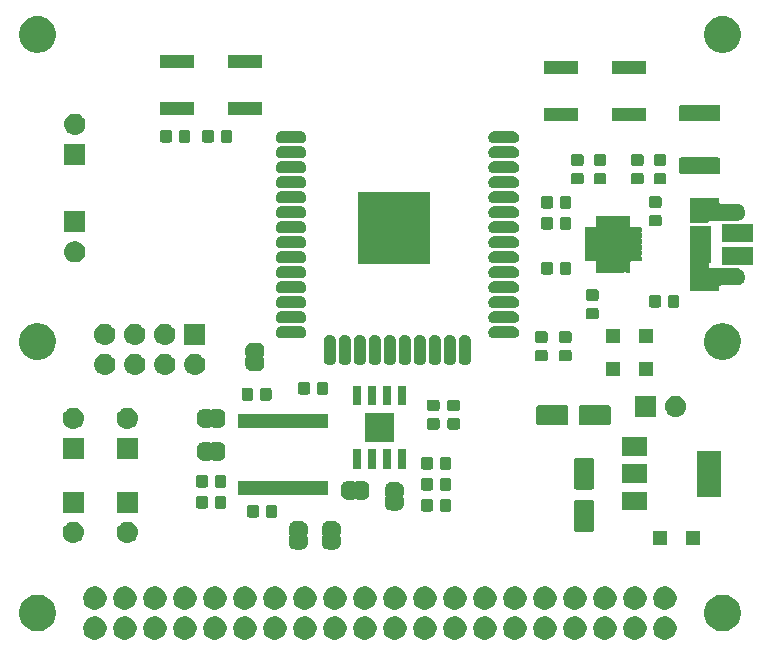
<source format=gts>
G04 #@! TF.GenerationSoftware,KiCad,Pcbnew,5.0.1+dfsg1-3~bpo9+1*
G04 #@! TF.CreationDate,2018-12-29T18:45:15+00:00*
G04 #@! TF.ProjectId,esp32_io_board,65737033325F696F5F626F6172642E6B,rev?*
G04 #@! TF.SameCoordinates,Original*
G04 #@! TF.FileFunction,Soldermask,Top*
G04 #@! TF.FilePolarity,Negative*
%FSLAX46Y46*%
G04 Gerber Fmt 4.6, Leading zero omitted, Abs format (unit mm)*
G04 Created by KiCad (PCBNEW 5.0.1+dfsg1-3~bpo9+1) date Sat 29 Dec 2018 06:45:15 PM UTC*
%MOMM*%
%LPD*%
G01*
G04 APERTURE LIST*
%ADD10C,0.100000*%
G04 APERTURE END LIST*
D10*
G36*
X165179003Y-130597275D02*
X165179005Y-130597276D01*
X165179006Y-130597276D01*
X165359320Y-130671964D01*
X165519410Y-130778933D01*
X165521601Y-130780397D01*
X165659603Y-130918399D01*
X165659605Y-130918402D01*
X165768036Y-131080680D01*
X165842724Y-131260994D01*
X165842725Y-131260997D01*
X165880800Y-131452413D01*
X165880800Y-131647587D01*
X165844317Y-131831000D01*
X165842724Y-131839006D01*
X165768036Y-132019320D01*
X165768035Y-132019321D01*
X165659603Y-132181601D01*
X165521601Y-132319603D01*
X165521598Y-132319605D01*
X165359320Y-132428036D01*
X165179006Y-132502724D01*
X165179005Y-132502724D01*
X165179003Y-132502725D01*
X164987587Y-132540800D01*
X164792413Y-132540800D01*
X164600997Y-132502725D01*
X164600995Y-132502724D01*
X164600994Y-132502724D01*
X164420680Y-132428036D01*
X164258402Y-132319605D01*
X164258399Y-132319603D01*
X164120397Y-132181601D01*
X164011965Y-132019321D01*
X164011964Y-132019320D01*
X163937276Y-131839006D01*
X163935684Y-131831000D01*
X163899200Y-131647587D01*
X163899200Y-131452413D01*
X163937275Y-131260997D01*
X163937276Y-131260994D01*
X164011964Y-131080680D01*
X164120395Y-130918402D01*
X164120397Y-130918399D01*
X164258399Y-130780397D01*
X164260590Y-130778933D01*
X164420680Y-130671964D01*
X164600994Y-130597276D01*
X164600995Y-130597276D01*
X164600997Y-130597275D01*
X164792413Y-130559200D01*
X164987587Y-130559200D01*
X165179003Y-130597275D01*
X165179003Y-130597275D01*
G37*
G36*
X188039003Y-130597275D02*
X188039005Y-130597276D01*
X188039006Y-130597276D01*
X188219320Y-130671964D01*
X188379410Y-130778933D01*
X188381601Y-130780397D01*
X188519603Y-130918399D01*
X188519605Y-130918402D01*
X188628036Y-131080680D01*
X188702724Y-131260994D01*
X188702725Y-131260997D01*
X188740800Y-131452413D01*
X188740800Y-131647587D01*
X188704317Y-131831000D01*
X188702724Y-131839006D01*
X188628036Y-132019320D01*
X188628035Y-132019321D01*
X188519603Y-132181601D01*
X188381601Y-132319603D01*
X188381598Y-132319605D01*
X188219320Y-132428036D01*
X188039006Y-132502724D01*
X188039005Y-132502724D01*
X188039003Y-132502725D01*
X187847587Y-132540800D01*
X187652413Y-132540800D01*
X187460997Y-132502725D01*
X187460995Y-132502724D01*
X187460994Y-132502724D01*
X187280680Y-132428036D01*
X187118402Y-132319605D01*
X187118399Y-132319603D01*
X186980397Y-132181601D01*
X186871965Y-132019321D01*
X186871964Y-132019320D01*
X186797276Y-131839006D01*
X186795684Y-131831000D01*
X186759200Y-131647587D01*
X186759200Y-131452413D01*
X186797275Y-131260997D01*
X186797276Y-131260994D01*
X186871964Y-131080680D01*
X186980395Y-130918402D01*
X186980397Y-130918399D01*
X187118399Y-130780397D01*
X187120590Y-130778933D01*
X187280680Y-130671964D01*
X187460994Y-130597276D01*
X187460995Y-130597276D01*
X187460997Y-130597275D01*
X187652413Y-130559200D01*
X187847587Y-130559200D01*
X188039003Y-130597275D01*
X188039003Y-130597275D01*
G37*
G36*
X208359003Y-130597275D02*
X208359005Y-130597276D01*
X208359006Y-130597276D01*
X208539320Y-130671964D01*
X208699410Y-130778933D01*
X208701601Y-130780397D01*
X208839603Y-130918399D01*
X208839605Y-130918402D01*
X208948036Y-131080680D01*
X209022724Y-131260994D01*
X209022725Y-131260997D01*
X209060800Y-131452413D01*
X209060800Y-131647587D01*
X209024317Y-131831000D01*
X209022724Y-131839006D01*
X208948036Y-132019320D01*
X208948035Y-132019321D01*
X208839603Y-132181601D01*
X208701601Y-132319603D01*
X208701598Y-132319605D01*
X208539320Y-132428036D01*
X208359006Y-132502724D01*
X208359005Y-132502724D01*
X208359003Y-132502725D01*
X208167587Y-132540800D01*
X207972413Y-132540800D01*
X207780997Y-132502725D01*
X207780995Y-132502724D01*
X207780994Y-132502724D01*
X207600680Y-132428036D01*
X207438402Y-132319605D01*
X207438399Y-132319603D01*
X207300397Y-132181601D01*
X207191965Y-132019321D01*
X207191964Y-132019320D01*
X207117276Y-131839006D01*
X207115684Y-131831000D01*
X207079200Y-131647587D01*
X207079200Y-131452413D01*
X207117275Y-131260997D01*
X207117276Y-131260994D01*
X207191964Y-131080680D01*
X207300395Y-130918402D01*
X207300397Y-130918399D01*
X207438399Y-130780397D01*
X207440590Y-130778933D01*
X207600680Y-130671964D01*
X207780994Y-130597276D01*
X207780995Y-130597276D01*
X207780997Y-130597275D01*
X207972413Y-130559200D01*
X208167587Y-130559200D01*
X208359003Y-130597275D01*
X208359003Y-130597275D01*
G37*
G36*
X205819003Y-130597275D02*
X205819005Y-130597276D01*
X205819006Y-130597276D01*
X205999320Y-130671964D01*
X206159410Y-130778933D01*
X206161601Y-130780397D01*
X206299603Y-130918399D01*
X206299605Y-130918402D01*
X206408036Y-131080680D01*
X206482724Y-131260994D01*
X206482725Y-131260997D01*
X206520800Y-131452413D01*
X206520800Y-131647587D01*
X206484317Y-131831000D01*
X206482724Y-131839006D01*
X206408036Y-132019320D01*
X206408035Y-132019321D01*
X206299603Y-132181601D01*
X206161601Y-132319603D01*
X206161598Y-132319605D01*
X205999320Y-132428036D01*
X205819006Y-132502724D01*
X205819005Y-132502724D01*
X205819003Y-132502725D01*
X205627587Y-132540800D01*
X205432413Y-132540800D01*
X205240997Y-132502725D01*
X205240995Y-132502724D01*
X205240994Y-132502724D01*
X205060680Y-132428036D01*
X204898402Y-132319605D01*
X204898399Y-132319603D01*
X204760397Y-132181601D01*
X204651965Y-132019321D01*
X204651964Y-132019320D01*
X204577276Y-131839006D01*
X204575684Y-131831000D01*
X204539200Y-131647587D01*
X204539200Y-131452413D01*
X204577275Y-131260997D01*
X204577276Y-131260994D01*
X204651964Y-131080680D01*
X204760395Y-130918402D01*
X204760397Y-130918399D01*
X204898399Y-130780397D01*
X204900590Y-130778933D01*
X205060680Y-130671964D01*
X205240994Y-130597276D01*
X205240995Y-130597276D01*
X205240997Y-130597275D01*
X205432413Y-130559200D01*
X205627587Y-130559200D01*
X205819003Y-130597275D01*
X205819003Y-130597275D01*
G37*
G36*
X203279003Y-130597275D02*
X203279005Y-130597276D01*
X203279006Y-130597276D01*
X203459320Y-130671964D01*
X203619410Y-130778933D01*
X203621601Y-130780397D01*
X203759603Y-130918399D01*
X203759605Y-130918402D01*
X203868036Y-131080680D01*
X203942724Y-131260994D01*
X203942725Y-131260997D01*
X203980800Y-131452413D01*
X203980800Y-131647587D01*
X203944317Y-131831000D01*
X203942724Y-131839006D01*
X203868036Y-132019320D01*
X203868035Y-132019321D01*
X203759603Y-132181601D01*
X203621601Y-132319603D01*
X203621598Y-132319605D01*
X203459320Y-132428036D01*
X203279006Y-132502724D01*
X203279005Y-132502724D01*
X203279003Y-132502725D01*
X203087587Y-132540800D01*
X202892413Y-132540800D01*
X202700997Y-132502725D01*
X202700995Y-132502724D01*
X202700994Y-132502724D01*
X202520680Y-132428036D01*
X202358402Y-132319605D01*
X202358399Y-132319603D01*
X202220397Y-132181601D01*
X202111965Y-132019321D01*
X202111964Y-132019320D01*
X202037276Y-131839006D01*
X202035684Y-131831000D01*
X201999200Y-131647587D01*
X201999200Y-131452413D01*
X202037275Y-131260997D01*
X202037276Y-131260994D01*
X202111964Y-131080680D01*
X202220395Y-130918402D01*
X202220397Y-130918399D01*
X202358399Y-130780397D01*
X202360590Y-130778933D01*
X202520680Y-130671964D01*
X202700994Y-130597276D01*
X202700995Y-130597276D01*
X202700997Y-130597275D01*
X202892413Y-130559200D01*
X203087587Y-130559200D01*
X203279003Y-130597275D01*
X203279003Y-130597275D01*
G37*
G36*
X200739003Y-130597275D02*
X200739005Y-130597276D01*
X200739006Y-130597276D01*
X200919320Y-130671964D01*
X201079410Y-130778933D01*
X201081601Y-130780397D01*
X201219603Y-130918399D01*
X201219605Y-130918402D01*
X201328036Y-131080680D01*
X201402724Y-131260994D01*
X201402725Y-131260997D01*
X201440800Y-131452413D01*
X201440800Y-131647587D01*
X201404317Y-131831000D01*
X201402724Y-131839006D01*
X201328036Y-132019320D01*
X201328035Y-132019321D01*
X201219603Y-132181601D01*
X201081601Y-132319603D01*
X201081598Y-132319605D01*
X200919320Y-132428036D01*
X200739006Y-132502724D01*
X200739005Y-132502724D01*
X200739003Y-132502725D01*
X200547587Y-132540800D01*
X200352413Y-132540800D01*
X200160997Y-132502725D01*
X200160995Y-132502724D01*
X200160994Y-132502724D01*
X199980680Y-132428036D01*
X199818402Y-132319605D01*
X199818399Y-132319603D01*
X199680397Y-132181601D01*
X199571965Y-132019321D01*
X199571964Y-132019320D01*
X199497276Y-131839006D01*
X199495684Y-131831000D01*
X199459200Y-131647587D01*
X199459200Y-131452413D01*
X199497275Y-131260997D01*
X199497276Y-131260994D01*
X199571964Y-131080680D01*
X199680395Y-130918402D01*
X199680397Y-130918399D01*
X199818399Y-130780397D01*
X199820590Y-130778933D01*
X199980680Y-130671964D01*
X200160994Y-130597276D01*
X200160995Y-130597276D01*
X200160997Y-130597275D01*
X200352413Y-130559200D01*
X200547587Y-130559200D01*
X200739003Y-130597275D01*
X200739003Y-130597275D01*
G37*
G36*
X198199003Y-130597275D02*
X198199005Y-130597276D01*
X198199006Y-130597276D01*
X198379320Y-130671964D01*
X198539410Y-130778933D01*
X198541601Y-130780397D01*
X198679603Y-130918399D01*
X198679605Y-130918402D01*
X198788036Y-131080680D01*
X198862724Y-131260994D01*
X198862725Y-131260997D01*
X198900800Y-131452413D01*
X198900800Y-131647587D01*
X198864317Y-131831000D01*
X198862724Y-131839006D01*
X198788036Y-132019320D01*
X198788035Y-132019321D01*
X198679603Y-132181601D01*
X198541601Y-132319603D01*
X198541598Y-132319605D01*
X198379320Y-132428036D01*
X198199006Y-132502724D01*
X198199005Y-132502724D01*
X198199003Y-132502725D01*
X198007587Y-132540800D01*
X197812413Y-132540800D01*
X197620997Y-132502725D01*
X197620995Y-132502724D01*
X197620994Y-132502724D01*
X197440680Y-132428036D01*
X197278402Y-132319605D01*
X197278399Y-132319603D01*
X197140397Y-132181601D01*
X197031965Y-132019321D01*
X197031964Y-132019320D01*
X196957276Y-131839006D01*
X196955684Y-131831000D01*
X196919200Y-131647587D01*
X196919200Y-131452413D01*
X196957275Y-131260997D01*
X196957276Y-131260994D01*
X197031964Y-131080680D01*
X197140395Y-130918402D01*
X197140397Y-130918399D01*
X197278399Y-130780397D01*
X197280590Y-130778933D01*
X197440680Y-130671964D01*
X197620994Y-130597276D01*
X197620995Y-130597276D01*
X197620997Y-130597275D01*
X197812413Y-130559200D01*
X198007587Y-130559200D01*
X198199003Y-130597275D01*
X198199003Y-130597275D01*
G37*
G36*
X195659003Y-130597275D02*
X195659005Y-130597276D01*
X195659006Y-130597276D01*
X195839320Y-130671964D01*
X195999410Y-130778933D01*
X196001601Y-130780397D01*
X196139603Y-130918399D01*
X196139605Y-130918402D01*
X196248036Y-131080680D01*
X196322724Y-131260994D01*
X196322725Y-131260997D01*
X196360800Y-131452413D01*
X196360800Y-131647587D01*
X196324317Y-131831000D01*
X196322724Y-131839006D01*
X196248036Y-132019320D01*
X196248035Y-132019321D01*
X196139603Y-132181601D01*
X196001601Y-132319603D01*
X196001598Y-132319605D01*
X195839320Y-132428036D01*
X195659006Y-132502724D01*
X195659005Y-132502724D01*
X195659003Y-132502725D01*
X195467587Y-132540800D01*
X195272413Y-132540800D01*
X195080997Y-132502725D01*
X195080995Y-132502724D01*
X195080994Y-132502724D01*
X194900680Y-132428036D01*
X194738402Y-132319605D01*
X194738399Y-132319603D01*
X194600397Y-132181601D01*
X194491965Y-132019321D01*
X194491964Y-132019320D01*
X194417276Y-131839006D01*
X194415684Y-131831000D01*
X194379200Y-131647587D01*
X194379200Y-131452413D01*
X194417275Y-131260997D01*
X194417276Y-131260994D01*
X194491964Y-131080680D01*
X194600395Y-130918402D01*
X194600397Y-130918399D01*
X194738399Y-130780397D01*
X194740590Y-130778933D01*
X194900680Y-130671964D01*
X195080994Y-130597276D01*
X195080995Y-130597276D01*
X195080997Y-130597275D01*
X195272413Y-130559200D01*
X195467587Y-130559200D01*
X195659003Y-130597275D01*
X195659003Y-130597275D01*
G37*
G36*
X193119003Y-130597275D02*
X193119005Y-130597276D01*
X193119006Y-130597276D01*
X193299320Y-130671964D01*
X193459410Y-130778933D01*
X193461601Y-130780397D01*
X193599603Y-130918399D01*
X193599605Y-130918402D01*
X193708036Y-131080680D01*
X193782724Y-131260994D01*
X193782725Y-131260997D01*
X193820800Y-131452413D01*
X193820800Y-131647587D01*
X193784317Y-131831000D01*
X193782724Y-131839006D01*
X193708036Y-132019320D01*
X193708035Y-132019321D01*
X193599603Y-132181601D01*
X193461601Y-132319603D01*
X193461598Y-132319605D01*
X193299320Y-132428036D01*
X193119006Y-132502724D01*
X193119005Y-132502724D01*
X193119003Y-132502725D01*
X192927587Y-132540800D01*
X192732413Y-132540800D01*
X192540997Y-132502725D01*
X192540995Y-132502724D01*
X192540994Y-132502724D01*
X192360680Y-132428036D01*
X192198402Y-132319605D01*
X192198399Y-132319603D01*
X192060397Y-132181601D01*
X191951965Y-132019321D01*
X191951964Y-132019320D01*
X191877276Y-131839006D01*
X191875684Y-131831000D01*
X191839200Y-131647587D01*
X191839200Y-131452413D01*
X191877275Y-131260997D01*
X191877276Y-131260994D01*
X191951964Y-131080680D01*
X192060395Y-130918402D01*
X192060397Y-130918399D01*
X192198399Y-130780397D01*
X192200590Y-130778933D01*
X192360680Y-130671964D01*
X192540994Y-130597276D01*
X192540995Y-130597276D01*
X192540997Y-130597275D01*
X192732413Y-130559200D01*
X192927587Y-130559200D01*
X193119003Y-130597275D01*
X193119003Y-130597275D01*
G37*
G36*
X190579003Y-130597275D02*
X190579005Y-130597276D01*
X190579006Y-130597276D01*
X190759320Y-130671964D01*
X190919410Y-130778933D01*
X190921601Y-130780397D01*
X191059603Y-130918399D01*
X191059605Y-130918402D01*
X191168036Y-131080680D01*
X191242724Y-131260994D01*
X191242725Y-131260997D01*
X191280800Y-131452413D01*
X191280800Y-131647587D01*
X191244317Y-131831000D01*
X191242724Y-131839006D01*
X191168036Y-132019320D01*
X191168035Y-132019321D01*
X191059603Y-132181601D01*
X190921601Y-132319603D01*
X190921598Y-132319605D01*
X190759320Y-132428036D01*
X190579006Y-132502724D01*
X190579005Y-132502724D01*
X190579003Y-132502725D01*
X190387587Y-132540800D01*
X190192413Y-132540800D01*
X190000997Y-132502725D01*
X190000995Y-132502724D01*
X190000994Y-132502724D01*
X189820680Y-132428036D01*
X189658402Y-132319605D01*
X189658399Y-132319603D01*
X189520397Y-132181601D01*
X189411965Y-132019321D01*
X189411964Y-132019320D01*
X189337276Y-131839006D01*
X189335684Y-131831000D01*
X189299200Y-131647587D01*
X189299200Y-131452413D01*
X189337275Y-131260997D01*
X189337276Y-131260994D01*
X189411964Y-131080680D01*
X189520395Y-130918402D01*
X189520397Y-130918399D01*
X189658399Y-130780397D01*
X189660590Y-130778933D01*
X189820680Y-130671964D01*
X190000994Y-130597276D01*
X190000995Y-130597276D01*
X190000997Y-130597275D01*
X190192413Y-130559200D01*
X190387587Y-130559200D01*
X190579003Y-130597275D01*
X190579003Y-130597275D01*
G37*
G36*
X210899003Y-130597275D02*
X210899005Y-130597276D01*
X210899006Y-130597276D01*
X211079320Y-130671964D01*
X211239410Y-130778933D01*
X211241601Y-130780397D01*
X211379603Y-130918399D01*
X211379605Y-130918402D01*
X211488036Y-131080680D01*
X211562724Y-131260994D01*
X211562725Y-131260997D01*
X211600800Y-131452413D01*
X211600800Y-131647587D01*
X211564317Y-131831000D01*
X211562724Y-131839006D01*
X211488036Y-132019320D01*
X211488035Y-132019321D01*
X211379603Y-132181601D01*
X211241601Y-132319603D01*
X211241598Y-132319605D01*
X211079320Y-132428036D01*
X210899006Y-132502724D01*
X210899005Y-132502724D01*
X210899003Y-132502725D01*
X210707587Y-132540800D01*
X210512413Y-132540800D01*
X210320997Y-132502725D01*
X210320995Y-132502724D01*
X210320994Y-132502724D01*
X210140680Y-132428036D01*
X209978402Y-132319605D01*
X209978399Y-132319603D01*
X209840397Y-132181601D01*
X209731965Y-132019321D01*
X209731964Y-132019320D01*
X209657276Y-131839006D01*
X209655684Y-131831000D01*
X209619200Y-131647587D01*
X209619200Y-131452413D01*
X209657275Y-131260997D01*
X209657276Y-131260994D01*
X209731964Y-131080680D01*
X209840395Y-130918402D01*
X209840397Y-130918399D01*
X209978399Y-130780397D01*
X209980590Y-130778933D01*
X210140680Y-130671964D01*
X210320994Y-130597276D01*
X210320995Y-130597276D01*
X210320997Y-130597275D01*
X210512413Y-130559200D01*
X210707587Y-130559200D01*
X210899003Y-130597275D01*
X210899003Y-130597275D01*
G37*
G36*
X213439003Y-130597275D02*
X213439005Y-130597276D01*
X213439006Y-130597276D01*
X213619320Y-130671964D01*
X213779410Y-130778933D01*
X213781601Y-130780397D01*
X213919603Y-130918399D01*
X213919605Y-130918402D01*
X214028036Y-131080680D01*
X214102724Y-131260994D01*
X214102725Y-131260997D01*
X214140800Y-131452413D01*
X214140800Y-131647587D01*
X214104317Y-131831000D01*
X214102724Y-131839006D01*
X214028036Y-132019320D01*
X214028035Y-132019321D01*
X213919603Y-132181601D01*
X213781601Y-132319603D01*
X213781598Y-132319605D01*
X213619320Y-132428036D01*
X213439006Y-132502724D01*
X213439005Y-132502724D01*
X213439003Y-132502725D01*
X213247587Y-132540800D01*
X213052413Y-132540800D01*
X212860997Y-132502725D01*
X212860995Y-132502724D01*
X212860994Y-132502724D01*
X212680680Y-132428036D01*
X212518402Y-132319605D01*
X212518399Y-132319603D01*
X212380397Y-132181601D01*
X212271965Y-132019321D01*
X212271964Y-132019320D01*
X212197276Y-131839006D01*
X212195684Y-131831000D01*
X212159200Y-131647587D01*
X212159200Y-131452413D01*
X212197275Y-131260997D01*
X212197276Y-131260994D01*
X212271964Y-131080680D01*
X212380395Y-130918402D01*
X212380397Y-130918399D01*
X212518399Y-130780397D01*
X212520590Y-130778933D01*
X212680680Y-130671964D01*
X212860994Y-130597276D01*
X212860995Y-130597276D01*
X212860997Y-130597275D01*
X213052413Y-130559200D01*
X213247587Y-130559200D01*
X213439003Y-130597275D01*
X213439003Y-130597275D01*
G37*
G36*
X185499003Y-130597275D02*
X185499005Y-130597276D01*
X185499006Y-130597276D01*
X185679320Y-130671964D01*
X185839410Y-130778933D01*
X185841601Y-130780397D01*
X185979603Y-130918399D01*
X185979605Y-130918402D01*
X186088036Y-131080680D01*
X186162724Y-131260994D01*
X186162725Y-131260997D01*
X186200800Y-131452413D01*
X186200800Y-131647587D01*
X186164317Y-131831000D01*
X186162724Y-131839006D01*
X186088036Y-132019320D01*
X186088035Y-132019321D01*
X185979603Y-132181601D01*
X185841601Y-132319603D01*
X185841598Y-132319605D01*
X185679320Y-132428036D01*
X185499006Y-132502724D01*
X185499005Y-132502724D01*
X185499003Y-132502725D01*
X185307587Y-132540800D01*
X185112413Y-132540800D01*
X184920997Y-132502725D01*
X184920995Y-132502724D01*
X184920994Y-132502724D01*
X184740680Y-132428036D01*
X184578402Y-132319605D01*
X184578399Y-132319603D01*
X184440397Y-132181601D01*
X184331965Y-132019321D01*
X184331964Y-132019320D01*
X184257276Y-131839006D01*
X184255684Y-131831000D01*
X184219200Y-131647587D01*
X184219200Y-131452413D01*
X184257275Y-131260997D01*
X184257276Y-131260994D01*
X184331964Y-131080680D01*
X184440395Y-130918402D01*
X184440397Y-130918399D01*
X184578399Y-130780397D01*
X184580590Y-130778933D01*
X184740680Y-130671964D01*
X184920994Y-130597276D01*
X184920995Y-130597276D01*
X184920997Y-130597275D01*
X185112413Y-130559200D01*
X185307587Y-130559200D01*
X185499003Y-130597275D01*
X185499003Y-130597275D01*
G37*
G36*
X167719003Y-130597275D02*
X167719005Y-130597276D01*
X167719006Y-130597276D01*
X167899320Y-130671964D01*
X168059410Y-130778933D01*
X168061601Y-130780397D01*
X168199603Y-130918399D01*
X168199605Y-130918402D01*
X168308036Y-131080680D01*
X168382724Y-131260994D01*
X168382725Y-131260997D01*
X168420800Y-131452413D01*
X168420800Y-131647587D01*
X168384317Y-131831000D01*
X168382724Y-131839006D01*
X168308036Y-132019320D01*
X168308035Y-132019321D01*
X168199603Y-132181601D01*
X168061601Y-132319603D01*
X168061598Y-132319605D01*
X167899320Y-132428036D01*
X167719006Y-132502724D01*
X167719005Y-132502724D01*
X167719003Y-132502725D01*
X167527587Y-132540800D01*
X167332413Y-132540800D01*
X167140997Y-132502725D01*
X167140995Y-132502724D01*
X167140994Y-132502724D01*
X166960680Y-132428036D01*
X166798402Y-132319605D01*
X166798399Y-132319603D01*
X166660397Y-132181601D01*
X166551965Y-132019321D01*
X166551964Y-132019320D01*
X166477276Y-131839006D01*
X166475684Y-131831000D01*
X166439200Y-131647587D01*
X166439200Y-131452413D01*
X166477275Y-131260997D01*
X166477276Y-131260994D01*
X166551964Y-131080680D01*
X166660395Y-130918402D01*
X166660397Y-130918399D01*
X166798399Y-130780397D01*
X166800590Y-130778933D01*
X166960680Y-130671964D01*
X167140994Y-130597276D01*
X167140995Y-130597276D01*
X167140997Y-130597275D01*
X167332413Y-130559200D01*
X167527587Y-130559200D01*
X167719003Y-130597275D01*
X167719003Y-130597275D01*
G37*
G36*
X170259003Y-130597275D02*
X170259005Y-130597276D01*
X170259006Y-130597276D01*
X170439320Y-130671964D01*
X170599410Y-130778933D01*
X170601601Y-130780397D01*
X170739603Y-130918399D01*
X170739605Y-130918402D01*
X170848036Y-131080680D01*
X170922724Y-131260994D01*
X170922725Y-131260997D01*
X170960800Y-131452413D01*
X170960800Y-131647587D01*
X170924317Y-131831000D01*
X170922724Y-131839006D01*
X170848036Y-132019320D01*
X170848035Y-132019321D01*
X170739603Y-132181601D01*
X170601601Y-132319603D01*
X170601598Y-132319605D01*
X170439320Y-132428036D01*
X170259006Y-132502724D01*
X170259005Y-132502724D01*
X170259003Y-132502725D01*
X170067587Y-132540800D01*
X169872413Y-132540800D01*
X169680997Y-132502725D01*
X169680995Y-132502724D01*
X169680994Y-132502724D01*
X169500680Y-132428036D01*
X169338402Y-132319605D01*
X169338399Y-132319603D01*
X169200397Y-132181601D01*
X169091965Y-132019321D01*
X169091964Y-132019320D01*
X169017276Y-131839006D01*
X169015684Y-131831000D01*
X168979200Y-131647587D01*
X168979200Y-131452413D01*
X169017275Y-131260997D01*
X169017276Y-131260994D01*
X169091964Y-131080680D01*
X169200395Y-130918402D01*
X169200397Y-130918399D01*
X169338399Y-130780397D01*
X169340590Y-130778933D01*
X169500680Y-130671964D01*
X169680994Y-130597276D01*
X169680995Y-130597276D01*
X169680997Y-130597275D01*
X169872413Y-130559200D01*
X170067587Y-130559200D01*
X170259003Y-130597275D01*
X170259003Y-130597275D01*
G37*
G36*
X172799003Y-130597275D02*
X172799005Y-130597276D01*
X172799006Y-130597276D01*
X172979320Y-130671964D01*
X173139410Y-130778933D01*
X173141601Y-130780397D01*
X173279603Y-130918399D01*
X173279605Y-130918402D01*
X173388036Y-131080680D01*
X173462724Y-131260994D01*
X173462725Y-131260997D01*
X173500800Y-131452413D01*
X173500800Y-131647587D01*
X173464317Y-131831000D01*
X173462724Y-131839006D01*
X173388036Y-132019320D01*
X173388035Y-132019321D01*
X173279603Y-132181601D01*
X173141601Y-132319603D01*
X173141598Y-132319605D01*
X172979320Y-132428036D01*
X172799006Y-132502724D01*
X172799005Y-132502724D01*
X172799003Y-132502725D01*
X172607587Y-132540800D01*
X172412413Y-132540800D01*
X172220997Y-132502725D01*
X172220995Y-132502724D01*
X172220994Y-132502724D01*
X172040680Y-132428036D01*
X171878402Y-132319605D01*
X171878399Y-132319603D01*
X171740397Y-132181601D01*
X171631965Y-132019321D01*
X171631964Y-132019320D01*
X171557276Y-131839006D01*
X171555684Y-131831000D01*
X171519200Y-131647587D01*
X171519200Y-131452413D01*
X171557275Y-131260997D01*
X171557276Y-131260994D01*
X171631964Y-131080680D01*
X171740395Y-130918402D01*
X171740397Y-130918399D01*
X171878399Y-130780397D01*
X171880590Y-130778933D01*
X172040680Y-130671964D01*
X172220994Y-130597276D01*
X172220995Y-130597276D01*
X172220997Y-130597275D01*
X172412413Y-130559200D01*
X172607587Y-130559200D01*
X172799003Y-130597275D01*
X172799003Y-130597275D01*
G37*
G36*
X177879003Y-130597275D02*
X177879005Y-130597276D01*
X177879006Y-130597276D01*
X178059320Y-130671964D01*
X178219410Y-130778933D01*
X178221601Y-130780397D01*
X178359603Y-130918399D01*
X178359605Y-130918402D01*
X178468036Y-131080680D01*
X178542724Y-131260994D01*
X178542725Y-131260997D01*
X178580800Y-131452413D01*
X178580800Y-131647587D01*
X178544317Y-131831000D01*
X178542724Y-131839006D01*
X178468036Y-132019320D01*
X178468035Y-132019321D01*
X178359603Y-132181601D01*
X178221601Y-132319603D01*
X178221598Y-132319605D01*
X178059320Y-132428036D01*
X177879006Y-132502724D01*
X177879005Y-132502724D01*
X177879003Y-132502725D01*
X177687587Y-132540800D01*
X177492413Y-132540800D01*
X177300997Y-132502725D01*
X177300995Y-132502724D01*
X177300994Y-132502724D01*
X177120680Y-132428036D01*
X176958402Y-132319605D01*
X176958399Y-132319603D01*
X176820397Y-132181601D01*
X176711965Y-132019321D01*
X176711964Y-132019320D01*
X176637276Y-131839006D01*
X176635684Y-131831000D01*
X176599200Y-131647587D01*
X176599200Y-131452413D01*
X176637275Y-131260997D01*
X176637276Y-131260994D01*
X176711964Y-131080680D01*
X176820395Y-130918402D01*
X176820397Y-130918399D01*
X176958399Y-130780397D01*
X176960590Y-130778933D01*
X177120680Y-130671964D01*
X177300994Y-130597276D01*
X177300995Y-130597276D01*
X177300997Y-130597275D01*
X177492413Y-130559200D01*
X177687587Y-130559200D01*
X177879003Y-130597275D01*
X177879003Y-130597275D01*
G37*
G36*
X180419003Y-130597275D02*
X180419005Y-130597276D01*
X180419006Y-130597276D01*
X180599320Y-130671964D01*
X180759410Y-130778933D01*
X180761601Y-130780397D01*
X180899603Y-130918399D01*
X180899605Y-130918402D01*
X181008036Y-131080680D01*
X181082724Y-131260994D01*
X181082725Y-131260997D01*
X181120800Y-131452413D01*
X181120800Y-131647587D01*
X181084317Y-131831000D01*
X181082724Y-131839006D01*
X181008036Y-132019320D01*
X181008035Y-132019321D01*
X180899603Y-132181601D01*
X180761601Y-132319603D01*
X180761598Y-132319605D01*
X180599320Y-132428036D01*
X180419006Y-132502724D01*
X180419005Y-132502724D01*
X180419003Y-132502725D01*
X180227587Y-132540800D01*
X180032413Y-132540800D01*
X179840997Y-132502725D01*
X179840995Y-132502724D01*
X179840994Y-132502724D01*
X179660680Y-132428036D01*
X179498402Y-132319605D01*
X179498399Y-132319603D01*
X179360397Y-132181601D01*
X179251965Y-132019321D01*
X179251964Y-132019320D01*
X179177276Y-131839006D01*
X179175684Y-131831000D01*
X179139200Y-131647587D01*
X179139200Y-131452413D01*
X179177275Y-131260997D01*
X179177276Y-131260994D01*
X179251964Y-131080680D01*
X179360395Y-130918402D01*
X179360397Y-130918399D01*
X179498399Y-130780397D01*
X179500590Y-130778933D01*
X179660680Y-130671964D01*
X179840994Y-130597276D01*
X179840995Y-130597276D01*
X179840997Y-130597275D01*
X180032413Y-130559200D01*
X180227587Y-130559200D01*
X180419003Y-130597275D01*
X180419003Y-130597275D01*
G37*
G36*
X182959003Y-130597275D02*
X182959005Y-130597276D01*
X182959006Y-130597276D01*
X183139320Y-130671964D01*
X183299410Y-130778933D01*
X183301601Y-130780397D01*
X183439603Y-130918399D01*
X183439605Y-130918402D01*
X183548036Y-131080680D01*
X183622724Y-131260994D01*
X183622725Y-131260997D01*
X183660800Y-131452413D01*
X183660800Y-131647587D01*
X183624317Y-131831000D01*
X183622724Y-131839006D01*
X183548036Y-132019320D01*
X183548035Y-132019321D01*
X183439603Y-132181601D01*
X183301601Y-132319603D01*
X183301598Y-132319605D01*
X183139320Y-132428036D01*
X182959006Y-132502724D01*
X182959005Y-132502724D01*
X182959003Y-132502725D01*
X182767587Y-132540800D01*
X182572413Y-132540800D01*
X182380997Y-132502725D01*
X182380995Y-132502724D01*
X182380994Y-132502724D01*
X182200680Y-132428036D01*
X182038402Y-132319605D01*
X182038399Y-132319603D01*
X181900397Y-132181601D01*
X181791965Y-132019321D01*
X181791964Y-132019320D01*
X181717276Y-131839006D01*
X181715684Y-131831000D01*
X181679200Y-131647587D01*
X181679200Y-131452413D01*
X181717275Y-131260997D01*
X181717276Y-131260994D01*
X181791964Y-131080680D01*
X181900395Y-130918402D01*
X181900397Y-130918399D01*
X182038399Y-130780397D01*
X182040590Y-130778933D01*
X182200680Y-130671964D01*
X182380994Y-130597276D01*
X182380995Y-130597276D01*
X182380997Y-130597275D01*
X182572413Y-130559200D01*
X182767587Y-130559200D01*
X182959003Y-130597275D01*
X182959003Y-130597275D01*
G37*
G36*
X175339003Y-130597275D02*
X175339005Y-130597276D01*
X175339006Y-130597276D01*
X175519320Y-130671964D01*
X175679410Y-130778933D01*
X175681601Y-130780397D01*
X175819603Y-130918399D01*
X175819605Y-130918402D01*
X175928036Y-131080680D01*
X176002724Y-131260994D01*
X176002725Y-131260997D01*
X176040800Y-131452413D01*
X176040800Y-131647587D01*
X176004317Y-131831000D01*
X176002724Y-131839006D01*
X175928036Y-132019320D01*
X175928035Y-132019321D01*
X175819603Y-132181601D01*
X175681601Y-132319603D01*
X175681598Y-132319605D01*
X175519320Y-132428036D01*
X175339006Y-132502724D01*
X175339005Y-132502724D01*
X175339003Y-132502725D01*
X175147587Y-132540800D01*
X174952413Y-132540800D01*
X174760997Y-132502725D01*
X174760995Y-132502724D01*
X174760994Y-132502724D01*
X174580680Y-132428036D01*
X174418402Y-132319605D01*
X174418399Y-132319603D01*
X174280397Y-132181601D01*
X174171965Y-132019321D01*
X174171964Y-132019320D01*
X174097276Y-131839006D01*
X174095684Y-131831000D01*
X174059200Y-131647587D01*
X174059200Y-131452413D01*
X174097275Y-131260997D01*
X174097276Y-131260994D01*
X174171964Y-131080680D01*
X174280395Y-130918402D01*
X174280397Y-130918399D01*
X174418399Y-130780397D01*
X174420590Y-130778933D01*
X174580680Y-130671964D01*
X174760994Y-130597276D01*
X174760995Y-130597276D01*
X174760997Y-130597275D01*
X174952413Y-130559200D01*
X175147587Y-130559200D01*
X175339003Y-130597275D01*
X175339003Y-130597275D01*
G37*
G36*
X218372527Y-128768736D02*
X218472410Y-128788604D01*
X218754674Y-128905521D01*
X219008705Y-129075259D01*
X219224741Y-129291295D01*
X219394479Y-129545326D01*
X219511396Y-129827590D01*
X219571000Y-130127240D01*
X219571000Y-130432760D01*
X219511396Y-130732410D01*
X219394479Y-131014674D01*
X219224741Y-131268705D01*
X219008705Y-131484741D01*
X218754674Y-131654479D01*
X218472410Y-131771396D01*
X218372527Y-131791264D01*
X218172762Y-131831000D01*
X217867238Y-131831000D01*
X217667473Y-131791264D01*
X217567590Y-131771396D01*
X217285326Y-131654479D01*
X217031295Y-131484741D01*
X216815259Y-131268705D01*
X216645521Y-131014674D01*
X216528604Y-130732410D01*
X216469000Y-130432760D01*
X216469000Y-130127240D01*
X216528604Y-129827590D01*
X216645521Y-129545326D01*
X216815259Y-129291295D01*
X217031295Y-129075259D01*
X217285326Y-128905521D01*
X217567590Y-128788604D01*
X217667473Y-128768736D01*
X217867238Y-128729000D01*
X218172762Y-128729000D01*
X218372527Y-128768736D01*
X218372527Y-128768736D01*
G37*
G36*
X160372527Y-128768736D02*
X160472410Y-128788604D01*
X160754674Y-128905521D01*
X161008705Y-129075259D01*
X161224741Y-129291295D01*
X161394479Y-129545326D01*
X161511396Y-129827590D01*
X161571000Y-130127240D01*
X161571000Y-130432760D01*
X161511396Y-130732410D01*
X161394479Y-131014674D01*
X161224741Y-131268705D01*
X161008705Y-131484741D01*
X160754674Y-131654479D01*
X160472410Y-131771396D01*
X160372527Y-131791264D01*
X160172762Y-131831000D01*
X159867238Y-131831000D01*
X159667473Y-131791264D01*
X159567590Y-131771396D01*
X159285326Y-131654479D01*
X159031295Y-131484741D01*
X158815259Y-131268705D01*
X158645521Y-131014674D01*
X158528604Y-130732410D01*
X158469000Y-130432760D01*
X158469000Y-130127240D01*
X158528604Y-129827590D01*
X158645521Y-129545326D01*
X158815259Y-129291295D01*
X159031295Y-129075259D01*
X159285326Y-128905521D01*
X159567590Y-128788604D01*
X159667473Y-128768736D01*
X159867238Y-128729000D01*
X160172762Y-128729000D01*
X160372527Y-128768736D01*
X160372527Y-128768736D01*
G37*
G36*
X172799003Y-128057275D02*
X172799005Y-128057276D01*
X172799006Y-128057276D01*
X172979320Y-128131964D01*
X172979321Y-128131965D01*
X173141601Y-128240397D01*
X173279603Y-128378399D01*
X173279605Y-128378402D01*
X173388036Y-128540680D01*
X173462724Y-128720994D01*
X173462725Y-128720997D01*
X173500800Y-128912413D01*
X173500800Y-129107587D01*
X173464259Y-129291293D01*
X173462724Y-129299006D01*
X173388036Y-129479320D01*
X173388035Y-129479321D01*
X173279603Y-129641601D01*
X173141601Y-129779603D01*
X173141598Y-129779605D01*
X172979320Y-129888036D01*
X172799006Y-129962724D01*
X172799005Y-129962724D01*
X172799003Y-129962725D01*
X172607587Y-130000800D01*
X172412413Y-130000800D01*
X172220997Y-129962725D01*
X172220995Y-129962724D01*
X172220994Y-129962724D01*
X172040680Y-129888036D01*
X171878402Y-129779605D01*
X171878399Y-129779603D01*
X171740397Y-129641601D01*
X171631965Y-129479321D01*
X171631964Y-129479320D01*
X171557276Y-129299006D01*
X171555742Y-129291293D01*
X171519200Y-129107587D01*
X171519200Y-128912413D01*
X171557275Y-128720997D01*
X171557276Y-128720994D01*
X171631964Y-128540680D01*
X171740395Y-128378402D01*
X171740397Y-128378399D01*
X171878399Y-128240397D01*
X172040679Y-128131965D01*
X172040680Y-128131964D01*
X172220994Y-128057276D01*
X172220995Y-128057276D01*
X172220997Y-128057275D01*
X172412413Y-128019200D01*
X172607587Y-128019200D01*
X172799003Y-128057275D01*
X172799003Y-128057275D01*
G37*
G36*
X165179003Y-128057275D02*
X165179005Y-128057276D01*
X165179006Y-128057276D01*
X165359320Y-128131964D01*
X165359321Y-128131965D01*
X165521601Y-128240397D01*
X165659603Y-128378399D01*
X165659605Y-128378402D01*
X165768036Y-128540680D01*
X165842724Y-128720994D01*
X165842725Y-128720997D01*
X165880800Y-128912413D01*
X165880800Y-129107587D01*
X165844259Y-129291293D01*
X165842724Y-129299006D01*
X165768036Y-129479320D01*
X165768035Y-129479321D01*
X165659603Y-129641601D01*
X165521601Y-129779603D01*
X165521598Y-129779605D01*
X165359320Y-129888036D01*
X165179006Y-129962724D01*
X165179005Y-129962724D01*
X165179003Y-129962725D01*
X164987587Y-130000800D01*
X164792413Y-130000800D01*
X164600997Y-129962725D01*
X164600995Y-129962724D01*
X164600994Y-129962724D01*
X164420680Y-129888036D01*
X164258402Y-129779605D01*
X164258399Y-129779603D01*
X164120397Y-129641601D01*
X164011965Y-129479321D01*
X164011964Y-129479320D01*
X163937276Y-129299006D01*
X163935742Y-129291293D01*
X163899200Y-129107587D01*
X163899200Y-128912413D01*
X163937275Y-128720997D01*
X163937276Y-128720994D01*
X164011964Y-128540680D01*
X164120395Y-128378402D01*
X164120397Y-128378399D01*
X164258399Y-128240397D01*
X164420679Y-128131965D01*
X164420680Y-128131964D01*
X164600994Y-128057276D01*
X164600995Y-128057276D01*
X164600997Y-128057275D01*
X164792413Y-128019200D01*
X164987587Y-128019200D01*
X165179003Y-128057275D01*
X165179003Y-128057275D01*
G37*
G36*
X167719003Y-128057275D02*
X167719005Y-128057276D01*
X167719006Y-128057276D01*
X167899320Y-128131964D01*
X167899321Y-128131965D01*
X168061601Y-128240397D01*
X168199603Y-128378399D01*
X168199605Y-128378402D01*
X168308036Y-128540680D01*
X168382724Y-128720994D01*
X168382725Y-128720997D01*
X168420800Y-128912413D01*
X168420800Y-129107587D01*
X168384259Y-129291293D01*
X168382724Y-129299006D01*
X168308036Y-129479320D01*
X168308035Y-129479321D01*
X168199603Y-129641601D01*
X168061601Y-129779603D01*
X168061598Y-129779605D01*
X167899320Y-129888036D01*
X167719006Y-129962724D01*
X167719005Y-129962724D01*
X167719003Y-129962725D01*
X167527587Y-130000800D01*
X167332413Y-130000800D01*
X167140997Y-129962725D01*
X167140995Y-129962724D01*
X167140994Y-129962724D01*
X166960680Y-129888036D01*
X166798402Y-129779605D01*
X166798399Y-129779603D01*
X166660397Y-129641601D01*
X166551965Y-129479321D01*
X166551964Y-129479320D01*
X166477276Y-129299006D01*
X166475742Y-129291293D01*
X166439200Y-129107587D01*
X166439200Y-128912413D01*
X166477275Y-128720997D01*
X166477276Y-128720994D01*
X166551964Y-128540680D01*
X166660395Y-128378402D01*
X166660397Y-128378399D01*
X166798399Y-128240397D01*
X166960679Y-128131965D01*
X166960680Y-128131964D01*
X167140994Y-128057276D01*
X167140995Y-128057276D01*
X167140997Y-128057275D01*
X167332413Y-128019200D01*
X167527587Y-128019200D01*
X167719003Y-128057275D01*
X167719003Y-128057275D01*
G37*
G36*
X170259003Y-128057275D02*
X170259005Y-128057276D01*
X170259006Y-128057276D01*
X170439320Y-128131964D01*
X170439321Y-128131965D01*
X170601601Y-128240397D01*
X170739603Y-128378399D01*
X170739605Y-128378402D01*
X170848036Y-128540680D01*
X170922724Y-128720994D01*
X170922725Y-128720997D01*
X170960800Y-128912413D01*
X170960800Y-129107587D01*
X170924259Y-129291293D01*
X170922724Y-129299006D01*
X170848036Y-129479320D01*
X170848035Y-129479321D01*
X170739603Y-129641601D01*
X170601601Y-129779603D01*
X170601598Y-129779605D01*
X170439320Y-129888036D01*
X170259006Y-129962724D01*
X170259005Y-129962724D01*
X170259003Y-129962725D01*
X170067587Y-130000800D01*
X169872413Y-130000800D01*
X169680997Y-129962725D01*
X169680995Y-129962724D01*
X169680994Y-129962724D01*
X169500680Y-129888036D01*
X169338402Y-129779605D01*
X169338399Y-129779603D01*
X169200397Y-129641601D01*
X169091965Y-129479321D01*
X169091964Y-129479320D01*
X169017276Y-129299006D01*
X169015742Y-129291293D01*
X168979200Y-129107587D01*
X168979200Y-128912413D01*
X169017275Y-128720997D01*
X169017276Y-128720994D01*
X169091964Y-128540680D01*
X169200395Y-128378402D01*
X169200397Y-128378399D01*
X169338399Y-128240397D01*
X169500679Y-128131965D01*
X169500680Y-128131964D01*
X169680994Y-128057276D01*
X169680995Y-128057276D01*
X169680997Y-128057275D01*
X169872413Y-128019200D01*
X170067587Y-128019200D01*
X170259003Y-128057275D01*
X170259003Y-128057275D01*
G37*
G36*
X175339003Y-128057275D02*
X175339005Y-128057276D01*
X175339006Y-128057276D01*
X175519320Y-128131964D01*
X175519321Y-128131965D01*
X175681601Y-128240397D01*
X175819603Y-128378399D01*
X175819605Y-128378402D01*
X175928036Y-128540680D01*
X176002724Y-128720994D01*
X176002725Y-128720997D01*
X176040800Y-128912413D01*
X176040800Y-129107587D01*
X176004259Y-129291293D01*
X176002724Y-129299006D01*
X175928036Y-129479320D01*
X175928035Y-129479321D01*
X175819603Y-129641601D01*
X175681601Y-129779603D01*
X175681598Y-129779605D01*
X175519320Y-129888036D01*
X175339006Y-129962724D01*
X175339005Y-129962724D01*
X175339003Y-129962725D01*
X175147587Y-130000800D01*
X174952413Y-130000800D01*
X174760997Y-129962725D01*
X174760995Y-129962724D01*
X174760994Y-129962724D01*
X174580680Y-129888036D01*
X174418402Y-129779605D01*
X174418399Y-129779603D01*
X174280397Y-129641601D01*
X174171965Y-129479321D01*
X174171964Y-129479320D01*
X174097276Y-129299006D01*
X174095742Y-129291293D01*
X174059200Y-129107587D01*
X174059200Y-128912413D01*
X174097275Y-128720997D01*
X174097276Y-128720994D01*
X174171964Y-128540680D01*
X174280395Y-128378402D01*
X174280397Y-128378399D01*
X174418399Y-128240397D01*
X174580679Y-128131965D01*
X174580680Y-128131964D01*
X174760994Y-128057276D01*
X174760995Y-128057276D01*
X174760997Y-128057275D01*
X174952413Y-128019200D01*
X175147587Y-128019200D01*
X175339003Y-128057275D01*
X175339003Y-128057275D01*
G37*
G36*
X177879003Y-128057275D02*
X177879005Y-128057276D01*
X177879006Y-128057276D01*
X178059320Y-128131964D01*
X178059321Y-128131965D01*
X178221601Y-128240397D01*
X178359603Y-128378399D01*
X178359605Y-128378402D01*
X178468036Y-128540680D01*
X178542724Y-128720994D01*
X178542725Y-128720997D01*
X178580800Y-128912413D01*
X178580800Y-129107587D01*
X178544259Y-129291293D01*
X178542724Y-129299006D01*
X178468036Y-129479320D01*
X178468035Y-129479321D01*
X178359603Y-129641601D01*
X178221601Y-129779603D01*
X178221598Y-129779605D01*
X178059320Y-129888036D01*
X177879006Y-129962724D01*
X177879005Y-129962724D01*
X177879003Y-129962725D01*
X177687587Y-130000800D01*
X177492413Y-130000800D01*
X177300997Y-129962725D01*
X177300995Y-129962724D01*
X177300994Y-129962724D01*
X177120680Y-129888036D01*
X176958402Y-129779605D01*
X176958399Y-129779603D01*
X176820397Y-129641601D01*
X176711965Y-129479321D01*
X176711964Y-129479320D01*
X176637276Y-129299006D01*
X176635742Y-129291293D01*
X176599200Y-129107587D01*
X176599200Y-128912413D01*
X176637275Y-128720997D01*
X176637276Y-128720994D01*
X176711964Y-128540680D01*
X176820395Y-128378402D01*
X176820397Y-128378399D01*
X176958399Y-128240397D01*
X177120679Y-128131965D01*
X177120680Y-128131964D01*
X177300994Y-128057276D01*
X177300995Y-128057276D01*
X177300997Y-128057275D01*
X177492413Y-128019200D01*
X177687587Y-128019200D01*
X177879003Y-128057275D01*
X177879003Y-128057275D01*
G37*
G36*
X180419003Y-128057275D02*
X180419005Y-128057276D01*
X180419006Y-128057276D01*
X180599320Y-128131964D01*
X180599321Y-128131965D01*
X180761601Y-128240397D01*
X180899603Y-128378399D01*
X180899605Y-128378402D01*
X181008036Y-128540680D01*
X181082724Y-128720994D01*
X181082725Y-128720997D01*
X181120800Y-128912413D01*
X181120800Y-129107587D01*
X181084259Y-129291293D01*
X181082724Y-129299006D01*
X181008036Y-129479320D01*
X181008035Y-129479321D01*
X180899603Y-129641601D01*
X180761601Y-129779603D01*
X180761598Y-129779605D01*
X180599320Y-129888036D01*
X180419006Y-129962724D01*
X180419005Y-129962724D01*
X180419003Y-129962725D01*
X180227587Y-130000800D01*
X180032413Y-130000800D01*
X179840997Y-129962725D01*
X179840995Y-129962724D01*
X179840994Y-129962724D01*
X179660680Y-129888036D01*
X179498402Y-129779605D01*
X179498399Y-129779603D01*
X179360397Y-129641601D01*
X179251965Y-129479321D01*
X179251964Y-129479320D01*
X179177276Y-129299006D01*
X179175742Y-129291293D01*
X179139200Y-129107587D01*
X179139200Y-128912413D01*
X179177275Y-128720997D01*
X179177276Y-128720994D01*
X179251964Y-128540680D01*
X179360395Y-128378402D01*
X179360397Y-128378399D01*
X179498399Y-128240397D01*
X179660679Y-128131965D01*
X179660680Y-128131964D01*
X179840994Y-128057276D01*
X179840995Y-128057276D01*
X179840997Y-128057275D01*
X180032413Y-128019200D01*
X180227587Y-128019200D01*
X180419003Y-128057275D01*
X180419003Y-128057275D01*
G37*
G36*
X185499003Y-128057275D02*
X185499005Y-128057276D01*
X185499006Y-128057276D01*
X185679320Y-128131964D01*
X185679321Y-128131965D01*
X185841601Y-128240397D01*
X185979603Y-128378399D01*
X185979605Y-128378402D01*
X186088036Y-128540680D01*
X186162724Y-128720994D01*
X186162725Y-128720997D01*
X186200800Y-128912413D01*
X186200800Y-129107587D01*
X186164259Y-129291293D01*
X186162724Y-129299006D01*
X186088036Y-129479320D01*
X186088035Y-129479321D01*
X185979603Y-129641601D01*
X185841601Y-129779603D01*
X185841598Y-129779605D01*
X185679320Y-129888036D01*
X185499006Y-129962724D01*
X185499005Y-129962724D01*
X185499003Y-129962725D01*
X185307587Y-130000800D01*
X185112413Y-130000800D01*
X184920997Y-129962725D01*
X184920995Y-129962724D01*
X184920994Y-129962724D01*
X184740680Y-129888036D01*
X184578402Y-129779605D01*
X184578399Y-129779603D01*
X184440397Y-129641601D01*
X184331965Y-129479321D01*
X184331964Y-129479320D01*
X184257276Y-129299006D01*
X184255742Y-129291293D01*
X184219200Y-129107587D01*
X184219200Y-128912413D01*
X184257275Y-128720997D01*
X184257276Y-128720994D01*
X184331964Y-128540680D01*
X184440395Y-128378402D01*
X184440397Y-128378399D01*
X184578399Y-128240397D01*
X184740679Y-128131965D01*
X184740680Y-128131964D01*
X184920994Y-128057276D01*
X184920995Y-128057276D01*
X184920997Y-128057275D01*
X185112413Y-128019200D01*
X185307587Y-128019200D01*
X185499003Y-128057275D01*
X185499003Y-128057275D01*
G37*
G36*
X188039003Y-128057275D02*
X188039005Y-128057276D01*
X188039006Y-128057276D01*
X188219320Y-128131964D01*
X188219321Y-128131965D01*
X188381601Y-128240397D01*
X188519603Y-128378399D01*
X188519605Y-128378402D01*
X188628036Y-128540680D01*
X188702724Y-128720994D01*
X188702725Y-128720997D01*
X188740800Y-128912413D01*
X188740800Y-129107587D01*
X188704259Y-129291293D01*
X188702724Y-129299006D01*
X188628036Y-129479320D01*
X188628035Y-129479321D01*
X188519603Y-129641601D01*
X188381601Y-129779603D01*
X188381598Y-129779605D01*
X188219320Y-129888036D01*
X188039006Y-129962724D01*
X188039005Y-129962724D01*
X188039003Y-129962725D01*
X187847587Y-130000800D01*
X187652413Y-130000800D01*
X187460997Y-129962725D01*
X187460995Y-129962724D01*
X187460994Y-129962724D01*
X187280680Y-129888036D01*
X187118402Y-129779605D01*
X187118399Y-129779603D01*
X186980397Y-129641601D01*
X186871965Y-129479321D01*
X186871964Y-129479320D01*
X186797276Y-129299006D01*
X186795742Y-129291293D01*
X186759200Y-129107587D01*
X186759200Y-128912413D01*
X186797275Y-128720997D01*
X186797276Y-128720994D01*
X186871964Y-128540680D01*
X186980395Y-128378402D01*
X186980397Y-128378399D01*
X187118399Y-128240397D01*
X187280679Y-128131965D01*
X187280680Y-128131964D01*
X187460994Y-128057276D01*
X187460995Y-128057276D01*
X187460997Y-128057275D01*
X187652413Y-128019200D01*
X187847587Y-128019200D01*
X188039003Y-128057275D01*
X188039003Y-128057275D01*
G37*
G36*
X190579003Y-128057275D02*
X190579005Y-128057276D01*
X190579006Y-128057276D01*
X190759320Y-128131964D01*
X190759321Y-128131965D01*
X190921601Y-128240397D01*
X191059603Y-128378399D01*
X191059605Y-128378402D01*
X191168036Y-128540680D01*
X191242724Y-128720994D01*
X191242725Y-128720997D01*
X191280800Y-128912413D01*
X191280800Y-129107587D01*
X191244259Y-129291293D01*
X191242724Y-129299006D01*
X191168036Y-129479320D01*
X191168035Y-129479321D01*
X191059603Y-129641601D01*
X190921601Y-129779603D01*
X190921598Y-129779605D01*
X190759320Y-129888036D01*
X190579006Y-129962724D01*
X190579005Y-129962724D01*
X190579003Y-129962725D01*
X190387587Y-130000800D01*
X190192413Y-130000800D01*
X190000997Y-129962725D01*
X190000995Y-129962724D01*
X190000994Y-129962724D01*
X189820680Y-129888036D01*
X189658402Y-129779605D01*
X189658399Y-129779603D01*
X189520397Y-129641601D01*
X189411965Y-129479321D01*
X189411964Y-129479320D01*
X189337276Y-129299006D01*
X189335742Y-129291293D01*
X189299200Y-129107587D01*
X189299200Y-128912413D01*
X189337275Y-128720997D01*
X189337276Y-128720994D01*
X189411964Y-128540680D01*
X189520395Y-128378402D01*
X189520397Y-128378399D01*
X189658399Y-128240397D01*
X189820679Y-128131965D01*
X189820680Y-128131964D01*
X190000994Y-128057276D01*
X190000995Y-128057276D01*
X190000997Y-128057275D01*
X190192413Y-128019200D01*
X190387587Y-128019200D01*
X190579003Y-128057275D01*
X190579003Y-128057275D01*
G37*
G36*
X195659003Y-128057275D02*
X195659005Y-128057276D01*
X195659006Y-128057276D01*
X195839320Y-128131964D01*
X195839321Y-128131965D01*
X196001601Y-128240397D01*
X196139603Y-128378399D01*
X196139605Y-128378402D01*
X196248036Y-128540680D01*
X196322724Y-128720994D01*
X196322725Y-128720997D01*
X196360800Y-128912413D01*
X196360800Y-129107587D01*
X196324259Y-129291293D01*
X196322724Y-129299006D01*
X196248036Y-129479320D01*
X196248035Y-129479321D01*
X196139603Y-129641601D01*
X196001601Y-129779603D01*
X196001598Y-129779605D01*
X195839320Y-129888036D01*
X195659006Y-129962724D01*
X195659005Y-129962724D01*
X195659003Y-129962725D01*
X195467587Y-130000800D01*
X195272413Y-130000800D01*
X195080997Y-129962725D01*
X195080995Y-129962724D01*
X195080994Y-129962724D01*
X194900680Y-129888036D01*
X194738402Y-129779605D01*
X194738399Y-129779603D01*
X194600397Y-129641601D01*
X194491965Y-129479321D01*
X194491964Y-129479320D01*
X194417276Y-129299006D01*
X194415742Y-129291293D01*
X194379200Y-129107587D01*
X194379200Y-128912413D01*
X194417275Y-128720997D01*
X194417276Y-128720994D01*
X194491964Y-128540680D01*
X194600395Y-128378402D01*
X194600397Y-128378399D01*
X194738399Y-128240397D01*
X194900679Y-128131965D01*
X194900680Y-128131964D01*
X195080994Y-128057276D01*
X195080995Y-128057276D01*
X195080997Y-128057275D01*
X195272413Y-128019200D01*
X195467587Y-128019200D01*
X195659003Y-128057275D01*
X195659003Y-128057275D01*
G37*
G36*
X198199003Y-128057275D02*
X198199005Y-128057276D01*
X198199006Y-128057276D01*
X198379320Y-128131964D01*
X198379321Y-128131965D01*
X198541601Y-128240397D01*
X198679603Y-128378399D01*
X198679605Y-128378402D01*
X198788036Y-128540680D01*
X198862724Y-128720994D01*
X198862725Y-128720997D01*
X198900800Y-128912413D01*
X198900800Y-129107587D01*
X198864259Y-129291293D01*
X198862724Y-129299006D01*
X198788036Y-129479320D01*
X198788035Y-129479321D01*
X198679603Y-129641601D01*
X198541601Y-129779603D01*
X198541598Y-129779605D01*
X198379320Y-129888036D01*
X198199006Y-129962724D01*
X198199005Y-129962724D01*
X198199003Y-129962725D01*
X198007587Y-130000800D01*
X197812413Y-130000800D01*
X197620997Y-129962725D01*
X197620995Y-129962724D01*
X197620994Y-129962724D01*
X197440680Y-129888036D01*
X197278402Y-129779605D01*
X197278399Y-129779603D01*
X197140397Y-129641601D01*
X197031965Y-129479321D01*
X197031964Y-129479320D01*
X196957276Y-129299006D01*
X196955742Y-129291293D01*
X196919200Y-129107587D01*
X196919200Y-128912413D01*
X196957275Y-128720997D01*
X196957276Y-128720994D01*
X197031964Y-128540680D01*
X197140395Y-128378402D01*
X197140397Y-128378399D01*
X197278399Y-128240397D01*
X197440679Y-128131965D01*
X197440680Y-128131964D01*
X197620994Y-128057276D01*
X197620995Y-128057276D01*
X197620997Y-128057275D01*
X197812413Y-128019200D01*
X198007587Y-128019200D01*
X198199003Y-128057275D01*
X198199003Y-128057275D01*
G37*
G36*
X200739003Y-128057275D02*
X200739005Y-128057276D01*
X200739006Y-128057276D01*
X200919320Y-128131964D01*
X200919321Y-128131965D01*
X201081601Y-128240397D01*
X201219603Y-128378399D01*
X201219605Y-128378402D01*
X201328036Y-128540680D01*
X201402724Y-128720994D01*
X201402725Y-128720997D01*
X201440800Y-128912413D01*
X201440800Y-129107587D01*
X201404259Y-129291293D01*
X201402724Y-129299006D01*
X201328036Y-129479320D01*
X201328035Y-129479321D01*
X201219603Y-129641601D01*
X201081601Y-129779603D01*
X201081598Y-129779605D01*
X200919320Y-129888036D01*
X200739006Y-129962724D01*
X200739005Y-129962724D01*
X200739003Y-129962725D01*
X200547587Y-130000800D01*
X200352413Y-130000800D01*
X200160997Y-129962725D01*
X200160995Y-129962724D01*
X200160994Y-129962724D01*
X199980680Y-129888036D01*
X199818402Y-129779605D01*
X199818399Y-129779603D01*
X199680397Y-129641601D01*
X199571965Y-129479321D01*
X199571964Y-129479320D01*
X199497276Y-129299006D01*
X199495742Y-129291293D01*
X199459200Y-129107587D01*
X199459200Y-128912413D01*
X199497275Y-128720997D01*
X199497276Y-128720994D01*
X199571964Y-128540680D01*
X199680395Y-128378402D01*
X199680397Y-128378399D01*
X199818399Y-128240397D01*
X199980679Y-128131965D01*
X199980680Y-128131964D01*
X200160994Y-128057276D01*
X200160995Y-128057276D01*
X200160997Y-128057275D01*
X200352413Y-128019200D01*
X200547587Y-128019200D01*
X200739003Y-128057275D01*
X200739003Y-128057275D01*
G37*
G36*
X182959003Y-128057275D02*
X182959005Y-128057276D01*
X182959006Y-128057276D01*
X183139320Y-128131964D01*
X183139321Y-128131965D01*
X183301601Y-128240397D01*
X183439603Y-128378399D01*
X183439605Y-128378402D01*
X183548036Y-128540680D01*
X183622724Y-128720994D01*
X183622725Y-128720997D01*
X183660800Y-128912413D01*
X183660800Y-129107587D01*
X183624259Y-129291293D01*
X183622724Y-129299006D01*
X183548036Y-129479320D01*
X183548035Y-129479321D01*
X183439603Y-129641601D01*
X183301601Y-129779603D01*
X183301598Y-129779605D01*
X183139320Y-129888036D01*
X182959006Y-129962724D01*
X182959005Y-129962724D01*
X182959003Y-129962725D01*
X182767587Y-130000800D01*
X182572413Y-130000800D01*
X182380997Y-129962725D01*
X182380995Y-129962724D01*
X182380994Y-129962724D01*
X182200680Y-129888036D01*
X182038402Y-129779605D01*
X182038399Y-129779603D01*
X181900397Y-129641601D01*
X181791965Y-129479321D01*
X181791964Y-129479320D01*
X181717276Y-129299006D01*
X181715742Y-129291293D01*
X181679200Y-129107587D01*
X181679200Y-128912413D01*
X181717275Y-128720997D01*
X181717276Y-128720994D01*
X181791964Y-128540680D01*
X181900395Y-128378402D01*
X181900397Y-128378399D01*
X182038399Y-128240397D01*
X182200679Y-128131965D01*
X182200680Y-128131964D01*
X182380994Y-128057276D01*
X182380995Y-128057276D01*
X182380997Y-128057275D01*
X182572413Y-128019200D01*
X182767587Y-128019200D01*
X182959003Y-128057275D01*
X182959003Y-128057275D01*
G37*
G36*
X203279003Y-128057275D02*
X203279005Y-128057276D01*
X203279006Y-128057276D01*
X203459320Y-128131964D01*
X203459321Y-128131965D01*
X203621601Y-128240397D01*
X203759603Y-128378399D01*
X203759605Y-128378402D01*
X203868036Y-128540680D01*
X203942724Y-128720994D01*
X203942725Y-128720997D01*
X203980800Y-128912413D01*
X203980800Y-129107587D01*
X203944259Y-129291293D01*
X203942724Y-129299006D01*
X203868036Y-129479320D01*
X203868035Y-129479321D01*
X203759603Y-129641601D01*
X203621601Y-129779603D01*
X203621598Y-129779605D01*
X203459320Y-129888036D01*
X203279006Y-129962724D01*
X203279005Y-129962724D01*
X203279003Y-129962725D01*
X203087587Y-130000800D01*
X202892413Y-130000800D01*
X202700997Y-129962725D01*
X202700995Y-129962724D01*
X202700994Y-129962724D01*
X202520680Y-129888036D01*
X202358402Y-129779605D01*
X202358399Y-129779603D01*
X202220397Y-129641601D01*
X202111965Y-129479321D01*
X202111964Y-129479320D01*
X202037276Y-129299006D01*
X202035742Y-129291293D01*
X201999200Y-129107587D01*
X201999200Y-128912413D01*
X202037275Y-128720997D01*
X202037276Y-128720994D01*
X202111964Y-128540680D01*
X202220395Y-128378402D01*
X202220397Y-128378399D01*
X202358399Y-128240397D01*
X202520679Y-128131965D01*
X202520680Y-128131964D01*
X202700994Y-128057276D01*
X202700995Y-128057276D01*
X202700997Y-128057275D01*
X202892413Y-128019200D01*
X203087587Y-128019200D01*
X203279003Y-128057275D01*
X203279003Y-128057275D01*
G37*
G36*
X210899003Y-128057275D02*
X210899005Y-128057276D01*
X210899006Y-128057276D01*
X211079320Y-128131964D01*
X211079321Y-128131965D01*
X211241601Y-128240397D01*
X211379603Y-128378399D01*
X211379605Y-128378402D01*
X211488036Y-128540680D01*
X211562724Y-128720994D01*
X211562725Y-128720997D01*
X211600800Y-128912413D01*
X211600800Y-129107587D01*
X211564259Y-129291293D01*
X211562724Y-129299006D01*
X211488036Y-129479320D01*
X211488035Y-129479321D01*
X211379603Y-129641601D01*
X211241601Y-129779603D01*
X211241598Y-129779605D01*
X211079320Y-129888036D01*
X210899006Y-129962724D01*
X210899005Y-129962724D01*
X210899003Y-129962725D01*
X210707587Y-130000800D01*
X210512413Y-130000800D01*
X210320997Y-129962725D01*
X210320995Y-129962724D01*
X210320994Y-129962724D01*
X210140680Y-129888036D01*
X209978402Y-129779605D01*
X209978399Y-129779603D01*
X209840397Y-129641601D01*
X209731965Y-129479321D01*
X209731964Y-129479320D01*
X209657276Y-129299006D01*
X209655742Y-129291293D01*
X209619200Y-129107587D01*
X209619200Y-128912413D01*
X209657275Y-128720997D01*
X209657276Y-128720994D01*
X209731964Y-128540680D01*
X209840395Y-128378402D01*
X209840397Y-128378399D01*
X209978399Y-128240397D01*
X210140679Y-128131965D01*
X210140680Y-128131964D01*
X210320994Y-128057276D01*
X210320995Y-128057276D01*
X210320997Y-128057275D01*
X210512413Y-128019200D01*
X210707587Y-128019200D01*
X210899003Y-128057275D01*
X210899003Y-128057275D01*
G37*
G36*
X208359003Y-128057275D02*
X208359005Y-128057276D01*
X208359006Y-128057276D01*
X208539320Y-128131964D01*
X208539321Y-128131965D01*
X208701601Y-128240397D01*
X208839603Y-128378399D01*
X208839605Y-128378402D01*
X208948036Y-128540680D01*
X209022724Y-128720994D01*
X209022725Y-128720997D01*
X209060800Y-128912413D01*
X209060800Y-129107587D01*
X209024259Y-129291293D01*
X209022724Y-129299006D01*
X208948036Y-129479320D01*
X208948035Y-129479321D01*
X208839603Y-129641601D01*
X208701601Y-129779603D01*
X208701598Y-129779605D01*
X208539320Y-129888036D01*
X208359006Y-129962724D01*
X208359005Y-129962724D01*
X208359003Y-129962725D01*
X208167587Y-130000800D01*
X207972413Y-130000800D01*
X207780997Y-129962725D01*
X207780995Y-129962724D01*
X207780994Y-129962724D01*
X207600680Y-129888036D01*
X207438402Y-129779605D01*
X207438399Y-129779603D01*
X207300397Y-129641601D01*
X207191965Y-129479321D01*
X207191964Y-129479320D01*
X207117276Y-129299006D01*
X207115742Y-129291293D01*
X207079200Y-129107587D01*
X207079200Y-128912413D01*
X207117275Y-128720997D01*
X207117276Y-128720994D01*
X207191964Y-128540680D01*
X207300395Y-128378402D01*
X207300397Y-128378399D01*
X207438399Y-128240397D01*
X207600679Y-128131965D01*
X207600680Y-128131964D01*
X207780994Y-128057276D01*
X207780995Y-128057276D01*
X207780997Y-128057275D01*
X207972413Y-128019200D01*
X208167587Y-128019200D01*
X208359003Y-128057275D01*
X208359003Y-128057275D01*
G37*
G36*
X205819003Y-128057275D02*
X205819005Y-128057276D01*
X205819006Y-128057276D01*
X205999320Y-128131964D01*
X205999321Y-128131965D01*
X206161601Y-128240397D01*
X206299603Y-128378399D01*
X206299605Y-128378402D01*
X206408036Y-128540680D01*
X206482724Y-128720994D01*
X206482725Y-128720997D01*
X206520800Y-128912413D01*
X206520800Y-129107587D01*
X206484259Y-129291293D01*
X206482724Y-129299006D01*
X206408036Y-129479320D01*
X206408035Y-129479321D01*
X206299603Y-129641601D01*
X206161601Y-129779603D01*
X206161598Y-129779605D01*
X205999320Y-129888036D01*
X205819006Y-129962724D01*
X205819005Y-129962724D01*
X205819003Y-129962725D01*
X205627587Y-130000800D01*
X205432413Y-130000800D01*
X205240997Y-129962725D01*
X205240995Y-129962724D01*
X205240994Y-129962724D01*
X205060680Y-129888036D01*
X204898402Y-129779605D01*
X204898399Y-129779603D01*
X204760397Y-129641601D01*
X204651965Y-129479321D01*
X204651964Y-129479320D01*
X204577276Y-129299006D01*
X204575742Y-129291293D01*
X204539200Y-129107587D01*
X204539200Y-128912413D01*
X204577275Y-128720997D01*
X204577276Y-128720994D01*
X204651964Y-128540680D01*
X204760395Y-128378402D01*
X204760397Y-128378399D01*
X204898399Y-128240397D01*
X205060679Y-128131965D01*
X205060680Y-128131964D01*
X205240994Y-128057276D01*
X205240995Y-128057276D01*
X205240997Y-128057275D01*
X205432413Y-128019200D01*
X205627587Y-128019200D01*
X205819003Y-128057275D01*
X205819003Y-128057275D01*
G37*
G36*
X213439003Y-128057275D02*
X213439005Y-128057276D01*
X213439006Y-128057276D01*
X213619320Y-128131964D01*
X213619321Y-128131965D01*
X213781601Y-128240397D01*
X213919603Y-128378399D01*
X213919605Y-128378402D01*
X214028036Y-128540680D01*
X214102724Y-128720994D01*
X214102725Y-128720997D01*
X214140800Y-128912413D01*
X214140800Y-129107587D01*
X214104259Y-129291293D01*
X214102724Y-129299006D01*
X214028036Y-129479320D01*
X214028035Y-129479321D01*
X213919603Y-129641601D01*
X213781601Y-129779603D01*
X213781598Y-129779605D01*
X213619320Y-129888036D01*
X213439006Y-129962724D01*
X213439005Y-129962724D01*
X213439003Y-129962725D01*
X213247587Y-130000800D01*
X213052413Y-130000800D01*
X212860997Y-129962725D01*
X212860995Y-129962724D01*
X212860994Y-129962724D01*
X212680680Y-129888036D01*
X212518402Y-129779605D01*
X212518399Y-129779603D01*
X212380397Y-129641601D01*
X212271965Y-129479321D01*
X212271964Y-129479320D01*
X212197276Y-129299006D01*
X212195742Y-129291293D01*
X212159200Y-129107587D01*
X212159200Y-128912413D01*
X212197275Y-128720997D01*
X212197276Y-128720994D01*
X212271964Y-128540680D01*
X212380395Y-128378402D01*
X212380397Y-128378399D01*
X212518399Y-128240397D01*
X212680679Y-128131965D01*
X212680680Y-128131964D01*
X212860994Y-128057276D01*
X212860995Y-128057276D01*
X212860997Y-128057275D01*
X213052413Y-128019200D01*
X213247587Y-128019200D01*
X213439003Y-128057275D01*
X213439003Y-128057275D01*
G37*
G36*
X193119003Y-128057275D02*
X193119005Y-128057276D01*
X193119006Y-128057276D01*
X193299320Y-128131964D01*
X193299321Y-128131965D01*
X193461601Y-128240397D01*
X193599603Y-128378399D01*
X193599605Y-128378402D01*
X193708036Y-128540680D01*
X193782724Y-128720994D01*
X193782725Y-128720997D01*
X193820800Y-128912413D01*
X193820800Y-129107587D01*
X193784259Y-129291293D01*
X193782724Y-129299006D01*
X193708036Y-129479320D01*
X193708035Y-129479321D01*
X193599603Y-129641601D01*
X193461601Y-129779603D01*
X193461598Y-129779605D01*
X193299320Y-129888036D01*
X193119006Y-129962724D01*
X193119005Y-129962724D01*
X193119003Y-129962725D01*
X192927587Y-130000800D01*
X192732413Y-130000800D01*
X192540997Y-129962725D01*
X192540995Y-129962724D01*
X192540994Y-129962724D01*
X192360680Y-129888036D01*
X192198402Y-129779605D01*
X192198399Y-129779603D01*
X192060397Y-129641601D01*
X191951965Y-129479321D01*
X191951964Y-129479320D01*
X191877276Y-129299006D01*
X191875742Y-129291293D01*
X191839200Y-129107587D01*
X191839200Y-128912413D01*
X191877275Y-128720997D01*
X191877276Y-128720994D01*
X191951964Y-128540680D01*
X192060395Y-128378402D01*
X192060397Y-128378399D01*
X192198399Y-128240397D01*
X192360679Y-128131965D01*
X192360680Y-128131964D01*
X192540994Y-128057276D01*
X192540995Y-128057276D01*
X192540997Y-128057275D01*
X192732413Y-128019200D01*
X192927587Y-128019200D01*
X193119003Y-128057275D01*
X193119003Y-128057275D01*
G37*
G36*
X185174198Y-122497954D02*
X185186450Y-122498556D01*
X185204869Y-122498556D01*
X185227149Y-122500750D01*
X185311236Y-122517476D01*
X185332655Y-122523974D01*
X185411871Y-122556785D01*
X185431607Y-122567335D01*
X185502897Y-122614969D01*
X185520208Y-122629176D01*
X185580824Y-122689792D01*
X185595031Y-122707103D01*
X185642665Y-122778393D01*
X185653215Y-122798129D01*
X185686026Y-122877345D01*
X185692524Y-122898764D01*
X185709250Y-122982851D01*
X185711444Y-123005131D01*
X185711444Y-123023550D01*
X185712046Y-123035802D01*
X185713852Y-123054140D01*
X185713852Y-123541860D01*
X185712263Y-123557999D01*
X185709347Y-123567611D01*
X185704612Y-123576469D01*
X185698237Y-123584237D01*
X185685798Y-123594446D01*
X185675432Y-123601372D01*
X185658105Y-123618698D01*
X185644490Y-123639073D01*
X185635112Y-123661711D01*
X185630331Y-123685745D01*
X185630331Y-123710249D01*
X185635111Y-123734283D01*
X185644487Y-123756922D01*
X185658101Y-123777297D01*
X185675427Y-123794624D01*
X185685796Y-123801552D01*
X185698237Y-123811763D01*
X185704612Y-123819531D01*
X185709347Y-123828389D01*
X185712263Y-123838001D01*
X185713852Y-123854140D01*
X185713852Y-124341861D01*
X185712046Y-124360198D01*
X185711444Y-124372450D01*
X185711444Y-124390869D01*
X185709250Y-124413149D01*
X185692524Y-124497236D01*
X185686026Y-124518655D01*
X185653215Y-124597871D01*
X185642665Y-124617607D01*
X185595031Y-124688897D01*
X185580824Y-124706208D01*
X185520208Y-124766824D01*
X185502897Y-124781031D01*
X185431607Y-124828665D01*
X185411871Y-124839215D01*
X185332655Y-124872026D01*
X185311236Y-124878524D01*
X185227149Y-124895250D01*
X185204869Y-124897444D01*
X185186450Y-124897444D01*
X185174198Y-124898046D01*
X185155861Y-124899852D01*
X184668139Y-124899852D01*
X184649802Y-124898046D01*
X184637550Y-124897444D01*
X184619131Y-124897444D01*
X184596851Y-124895250D01*
X184512764Y-124878524D01*
X184491345Y-124872026D01*
X184412129Y-124839215D01*
X184392393Y-124828665D01*
X184321103Y-124781031D01*
X184303792Y-124766824D01*
X184243176Y-124706208D01*
X184228969Y-124688897D01*
X184181335Y-124617607D01*
X184170785Y-124597871D01*
X184137974Y-124518655D01*
X184131476Y-124497236D01*
X184114750Y-124413149D01*
X184112556Y-124390869D01*
X184112556Y-124372450D01*
X184111954Y-124360198D01*
X184110148Y-124341861D01*
X184110148Y-123854140D01*
X184111737Y-123838001D01*
X184114653Y-123828389D01*
X184119388Y-123819531D01*
X184125763Y-123811763D01*
X184138202Y-123801554D01*
X184148568Y-123794628D01*
X184165895Y-123777302D01*
X184179510Y-123756927D01*
X184188888Y-123734289D01*
X184193669Y-123710255D01*
X184193669Y-123685751D01*
X184188889Y-123661717D01*
X184179513Y-123639078D01*
X184165899Y-123618703D01*
X184148573Y-123601376D01*
X184138204Y-123594448D01*
X184125763Y-123584237D01*
X184119388Y-123576469D01*
X184114653Y-123567611D01*
X184111737Y-123557999D01*
X184110148Y-123541860D01*
X184110148Y-123054140D01*
X184111954Y-123035802D01*
X184112556Y-123023550D01*
X184112556Y-123005131D01*
X184114750Y-122982851D01*
X184131476Y-122898764D01*
X184137974Y-122877345D01*
X184170785Y-122798129D01*
X184181335Y-122778393D01*
X184228969Y-122707103D01*
X184243176Y-122689792D01*
X184303792Y-122629176D01*
X184321103Y-122614969D01*
X184392393Y-122567335D01*
X184412129Y-122556785D01*
X184491345Y-122523974D01*
X184512764Y-122517476D01*
X184596851Y-122500750D01*
X184619131Y-122498556D01*
X184637550Y-122498556D01*
X184649802Y-122497954D01*
X184668140Y-122496148D01*
X185155860Y-122496148D01*
X185174198Y-122497954D01*
X185174198Y-122497954D01*
G37*
G36*
X182380198Y-122497954D02*
X182392450Y-122498556D01*
X182410869Y-122498556D01*
X182433149Y-122500750D01*
X182517236Y-122517476D01*
X182538655Y-122523974D01*
X182617871Y-122556785D01*
X182637607Y-122567335D01*
X182708897Y-122614969D01*
X182726208Y-122629176D01*
X182786824Y-122689792D01*
X182801031Y-122707103D01*
X182848665Y-122778393D01*
X182859215Y-122798129D01*
X182892026Y-122877345D01*
X182898524Y-122898764D01*
X182915250Y-122982851D01*
X182917444Y-123005131D01*
X182917444Y-123023550D01*
X182918046Y-123035802D01*
X182919852Y-123054140D01*
X182919852Y-123541860D01*
X182918263Y-123557999D01*
X182915347Y-123567611D01*
X182910612Y-123576469D01*
X182904237Y-123584237D01*
X182891798Y-123594446D01*
X182881432Y-123601372D01*
X182864105Y-123618698D01*
X182850490Y-123639073D01*
X182841112Y-123661711D01*
X182836331Y-123685745D01*
X182836331Y-123710249D01*
X182841111Y-123734283D01*
X182850487Y-123756922D01*
X182864101Y-123777297D01*
X182881427Y-123794624D01*
X182891796Y-123801552D01*
X182904237Y-123811763D01*
X182910612Y-123819531D01*
X182915347Y-123828389D01*
X182918263Y-123838001D01*
X182919852Y-123854140D01*
X182919852Y-124341861D01*
X182918046Y-124360198D01*
X182917444Y-124372450D01*
X182917444Y-124390869D01*
X182915250Y-124413149D01*
X182898524Y-124497236D01*
X182892026Y-124518655D01*
X182859215Y-124597871D01*
X182848665Y-124617607D01*
X182801031Y-124688897D01*
X182786824Y-124706208D01*
X182726208Y-124766824D01*
X182708897Y-124781031D01*
X182637607Y-124828665D01*
X182617871Y-124839215D01*
X182538655Y-124872026D01*
X182517236Y-124878524D01*
X182433149Y-124895250D01*
X182410869Y-124897444D01*
X182392450Y-124897444D01*
X182380198Y-124898046D01*
X182361861Y-124899852D01*
X181874139Y-124899852D01*
X181855802Y-124898046D01*
X181843550Y-124897444D01*
X181825131Y-124897444D01*
X181802851Y-124895250D01*
X181718764Y-124878524D01*
X181697345Y-124872026D01*
X181618129Y-124839215D01*
X181598393Y-124828665D01*
X181527103Y-124781031D01*
X181509792Y-124766824D01*
X181449176Y-124706208D01*
X181434969Y-124688897D01*
X181387335Y-124617607D01*
X181376785Y-124597871D01*
X181343974Y-124518655D01*
X181337476Y-124497236D01*
X181320750Y-124413149D01*
X181318556Y-124390869D01*
X181318556Y-124372450D01*
X181317954Y-124360198D01*
X181316148Y-124341861D01*
X181316148Y-123854140D01*
X181317737Y-123838001D01*
X181320653Y-123828389D01*
X181325388Y-123819531D01*
X181331763Y-123811763D01*
X181344202Y-123801554D01*
X181354568Y-123794628D01*
X181371895Y-123777302D01*
X181385510Y-123756927D01*
X181394888Y-123734289D01*
X181399669Y-123710255D01*
X181399669Y-123685751D01*
X181394889Y-123661717D01*
X181385513Y-123639078D01*
X181371899Y-123618703D01*
X181354573Y-123601376D01*
X181344204Y-123594448D01*
X181331763Y-123584237D01*
X181325388Y-123576469D01*
X181320653Y-123567611D01*
X181317737Y-123557999D01*
X181316148Y-123541860D01*
X181316148Y-123054140D01*
X181317954Y-123035802D01*
X181318556Y-123023550D01*
X181318556Y-123005131D01*
X181320750Y-122982851D01*
X181337476Y-122898764D01*
X181343974Y-122877345D01*
X181376785Y-122798129D01*
X181387335Y-122778393D01*
X181434969Y-122707103D01*
X181449176Y-122689792D01*
X181509792Y-122629176D01*
X181527103Y-122614969D01*
X181598393Y-122567335D01*
X181618129Y-122556785D01*
X181697345Y-122523974D01*
X181718764Y-122517476D01*
X181802851Y-122500750D01*
X181825131Y-122498556D01*
X181843550Y-122498556D01*
X181855802Y-122497954D01*
X181874140Y-122496148D01*
X182361860Y-122496148D01*
X182380198Y-122497954D01*
X182380198Y-122497954D01*
G37*
G36*
X213323000Y-124553000D02*
X212121000Y-124553000D01*
X212121000Y-123351000D01*
X213323000Y-123351000D01*
X213323000Y-124553000D01*
X213323000Y-124553000D01*
G37*
G36*
X216123000Y-124553000D02*
X214921000Y-124553000D01*
X214921000Y-123351000D01*
X216123000Y-123351000D01*
X216123000Y-124553000D01*
X216123000Y-124553000D01*
G37*
G36*
X163178443Y-122549519D02*
X163244627Y-122556037D01*
X163357853Y-122590384D01*
X163414467Y-122607557D01*
X163553087Y-122681652D01*
X163570991Y-122691222D01*
X163584528Y-122702332D01*
X163708186Y-122803814D01*
X163768530Y-122877345D01*
X163820778Y-122941009D01*
X163820779Y-122941011D01*
X163904443Y-123097533D01*
X163904443Y-123097534D01*
X163955963Y-123267373D01*
X163973359Y-123444000D01*
X163955963Y-123620627D01*
X163928775Y-123710255D01*
X163904443Y-123790467D01*
X163830348Y-123929087D01*
X163820778Y-123946991D01*
X163791448Y-123982729D01*
X163708186Y-124084186D01*
X163606729Y-124167448D01*
X163570991Y-124196778D01*
X163570989Y-124196779D01*
X163414467Y-124280443D01*
X163357853Y-124297616D01*
X163244627Y-124331963D01*
X163178442Y-124338482D01*
X163112260Y-124345000D01*
X163023740Y-124345000D01*
X162957558Y-124338482D01*
X162891373Y-124331963D01*
X162778147Y-124297616D01*
X162721533Y-124280443D01*
X162565011Y-124196779D01*
X162565009Y-124196778D01*
X162529271Y-124167448D01*
X162427814Y-124084186D01*
X162344552Y-123982729D01*
X162315222Y-123946991D01*
X162305652Y-123929087D01*
X162231557Y-123790467D01*
X162207225Y-123710255D01*
X162180037Y-123620627D01*
X162162641Y-123444000D01*
X162180037Y-123267373D01*
X162231557Y-123097534D01*
X162231557Y-123097533D01*
X162315221Y-122941011D01*
X162315222Y-122941009D01*
X162367470Y-122877345D01*
X162427814Y-122803814D01*
X162551472Y-122702332D01*
X162565009Y-122691222D01*
X162582913Y-122681652D01*
X162721533Y-122607557D01*
X162778147Y-122590384D01*
X162891373Y-122556037D01*
X162957557Y-122549519D01*
X163023740Y-122543000D01*
X163112260Y-122543000D01*
X163178443Y-122549519D01*
X163178443Y-122549519D01*
G37*
G36*
X167750443Y-122549519D02*
X167816627Y-122556037D01*
X167929853Y-122590384D01*
X167986467Y-122607557D01*
X168125087Y-122681652D01*
X168142991Y-122691222D01*
X168156528Y-122702332D01*
X168280186Y-122803814D01*
X168340530Y-122877345D01*
X168392778Y-122941009D01*
X168392779Y-122941011D01*
X168476443Y-123097533D01*
X168476443Y-123097534D01*
X168527963Y-123267373D01*
X168545359Y-123444000D01*
X168527963Y-123620627D01*
X168500775Y-123710255D01*
X168476443Y-123790467D01*
X168402348Y-123929087D01*
X168392778Y-123946991D01*
X168363448Y-123982729D01*
X168280186Y-124084186D01*
X168178729Y-124167448D01*
X168142991Y-124196778D01*
X168142989Y-124196779D01*
X167986467Y-124280443D01*
X167929853Y-124297616D01*
X167816627Y-124331963D01*
X167750442Y-124338482D01*
X167684260Y-124345000D01*
X167595740Y-124345000D01*
X167529558Y-124338482D01*
X167463373Y-124331963D01*
X167350147Y-124297616D01*
X167293533Y-124280443D01*
X167137011Y-124196779D01*
X167137009Y-124196778D01*
X167101271Y-124167448D01*
X166999814Y-124084186D01*
X166916552Y-123982729D01*
X166887222Y-123946991D01*
X166877652Y-123929087D01*
X166803557Y-123790467D01*
X166779225Y-123710255D01*
X166752037Y-123620627D01*
X166734641Y-123444000D01*
X166752037Y-123267373D01*
X166803557Y-123097534D01*
X166803557Y-123097533D01*
X166887221Y-122941011D01*
X166887222Y-122941009D01*
X166939470Y-122877345D01*
X166999814Y-122803814D01*
X167123472Y-122702332D01*
X167137009Y-122691222D01*
X167154913Y-122681652D01*
X167293533Y-122607557D01*
X167350147Y-122590384D01*
X167463373Y-122556037D01*
X167529557Y-122549519D01*
X167595740Y-122543000D01*
X167684260Y-122543000D01*
X167750443Y-122549519D01*
X167750443Y-122549519D01*
G37*
G36*
X207017496Y-120722051D02*
X207051153Y-120732261D01*
X207082167Y-120748838D01*
X207109352Y-120771148D01*
X207131662Y-120798333D01*
X207148239Y-120829347D01*
X207158449Y-120863004D01*
X207162500Y-120904138D01*
X207162500Y-123233862D01*
X207158449Y-123274996D01*
X207148239Y-123308653D01*
X207131662Y-123339667D01*
X207109352Y-123366852D01*
X207082167Y-123389162D01*
X207051153Y-123405739D01*
X207017496Y-123415949D01*
X206976362Y-123420000D01*
X205646638Y-123420000D01*
X205605504Y-123415949D01*
X205571847Y-123405739D01*
X205540833Y-123389162D01*
X205513648Y-123366852D01*
X205491338Y-123339667D01*
X205474761Y-123308653D01*
X205464551Y-123274996D01*
X205460500Y-123233862D01*
X205460500Y-120904138D01*
X205464551Y-120863004D01*
X205474761Y-120829347D01*
X205491338Y-120798333D01*
X205513648Y-120771148D01*
X205540833Y-120748838D01*
X205571847Y-120732261D01*
X205605504Y-120722051D01*
X205646638Y-120718000D01*
X206976362Y-120718000D01*
X207017496Y-120722051D01*
X207017496Y-120722051D01*
G37*
G36*
X178624591Y-121144085D02*
X178658569Y-121154393D01*
X178689887Y-121171133D01*
X178717339Y-121193661D01*
X178739867Y-121221113D01*
X178756607Y-121252431D01*
X178766915Y-121286409D01*
X178771000Y-121327890D01*
X178771000Y-122004110D01*
X178766915Y-122045591D01*
X178756607Y-122079569D01*
X178739867Y-122110887D01*
X178717339Y-122138339D01*
X178689887Y-122160867D01*
X178658569Y-122177607D01*
X178624591Y-122187915D01*
X178583110Y-122192000D01*
X177981890Y-122192000D01*
X177940409Y-122187915D01*
X177906431Y-122177607D01*
X177875113Y-122160867D01*
X177847661Y-122138339D01*
X177825133Y-122110887D01*
X177808393Y-122079569D01*
X177798085Y-122045591D01*
X177794000Y-122004110D01*
X177794000Y-121327890D01*
X177798085Y-121286409D01*
X177808393Y-121252431D01*
X177825133Y-121221113D01*
X177847661Y-121193661D01*
X177875113Y-121171133D01*
X177906431Y-121154393D01*
X177940409Y-121144085D01*
X177981890Y-121140000D01*
X178583110Y-121140000D01*
X178624591Y-121144085D01*
X178624591Y-121144085D01*
G37*
G36*
X180199591Y-121144085D02*
X180233569Y-121154393D01*
X180264887Y-121171133D01*
X180292339Y-121193661D01*
X180314867Y-121221113D01*
X180331607Y-121252431D01*
X180341915Y-121286409D01*
X180346000Y-121327890D01*
X180346000Y-122004110D01*
X180341915Y-122045591D01*
X180331607Y-122079569D01*
X180314867Y-122110887D01*
X180292339Y-122138339D01*
X180264887Y-122160867D01*
X180233569Y-122177607D01*
X180199591Y-122187915D01*
X180158110Y-122192000D01*
X179556890Y-122192000D01*
X179515409Y-122187915D01*
X179481431Y-122177607D01*
X179450113Y-122160867D01*
X179422661Y-122138339D01*
X179400133Y-122110887D01*
X179383393Y-122079569D01*
X179373085Y-122045591D01*
X179369000Y-122004110D01*
X179369000Y-121327890D01*
X179373085Y-121286409D01*
X179383393Y-121252431D01*
X179400133Y-121221113D01*
X179422661Y-121193661D01*
X179450113Y-121171133D01*
X179481431Y-121154393D01*
X179515409Y-121144085D01*
X179556890Y-121140000D01*
X180158110Y-121140000D01*
X180199591Y-121144085D01*
X180199591Y-121144085D01*
G37*
G36*
X163969000Y-121805000D02*
X162167000Y-121805000D01*
X162167000Y-120003000D01*
X163969000Y-120003000D01*
X163969000Y-121805000D01*
X163969000Y-121805000D01*
G37*
G36*
X168541000Y-121805000D02*
X166739000Y-121805000D01*
X166739000Y-120003000D01*
X168541000Y-120003000D01*
X168541000Y-121805000D01*
X168541000Y-121805000D01*
G37*
G36*
X193356591Y-120636085D02*
X193390569Y-120646393D01*
X193421887Y-120663133D01*
X193449339Y-120685661D01*
X193471867Y-120713113D01*
X193488607Y-120744431D01*
X193498915Y-120778409D01*
X193503000Y-120819890D01*
X193503000Y-121496110D01*
X193498915Y-121537591D01*
X193488607Y-121571569D01*
X193471867Y-121602887D01*
X193449339Y-121630339D01*
X193421887Y-121652867D01*
X193390569Y-121669607D01*
X193356591Y-121679915D01*
X193315110Y-121684000D01*
X192713890Y-121684000D01*
X192672409Y-121679915D01*
X192638431Y-121669607D01*
X192607113Y-121652867D01*
X192579661Y-121630339D01*
X192557133Y-121602887D01*
X192540393Y-121571569D01*
X192530085Y-121537591D01*
X192526000Y-121496110D01*
X192526000Y-120819890D01*
X192530085Y-120778409D01*
X192540393Y-120744431D01*
X192557133Y-120713113D01*
X192579661Y-120685661D01*
X192607113Y-120663133D01*
X192638431Y-120646393D01*
X192672409Y-120636085D01*
X192713890Y-120632000D01*
X193315110Y-120632000D01*
X193356591Y-120636085D01*
X193356591Y-120636085D01*
G37*
G36*
X194931591Y-120636085D02*
X194965569Y-120646393D01*
X194996887Y-120663133D01*
X195024339Y-120685661D01*
X195046867Y-120713113D01*
X195063607Y-120744431D01*
X195073915Y-120778409D01*
X195078000Y-120819890D01*
X195078000Y-121496110D01*
X195073915Y-121537591D01*
X195063607Y-121571569D01*
X195046867Y-121602887D01*
X195024339Y-121630339D01*
X194996887Y-121652867D01*
X194965569Y-121669607D01*
X194931591Y-121679915D01*
X194890110Y-121684000D01*
X194288890Y-121684000D01*
X194247409Y-121679915D01*
X194213431Y-121669607D01*
X194182113Y-121652867D01*
X194154661Y-121630339D01*
X194132133Y-121602887D01*
X194115393Y-121571569D01*
X194105085Y-121537591D01*
X194101000Y-121496110D01*
X194101000Y-120819890D01*
X194105085Y-120778409D01*
X194115393Y-120744431D01*
X194132133Y-120713113D01*
X194154661Y-120685661D01*
X194182113Y-120663133D01*
X194213431Y-120646393D01*
X194247409Y-120636085D01*
X194288890Y-120632000D01*
X194890110Y-120632000D01*
X194931591Y-120636085D01*
X194931591Y-120636085D01*
G37*
G36*
X190508198Y-119195954D02*
X190520450Y-119196556D01*
X190538869Y-119196556D01*
X190561149Y-119198750D01*
X190645236Y-119215476D01*
X190666655Y-119221974D01*
X190745871Y-119254785D01*
X190765607Y-119265335D01*
X190836897Y-119312969D01*
X190854208Y-119327176D01*
X190914824Y-119387792D01*
X190929031Y-119405103D01*
X190976665Y-119476393D01*
X190987215Y-119496129D01*
X191020026Y-119575345D01*
X191026524Y-119596764D01*
X191043250Y-119680851D01*
X191045444Y-119703131D01*
X191045444Y-119721550D01*
X191046046Y-119733802D01*
X191047852Y-119752140D01*
X191047852Y-120239860D01*
X191046263Y-120255999D01*
X191043347Y-120265611D01*
X191038612Y-120274469D01*
X191032237Y-120282237D01*
X191019798Y-120292446D01*
X191009432Y-120299372D01*
X190992105Y-120316698D01*
X190978490Y-120337073D01*
X190969112Y-120359711D01*
X190964331Y-120383745D01*
X190964331Y-120408249D01*
X190969111Y-120432283D01*
X190978487Y-120454922D01*
X190992101Y-120475297D01*
X191009427Y-120492624D01*
X191019796Y-120499552D01*
X191032237Y-120509763D01*
X191038612Y-120517531D01*
X191043347Y-120526389D01*
X191046263Y-120536001D01*
X191047852Y-120552140D01*
X191047852Y-121039861D01*
X191046046Y-121058198D01*
X191045444Y-121070450D01*
X191045444Y-121088869D01*
X191043250Y-121111149D01*
X191026524Y-121195236D01*
X191020026Y-121216655D01*
X190987215Y-121295871D01*
X190976665Y-121315607D01*
X190929031Y-121386897D01*
X190914824Y-121404208D01*
X190854208Y-121464824D01*
X190836897Y-121479031D01*
X190765607Y-121526665D01*
X190745871Y-121537215D01*
X190666655Y-121570026D01*
X190645236Y-121576524D01*
X190561149Y-121593250D01*
X190538869Y-121595444D01*
X190520450Y-121595444D01*
X190508198Y-121596046D01*
X190489861Y-121597852D01*
X190002139Y-121597852D01*
X189983802Y-121596046D01*
X189971550Y-121595444D01*
X189953131Y-121595444D01*
X189930851Y-121593250D01*
X189846764Y-121576524D01*
X189825345Y-121570026D01*
X189746129Y-121537215D01*
X189726393Y-121526665D01*
X189655103Y-121479031D01*
X189637792Y-121464824D01*
X189577176Y-121404208D01*
X189562969Y-121386897D01*
X189515335Y-121315607D01*
X189504785Y-121295871D01*
X189471974Y-121216655D01*
X189465476Y-121195236D01*
X189448750Y-121111149D01*
X189446556Y-121088869D01*
X189446556Y-121070450D01*
X189445954Y-121058198D01*
X189444148Y-121039861D01*
X189444148Y-120552140D01*
X189445737Y-120536001D01*
X189448653Y-120526389D01*
X189453388Y-120517531D01*
X189459763Y-120509763D01*
X189472202Y-120499554D01*
X189482568Y-120492628D01*
X189499895Y-120475302D01*
X189513510Y-120454927D01*
X189522888Y-120432289D01*
X189527669Y-120408255D01*
X189527669Y-120383751D01*
X189522889Y-120359717D01*
X189513513Y-120337078D01*
X189499899Y-120316703D01*
X189482573Y-120299376D01*
X189472204Y-120292448D01*
X189459763Y-120282237D01*
X189453388Y-120274469D01*
X189448653Y-120265611D01*
X189445737Y-120255999D01*
X189444148Y-120239860D01*
X189444148Y-119752140D01*
X189445954Y-119733802D01*
X189446556Y-119721550D01*
X189446556Y-119703131D01*
X189448750Y-119680851D01*
X189465476Y-119596764D01*
X189471974Y-119575345D01*
X189504785Y-119496129D01*
X189515335Y-119476393D01*
X189562969Y-119405103D01*
X189577176Y-119387792D01*
X189637792Y-119327176D01*
X189655103Y-119312969D01*
X189726393Y-119265335D01*
X189746129Y-119254785D01*
X189825345Y-119221974D01*
X189846764Y-119215476D01*
X189930851Y-119198750D01*
X189953131Y-119196556D01*
X189971550Y-119196556D01*
X189983802Y-119195954D01*
X190002140Y-119194148D01*
X190489860Y-119194148D01*
X190508198Y-119195954D01*
X190508198Y-119195954D01*
G37*
G36*
X211642000Y-121592000D02*
X209540000Y-121592000D01*
X209540000Y-119990000D01*
X211642000Y-119990000D01*
X211642000Y-121592000D01*
X211642000Y-121592000D01*
G37*
G36*
X174306591Y-120382085D02*
X174340569Y-120392393D01*
X174371887Y-120409133D01*
X174399339Y-120431661D01*
X174421867Y-120459113D01*
X174438607Y-120490431D01*
X174448915Y-120524409D01*
X174453000Y-120565890D01*
X174453000Y-121242110D01*
X174448915Y-121283591D01*
X174438607Y-121317569D01*
X174421867Y-121348887D01*
X174399339Y-121376339D01*
X174371887Y-121398867D01*
X174340569Y-121415607D01*
X174306591Y-121425915D01*
X174265110Y-121430000D01*
X173663890Y-121430000D01*
X173622409Y-121425915D01*
X173588431Y-121415607D01*
X173557113Y-121398867D01*
X173529661Y-121376339D01*
X173507133Y-121348887D01*
X173490393Y-121317569D01*
X173480085Y-121283591D01*
X173476000Y-121242110D01*
X173476000Y-120565890D01*
X173480085Y-120524409D01*
X173490393Y-120490431D01*
X173507133Y-120459113D01*
X173529661Y-120431661D01*
X173557113Y-120409133D01*
X173588431Y-120392393D01*
X173622409Y-120382085D01*
X173663890Y-120378000D01*
X174265110Y-120378000D01*
X174306591Y-120382085D01*
X174306591Y-120382085D01*
G37*
G36*
X175881591Y-120382085D02*
X175915569Y-120392393D01*
X175946887Y-120409133D01*
X175974339Y-120431661D01*
X175996867Y-120459113D01*
X176013607Y-120490431D01*
X176023915Y-120524409D01*
X176028000Y-120565890D01*
X176028000Y-121242110D01*
X176023915Y-121283591D01*
X176013607Y-121317569D01*
X175996867Y-121348887D01*
X175974339Y-121376339D01*
X175946887Y-121398867D01*
X175915569Y-121415607D01*
X175881591Y-121425915D01*
X175840110Y-121430000D01*
X175238890Y-121430000D01*
X175197409Y-121425915D01*
X175163431Y-121415607D01*
X175132113Y-121398867D01*
X175104661Y-121376339D01*
X175082133Y-121348887D01*
X175065393Y-121317569D01*
X175055085Y-121283591D01*
X175051000Y-121242110D01*
X175051000Y-120565890D01*
X175055085Y-120524409D01*
X175065393Y-120490431D01*
X175082133Y-120459113D01*
X175104661Y-120431661D01*
X175132113Y-120409133D01*
X175163431Y-120392393D01*
X175197409Y-120382085D01*
X175238890Y-120378000D01*
X175840110Y-120378000D01*
X175881591Y-120382085D01*
X175881591Y-120382085D01*
G37*
G36*
X186803999Y-119087737D02*
X186813611Y-119090653D01*
X186822469Y-119095388D01*
X186830237Y-119101763D01*
X186840446Y-119114202D01*
X186847372Y-119124568D01*
X186864698Y-119141895D01*
X186885073Y-119155510D01*
X186907711Y-119164888D01*
X186931745Y-119169669D01*
X186956249Y-119169669D01*
X186980283Y-119164889D01*
X187002922Y-119155513D01*
X187023297Y-119141899D01*
X187040624Y-119124573D01*
X187047552Y-119114204D01*
X187057763Y-119101763D01*
X187065531Y-119095388D01*
X187074389Y-119090653D01*
X187084001Y-119087737D01*
X187100140Y-119086148D01*
X187587860Y-119086148D01*
X187606198Y-119087954D01*
X187618450Y-119088556D01*
X187636869Y-119088556D01*
X187659149Y-119090750D01*
X187743236Y-119107476D01*
X187764655Y-119113974D01*
X187843871Y-119146785D01*
X187863607Y-119157335D01*
X187934897Y-119204969D01*
X187952208Y-119219176D01*
X188012824Y-119279792D01*
X188027031Y-119297103D01*
X188074665Y-119368393D01*
X188085215Y-119388129D01*
X188118026Y-119467345D01*
X188124524Y-119488764D01*
X188141250Y-119572851D01*
X188143444Y-119595131D01*
X188143444Y-119613550D01*
X188144046Y-119625802D01*
X188145852Y-119644140D01*
X188145852Y-120131861D01*
X188144046Y-120150198D01*
X188143444Y-120162450D01*
X188143444Y-120180869D01*
X188141250Y-120203149D01*
X188124524Y-120287236D01*
X188118026Y-120308655D01*
X188085215Y-120387871D01*
X188074665Y-120407607D01*
X188027031Y-120478897D01*
X188012824Y-120496208D01*
X187952208Y-120556824D01*
X187934897Y-120571031D01*
X187863607Y-120618665D01*
X187843871Y-120629215D01*
X187764655Y-120662026D01*
X187743236Y-120668524D01*
X187659149Y-120685250D01*
X187636869Y-120687444D01*
X187618450Y-120687444D01*
X187606198Y-120688046D01*
X187587861Y-120689852D01*
X187100140Y-120689852D01*
X187084001Y-120688263D01*
X187074389Y-120685347D01*
X187065531Y-120680612D01*
X187057763Y-120674237D01*
X187047554Y-120661798D01*
X187040628Y-120651432D01*
X187023302Y-120634105D01*
X187002927Y-120620490D01*
X186980289Y-120611112D01*
X186956255Y-120606331D01*
X186931751Y-120606331D01*
X186907717Y-120611111D01*
X186885078Y-120620487D01*
X186864703Y-120634101D01*
X186847376Y-120651427D01*
X186840448Y-120661796D01*
X186830237Y-120674237D01*
X186822469Y-120680612D01*
X186813611Y-120685347D01*
X186803999Y-120688263D01*
X186787860Y-120689852D01*
X186300139Y-120689852D01*
X186281802Y-120688046D01*
X186269550Y-120687444D01*
X186251131Y-120687444D01*
X186228851Y-120685250D01*
X186144764Y-120668524D01*
X186123345Y-120662026D01*
X186044129Y-120629215D01*
X186024393Y-120618665D01*
X185953103Y-120571031D01*
X185935792Y-120556824D01*
X185875176Y-120496208D01*
X185860969Y-120478897D01*
X185813335Y-120407607D01*
X185802785Y-120387871D01*
X185769974Y-120308655D01*
X185763476Y-120287236D01*
X185746750Y-120203149D01*
X185744556Y-120180869D01*
X185744556Y-120162450D01*
X185743954Y-120150198D01*
X185742148Y-120131861D01*
X185742148Y-119644140D01*
X185743954Y-119625802D01*
X185744556Y-119613550D01*
X185744556Y-119595131D01*
X185746750Y-119572851D01*
X185763476Y-119488764D01*
X185769974Y-119467345D01*
X185802785Y-119388129D01*
X185813335Y-119368393D01*
X185860969Y-119297103D01*
X185875176Y-119279792D01*
X185935792Y-119219176D01*
X185953103Y-119204969D01*
X186024393Y-119157335D01*
X186044129Y-119146785D01*
X186123345Y-119113974D01*
X186144764Y-119107476D01*
X186228851Y-119090750D01*
X186251131Y-119088556D01*
X186269550Y-119088556D01*
X186281802Y-119087954D01*
X186300140Y-119086148D01*
X186787860Y-119086148D01*
X186803999Y-119087737D01*
X186803999Y-119087737D01*
G37*
G36*
X217942000Y-120442000D02*
X215840000Y-120442000D01*
X215840000Y-116540000D01*
X217942000Y-116540000D01*
X217942000Y-120442000D01*
X217942000Y-120442000D01*
G37*
G36*
X184674000Y-120291000D02*
X177022000Y-120291000D01*
X177022000Y-119089000D01*
X184674000Y-119089000D01*
X184674000Y-120291000D01*
X184674000Y-120291000D01*
G37*
G36*
X194931591Y-118858085D02*
X194965569Y-118868393D01*
X194996887Y-118885133D01*
X195024339Y-118907661D01*
X195046867Y-118935113D01*
X195063607Y-118966431D01*
X195073915Y-119000409D01*
X195078000Y-119041890D01*
X195078000Y-119718110D01*
X195073915Y-119759591D01*
X195063607Y-119793569D01*
X195046867Y-119824887D01*
X195024339Y-119852339D01*
X194996887Y-119874867D01*
X194965569Y-119891607D01*
X194931591Y-119901915D01*
X194890110Y-119906000D01*
X194288890Y-119906000D01*
X194247409Y-119901915D01*
X194213431Y-119891607D01*
X194182113Y-119874867D01*
X194154661Y-119852339D01*
X194132133Y-119824887D01*
X194115393Y-119793569D01*
X194105085Y-119759591D01*
X194101000Y-119718110D01*
X194101000Y-119041890D01*
X194105085Y-119000409D01*
X194115393Y-118966431D01*
X194132133Y-118935113D01*
X194154661Y-118907661D01*
X194182113Y-118885133D01*
X194213431Y-118868393D01*
X194247409Y-118858085D01*
X194288890Y-118854000D01*
X194890110Y-118854000D01*
X194931591Y-118858085D01*
X194931591Y-118858085D01*
G37*
G36*
X193356591Y-118858085D02*
X193390569Y-118868393D01*
X193421887Y-118885133D01*
X193449339Y-118907661D01*
X193471867Y-118935113D01*
X193488607Y-118966431D01*
X193498915Y-119000409D01*
X193503000Y-119041890D01*
X193503000Y-119718110D01*
X193498915Y-119759591D01*
X193488607Y-119793569D01*
X193471867Y-119824887D01*
X193449339Y-119852339D01*
X193421887Y-119874867D01*
X193390569Y-119891607D01*
X193356591Y-119901915D01*
X193315110Y-119906000D01*
X192713890Y-119906000D01*
X192672409Y-119901915D01*
X192638431Y-119891607D01*
X192607113Y-119874867D01*
X192579661Y-119852339D01*
X192557133Y-119824887D01*
X192540393Y-119793569D01*
X192530085Y-119759591D01*
X192526000Y-119718110D01*
X192526000Y-119041890D01*
X192530085Y-119000409D01*
X192540393Y-118966431D01*
X192557133Y-118935113D01*
X192579661Y-118907661D01*
X192607113Y-118885133D01*
X192638431Y-118868393D01*
X192672409Y-118858085D01*
X192713890Y-118854000D01*
X193315110Y-118854000D01*
X193356591Y-118858085D01*
X193356591Y-118858085D01*
G37*
G36*
X207017496Y-117122051D02*
X207051153Y-117132261D01*
X207082167Y-117148838D01*
X207109352Y-117171148D01*
X207131662Y-117198333D01*
X207148239Y-117229347D01*
X207158449Y-117263004D01*
X207162500Y-117304138D01*
X207162500Y-119633862D01*
X207158449Y-119674996D01*
X207148239Y-119708653D01*
X207131662Y-119739667D01*
X207109352Y-119766852D01*
X207082167Y-119789162D01*
X207051153Y-119805739D01*
X207017496Y-119815949D01*
X206976362Y-119820000D01*
X205646638Y-119820000D01*
X205605504Y-119815949D01*
X205571847Y-119805739D01*
X205540833Y-119789162D01*
X205513648Y-119766852D01*
X205491338Y-119739667D01*
X205474761Y-119708653D01*
X205464551Y-119674996D01*
X205460500Y-119633862D01*
X205460500Y-117304138D01*
X205464551Y-117263004D01*
X205474761Y-117229347D01*
X205491338Y-117198333D01*
X205513648Y-117171148D01*
X205540833Y-117148838D01*
X205571847Y-117132261D01*
X205605504Y-117122051D01*
X205646638Y-117118000D01*
X206976362Y-117118000D01*
X207017496Y-117122051D01*
X207017496Y-117122051D01*
G37*
G36*
X175881591Y-118604085D02*
X175915569Y-118614393D01*
X175946887Y-118631133D01*
X175974339Y-118653661D01*
X175996867Y-118681113D01*
X176013607Y-118712431D01*
X176023915Y-118746409D01*
X176028000Y-118787890D01*
X176028000Y-119464110D01*
X176023915Y-119505591D01*
X176013607Y-119539569D01*
X175996867Y-119570887D01*
X175974339Y-119598339D01*
X175946887Y-119620867D01*
X175915569Y-119637607D01*
X175881591Y-119647915D01*
X175840110Y-119652000D01*
X175238890Y-119652000D01*
X175197409Y-119647915D01*
X175163431Y-119637607D01*
X175132113Y-119620867D01*
X175104661Y-119598339D01*
X175082133Y-119570887D01*
X175065393Y-119539569D01*
X175055085Y-119505591D01*
X175051000Y-119464110D01*
X175051000Y-118787890D01*
X175055085Y-118746409D01*
X175065393Y-118712431D01*
X175082133Y-118681113D01*
X175104661Y-118653661D01*
X175132113Y-118631133D01*
X175163431Y-118614393D01*
X175197409Y-118604085D01*
X175238890Y-118600000D01*
X175840110Y-118600000D01*
X175881591Y-118604085D01*
X175881591Y-118604085D01*
G37*
G36*
X174306591Y-118604085D02*
X174340569Y-118614393D01*
X174371887Y-118631133D01*
X174399339Y-118653661D01*
X174421867Y-118681113D01*
X174438607Y-118712431D01*
X174448915Y-118746409D01*
X174453000Y-118787890D01*
X174453000Y-119464110D01*
X174448915Y-119505591D01*
X174438607Y-119539569D01*
X174421867Y-119570887D01*
X174399339Y-119598339D01*
X174371887Y-119620867D01*
X174340569Y-119637607D01*
X174306591Y-119647915D01*
X174265110Y-119652000D01*
X173663890Y-119652000D01*
X173622409Y-119647915D01*
X173588431Y-119637607D01*
X173557113Y-119620867D01*
X173529661Y-119598339D01*
X173507133Y-119570887D01*
X173490393Y-119539569D01*
X173480085Y-119505591D01*
X173476000Y-119464110D01*
X173476000Y-118787890D01*
X173480085Y-118746409D01*
X173490393Y-118712431D01*
X173507133Y-118681113D01*
X173529661Y-118653661D01*
X173557113Y-118631133D01*
X173588431Y-118614393D01*
X173622409Y-118604085D01*
X173663890Y-118600000D01*
X174265110Y-118600000D01*
X174306591Y-118604085D01*
X174306591Y-118604085D01*
G37*
G36*
X211642000Y-119292000D02*
X209540000Y-119292000D01*
X209540000Y-117690000D01*
X211642000Y-117690000D01*
X211642000Y-119292000D01*
X211642000Y-119292000D01*
G37*
G36*
X193356591Y-117080085D02*
X193390569Y-117090393D01*
X193421887Y-117107133D01*
X193449339Y-117129661D01*
X193471867Y-117157113D01*
X193488607Y-117188431D01*
X193498915Y-117222409D01*
X193503000Y-117263890D01*
X193503000Y-117940110D01*
X193498915Y-117981591D01*
X193488607Y-118015569D01*
X193471867Y-118046887D01*
X193449339Y-118074339D01*
X193421887Y-118096867D01*
X193390569Y-118113607D01*
X193356591Y-118123915D01*
X193315110Y-118128000D01*
X192713890Y-118128000D01*
X192672409Y-118123915D01*
X192638431Y-118113607D01*
X192607113Y-118096867D01*
X192579661Y-118074339D01*
X192557133Y-118046887D01*
X192540393Y-118015569D01*
X192530085Y-117981591D01*
X192526000Y-117940110D01*
X192526000Y-117263890D01*
X192530085Y-117222409D01*
X192540393Y-117188431D01*
X192557133Y-117157113D01*
X192579661Y-117129661D01*
X192607113Y-117107133D01*
X192638431Y-117090393D01*
X192672409Y-117080085D01*
X192713890Y-117076000D01*
X193315110Y-117076000D01*
X193356591Y-117080085D01*
X193356591Y-117080085D01*
G37*
G36*
X194931591Y-117080085D02*
X194965569Y-117090393D01*
X194996887Y-117107133D01*
X195024339Y-117129661D01*
X195046867Y-117157113D01*
X195063607Y-117188431D01*
X195073915Y-117222409D01*
X195078000Y-117263890D01*
X195078000Y-117940110D01*
X195073915Y-117981591D01*
X195063607Y-118015569D01*
X195046867Y-118046887D01*
X195024339Y-118074339D01*
X194996887Y-118096867D01*
X194965569Y-118113607D01*
X194931591Y-118123915D01*
X194890110Y-118128000D01*
X194288890Y-118128000D01*
X194247409Y-118123915D01*
X194213431Y-118113607D01*
X194182113Y-118096867D01*
X194154661Y-118074339D01*
X194132133Y-118046887D01*
X194115393Y-118015569D01*
X194105085Y-117981591D01*
X194101000Y-117940110D01*
X194101000Y-117263890D01*
X194105085Y-117222409D01*
X194115393Y-117188431D01*
X194132133Y-117157113D01*
X194154661Y-117129661D01*
X194182113Y-117107133D01*
X194213431Y-117090393D01*
X194247409Y-117080085D01*
X194288890Y-117076000D01*
X194890110Y-117076000D01*
X194931591Y-117080085D01*
X194931591Y-117080085D01*
G37*
G36*
X191232000Y-118080000D02*
X190530000Y-118080000D01*
X190530000Y-116428000D01*
X191232000Y-116428000D01*
X191232000Y-118080000D01*
X191232000Y-118080000D01*
G37*
G36*
X189962000Y-118080000D02*
X189260000Y-118080000D01*
X189260000Y-116428000D01*
X189962000Y-116428000D01*
X189962000Y-118080000D01*
X189962000Y-118080000D01*
G37*
G36*
X188692000Y-118080000D02*
X187990000Y-118080000D01*
X187990000Y-116428000D01*
X188692000Y-116428000D01*
X188692000Y-118080000D01*
X188692000Y-118080000D01*
G37*
G36*
X187422000Y-118080000D02*
X186720000Y-118080000D01*
X186720000Y-116428000D01*
X187422000Y-116428000D01*
X187422000Y-118080000D01*
X187422000Y-118080000D01*
G37*
G36*
X174611999Y-115785737D02*
X174621611Y-115788653D01*
X174630469Y-115793388D01*
X174638237Y-115799763D01*
X174648446Y-115812202D01*
X174655372Y-115822568D01*
X174672698Y-115839895D01*
X174693073Y-115853510D01*
X174715711Y-115862888D01*
X174739745Y-115867669D01*
X174764249Y-115867669D01*
X174788283Y-115862889D01*
X174810922Y-115853513D01*
X174831297Y-115839899D01*
X174848624Y-115822573D01*
X174855552Y-115812204D01*
X174865763Y-115799763D01*
X174873531Y-115793388D01*
X174882389Y-115788653D01*
X174892001Y-115785737D01*
X174908140Y-115784148D01*
X175395860Y-115784148D01*
X175414198Y-115785954D01*
X175426450Y-115786556D01*
X175444869Y-115786556D01*
X175467149Y-115788750D01*
X175551236Y-115805476D01*
X175572655Y-115811974D01*
X175651871Y-115844785D01*
X175671607Y-115855335D01*
X175742897Y-115902969D01*
X175760208Y-115917176D01*
X175820824Y-115977792D01*
X175835031Y-115995103D01*
X175882665Y-116066393D01*
X175893215Y-116086129D01*
X175926026Y-116165345D01*
X175932524Y-116186764D01*
X175949250Y-116270851D01*
X175951444Y-116293131D01*
X175951444Y-116311550D01*
X175952046Y-116323802D01*
X175953852Y-116342140D01*
X175953852Y-116829861D01*
X175952046Y-116848198D01*
X175951444Y-116860450D01*
X175951444Y-116878869D01*
X175949250Y-116901149D01*
X175932524Y-116985236D01*
X175926026Y-117006655D01*
X175893215Y-117085871D01*
X175882665Y-117105607D01*
X175835031Y-117176897D01*
X175820824Y-117194208D01*
X175760208Y-117254824D01*
X175742897Y-117269031D01*
X175671607Y-117316665D01*
X175651871Y-117327215D01*
X175572655Y-117360026D01*
X175551236Y-117366524D01*
X175467149Y-117383250D01*
X175444869Y-117385444D01*
X175426450Y-117385444D01*
X175414198Y-117386046D01*
X175395861Y-117387852D01*
X174908140Y-117387852D01*
X174892001Y-117386263D01*
X174882389Y-117383347D01*
X174873531Y-117378612D01*
X174865763Y-117372237D01*
X174855554Y-117359798D01*
X174848628Y-117349432D01*
X174831302Y-117332105D01*
X174810927Y-117318490D01*
X174788289Y-117309112D01*
X174764255Y-117304331D01*
X174739751Y-117304331D01*
X174715717Y-117309111D01*
X174693078Y-117318487D01*
X174672703Y-117332101D01*
X174655376Y-117349427D01*
X174648448Y-117359796D01*
X174638237Y-117372237D01*
X174630469Y-117378612D01*
X174621611Y-117383347D01*
X174611999Y-117386263D01*
X174595860Y-117387852D01*
X174108139Y-117387852D01*
X174089802Y-117386046D01*
X174077550Y-117385444D01*
X174059131Y-117385444D01*
X174036851Y-117383250D01*
X173952764Y-117366524D01*
X173931345Y-117360026D01*
X173852129Y-117327215D01*
X173832393Y-117316665D01*
X173761103Y-117269031D01*
X173743792Y-117254824D01*
X173683176Y-117194208D01*
X173668969Y-117176897D01*
X173621335Y-117105607D01*
X173610785Y-117085871D01*
X173577974Y-117006655D01*
X173571476Y-116985236D01*
X173554750Y-116901149D01*
X173552556Y-116878869D01*
X173552556Y-116860450D01*
X173551954Y-116848198D01*
X173550148Y-116829861D01*
X173550148Y-116342140D01*
X173551954Y-116323802D01*
X173552556Y-116311550D01*
X173552556Y-116293131D01*
X173554750Y-116270851D01*
X173571476Y-116186764D01*
X173577974Y-116165345D01*
X173610785Y-116086129D01*
X173621335Y-116066393D01*
X173668969Y-115995103D01*
X173683176Y-115977792D01*
X173743792Y-115917176D01*
X173761103Y-115902969D01*
X173832393Y-115855335D01*
X173852129Y-115844785D01*
X173931345Y-115811974D01*
X173952764Y-115805476D01*
X174036851Y-115788750D01*
X174059131Y-115786556D01*
X174077550Y-115786556D01*
X174089802Y-115785954D01*
X174108140Y-115784148D01*
X174595860Y-115784148D01*
X174611999Y-115785737D01*
X174611999Y-115785737D01*
G37*
G36*
X163969000Y-117233000D02*
X162167000Y-117233000D01*
X162167000Y-115431000D01*
X163969000Y-115431000D01*
X163969000Y-117233000D01*
X163969000Y-117233000D01*
G37*
G36*
X168541000Y-117233000D02*
X166739000Y-117233000D01*
X166739000Y-115431000D01*
X168541000Y-115431000D01*
X168541000Y-117233000D01*
X168541000Y-117233000D01*
G37*
G36*
X211642000Y-116992000D02*
X209540000Y-116992000D01*
X209540000Y-115390000D01*
X211642000Y-115390000D01*
X211642000Y-116992000D01*
X211642000Y-116992000D01*
G37*
G36*
X190202000Y-115780000D02*
X187750000Y-115780000D01*
X187750000Y-113328000D01*
X190202000Y-113328000D01*
X190202000Y-115780000D01*
X190202000Y-115780000D01*
G37*
G36*
X195642091Y-113777585D02*
X195676069Y-113787893D01*
X195707387Y-113804633D01*
X195734839Y-113827161D01*
X195757367Y-113854613D01*
X195774107Y-113885931D01*
X195784415Y-113919909D01*
X195788500Y-113961390D01*
X195788500Y-114562610D01*
X195784415Y-114604091D01*
X195774107Y-114638069D01*
X195757367Y-114669387D01*
X195734839Y-114696839D01*
X195707387Y-114719367D01*
X195676069Y-114736107D01*
X195642091Y-114746415D01*
X195600610Y-114750500D01*
X194924390Y-114750500D01*
X194882909Y-114746415D01*
X194848931Y-114736107D01*
X194817613Y-114719367D01*
X194790161Y-114696839D01*
X194767633Y-114669387D01*
X194750893Y-114638069D01*
X194740585Y-114604091D01*
X194736500Y-114562610D01*
X194736500Y-113961390D01*
X194740585Y-113919909D01*
X194750893Y-113885931D01*
X194767633Y-113854613D01*
X194790161Y-113827161D01*
X194817613Y-113804633D01*
X194848931Y-113787893D01*
X194882909Y-113777585D01*
X194924390Y-113773500D01*
X195600610Y-113773500D01*
X195642091Y-113777585D01*
X195642091Y-113777585D01*
G37*
G36*
X193927591Y-113777585D02*
X193961569Y-113787893D01*
X193992887Y-113804633D01*
X194020339Y-113827161D01*
X194042867Y-113854613D01*
X194059607Y-113885931D01*
X194069915Y-113919909D01*
X194074000Y-113961390D01*
X194074000Y-114562610D01*
X194069915Y-114604091D01*
X194059607Y-114638069D01*
X194042867Y-114669387D01*
X194020339Y-114696839D01*
X193992887Y-114719367D01*
X193961569Y-114736107D01*
X193927591Y-114746415D01*
X193886110Y-114750500D01*
X193209890Y-114750500D01*
X193168409Y-114746415D01*
X193134431Y-114736107D01*
X193103113Y-114719367D01*
X193075661Y-114696839D01*
X193053133Y-114669387D01*
X193036393Y-114638069D01*
X193026085Y-114604091D01*
X193022000Y-114562610D01*
X193022000Y-113961390D01*
X193026085Y-113919909D01*
X193036393Y-113885931D01*
X193053133Y-113854613D01*
X193075661Y-113827161D01*
X193103113Y-113804633D01*
X193134431Y-113787893D01*
X193168409Y-113777585D01*
X193209890Y-113773500D01*
X193886110Y-113773500D01*
X193927591Y-113777585D01*
X193927591Y-113777585D01*
G37*
G36*
X167750442Y-112897518D02*
X167816627Y-112904037D01*
X167906336Y-112931250D01*
X167986467Y-112955557D01*
X168111499Y-113022389D01*
X168142991Y-113039222D01*
X168172048Y-113063069D01*
X168280186Y-113151814D01*
X168363448Y-113253271D01*
X168392778Y-113289009D01*
X168392779Y-113289011D01*
X168476443Y-113445533D01*
X168476443Y-113445534D01*
X168527963Y-113615373D01*
X168545359Y-113792000D01*
X168527963Y-113968627D01*
X168502673Y-114051998D01*
X168476443Y-114138467D01*
X168439943Y-114206753D01*
X168392778Y-114294991D01*
X168363448Y-114330729D01*
X168280186Y-114432186D01*
X168179140Y-114515111D01*
X168142991Y-114544778D01*
X168142989Y-114544779D01*
X167986467Y-114628443D01*
X167941946Y-114641948D01*
X167816627Y-114679963D01*
X167750443Y-114686481D01*
X167684260Y-114693000D01*
X167595740Y-114693000D01*
X167529557Y-114686481D01*
X167463373Y-114679963D01*
X167338054Y-114641948D01*
X167293533Y-114628443D01*
X167137011Y-114544779D01*
X167137009Y-114544778D01*
X167100860Y-114515111D01*
X166999814Y-114432186D01*
X166916552Y-114330729D01*
X166887222Y-114294991D01*
X166840057Y-114206753D01*
X166803557Y-114138467D01*
X166777327Y-114051998D01*
X166752037Y-113968627D01*
X166734641Y-113792000D01*
X166752037Y-113615373D01*
X166803557Y-113445534D01*
X166803557Y-113445533D01*
X166887221Y-113289011D01*
X166887222Y-113289009D01*
X166916552Y-113253271D01*
X166999814Y-113151814D01*
X167107952Y-113063069D01*
X167137009Y-113039222D01*
X167168501Y-113022389D01*
X167293533Y-112955557D01*
X167373664Y-112931250D01*
X167463373Y-112904037D01*
X167529558Y-112897518D01*
X167595740Y-112891000D01*
X167684260Y-112891000D01*
X167750442Y-112897518D01*
X167750442Y-112897518D01*
G37*
G36*
X163178442Y-112897518D02*
X163244627Y-112904037D01*
X163334336Y-112931250D01*
X163414467Y-112955557D01*
X163539499Y-113022389D01*
X163570991Y-113039222D01*
X163600048Y-113063069D01*
X163708186Y-113151814D01*
X163791448Y-113253271D01*
X163820778Y-113289009D01*
X163820779Y-113289011D01*
X163904443Y-113445533D01*
X163904443Y-113445534D01*
X163955963Y-113615373D01*
X163973359Y-113792000D01*
X163955963Y-113968627D01*
X163930673Y-114051998D01*
X163904443Y-114138467D01*
X163867943Y-114206753D01*
X163820778Y-114294991D01*
X163791448Y-114330729D01*
X163708186Y-114432186D01*
X163607140Y-114515111D01*
X163570991Y-114544778D01*
X163570989Y-114544779D01*
X163414467Y-114628443D01*
X163369946Y-114641948D01*
X163244627Y-114679963D01*
X163178443Y-114686481D01*
X163112260Y-114693000D01*
X163023740Y-114693000D01*
X162957557Y-114686481D01*
X162891373Y-114679963D01*
X162766054Y-114641948D01*
X162721533Y-114628443D01*
X162565011Y-114544779D01*
X162565009Y-114544778D01*
X162528860Y-114515111D01*
X162427814Y-114432186D01*
X162344552Y-114330729D01*
X162315222Y-114294991D01*
X162268057Y-114206753D01*
X162231557Y-114138467D01*
X162205327Y-114051998D01*
X162180037Y-113968627D01*
X162162641Y-113792000D01*
X162180037Y-113615373D01*
X162231557Y-113445534D01*
X162231557Y-113445533D01*
X162315221Y-113289011D01*
X162315222Y-113289009D01*
X162344552Y-113253271D01*
X162427814Y-113151814D01*
X162535952Y-113063069D01*
X162565009Y-113039222D01*
X162596501Y-113022389D01*
X162721533Y-112955557D01*
X162801664Y-112931250D01*
X162891373Y-112904037D01*
X162957558Y-112897518D01*
X163023740Y-112891000D01*
X163112260Y-112891000D01*
X163178442Y-112897518D01*
X163178442Y-112897518D01*
G37*
G36*
X174611999Y-112991737D02*
X174621611Y-112994653D01*
X174630469Y-112999388D01*
X174638237Y-113005763D01*
X174648446Y-113018202D01*
X174655372Y-113028568D01*
X174672698Y-113045895D01*
X174693073Y-113059510D01*
X174715711Y-113068888D01*
X174739745Y-113073669D01*
X174764249Y-113073669D01*
X174788283Y-113068889D01*
X174810922Y-113059513D01*
X174831297Y-113045899D01*
X174848624Y-113028573D01*
X174855552Y-113018204D01*
X174865763Y-113005763D01*
X174873531Y-112999388D01*
X174882389Y-112994653D01*
X174892001Y-112991737D01*
X174908140Y-112990148D01*
X175395860Y-112990148D01*
X175414198Y-112991954D01*
X175426450Y-112992556D01*
X175444869Y-112992556D01*
X175467149Y-112994750D01*
X175551236Y-113011476D01*
X175572655Y-113017974D01*
X175651871Y-113050785D01*
X175671607Y-113061335D01*
X175742897Y-113108969D01*
X175760208Y-113123176D01*
X175820824Y-113183792D01*
X175835031Y-113201103D01*
X175882665Y-113272393D01*
X175893215Y-113292129D01*
X175926026Y-113371345D01*
X175932524Y-113392764D01*
X175949250Y-113476851D01*
X175951444Y-113499131D01*
X175951444Y-113517550D01*
X175952046Y-113529802D01*
X175953852Y-113548140D01*
X175953852Y-114035861D01*
X175952046Y-114054198D01*
X175951444Y-114066450D01*
X175951444Y-114084869D01*
X175949250Y-114107149D01*
X175932524Y-114191236D01*
X175926026Y-114212655D01*
X175893215Y-114291871D01*
X175882665Y-114311607D01*
X175835031Y-114382897D01*
X175820824Y-114400208D01*
X175760208Y-114460824D01*
X175742897Y-114475031D01*
X175671607Y-114522665D01*
X175651871Y-114533215D01*
X175572655Y-114566026D01*
X175551236Y-114572524D01*
X175467149Y-114589250D01*
X175444869Y-114591444D01*
X175426450Y-114591444D01*
X175414198Y-114592046D01*
X175395861Y-114593852D01*
X174908140Y-114593852D01*
X174892001Y-114592263D01*
X174882389Y-114589347D01*
X174873531Y-114584612D01*
X174865763Y-114578237D01*
X174855554Y-114565798D01*
X174848628Y-114555432D01*
X174831302Y-114538105D01*
X174810927Y-114524490D01*
X174788289Y-114515112D01*
X174764255Y-114510331D01*
X174739751Y-114510331D01*
X174715717Y-114515111D01*
X174693078Y-114524487D01*
X174672703Y-114538101D01*
X174655376Y-114555427D01*
X174648448Y-114565796D01*
X174638237Y-114578237D01*
X174630469Y-114584612D01*
X174621611Y-114589347D01*
X174611999Y-114592263D01*
X174595860Y-114593852D01*
X174108139Y-114593852D01*
X174089802Y-114592046D01*
X174077550Y-114591444D01*
X174059131Y-114591444D01*
X174036851Y-114589250D01*
X173952764Y-114572524D01*
X173931345Y-114566026D01*
X173852129Y-114533215D01*
X173832393Y-114522665D01*
X173761103Y-114475031D01*
X173743792Y-114460824D01*
X173683176Y-114400208D01*
X173668969Y-114382897D01*
X173621335Y-114311607D01*
X173610785Y-114291871D01*
X173577974Y-114212655D01*
X173571476Y-114191236D01*
X173554750Y-114107149D01*
X173552556Y-114084869D01*
X173552556Y-114066450D01*
X173551954Y-114054198D01*
X173550148Y-114035861D01*
X173550148Y-113548140D01*
X173551954Y-113529802D01*
X173552556Y-113517550D01*
X173552556Y-113499131D01*
X173554750Y-113476851D01*
X173571476Y-113392764D01*
X173577974Y-113371345D01*
X173610785Y-113292129D01*
X173621335Y-113272393D01*
X173668969Y-113201103D01*
X173683176Y-113183792D01*
X173743792Y-113123176D01*
X173761103Y-113108969D01*
X173832393Y-113061335D01*
X173852129Y-113050785D01*
X173931345Y-113017974D01*
X173952764Y-113011476D01*
X174036851Y-112994750D01*
X174059131Y-112992556D01*
X174077550Y-112992556D01*
X174089802Y-112991954D01*
X174108140Y-112990148D01*
X174595860Y-112990148D01*
X174611999Y-112991737D01*
X174611999Y-112991737D01*
G37*
G36*
X184674000Y-114591000D02*
X177022000Y-114591000D01*
X177022000Y-113389000D01*
X184674000Y-113389000D01*
X184674000Y-114591000D01*
X184674000Y-114591000D01*
G37*
G36*
X208428496Y-112691051D02*
X208462153Y-112701261D01*
X208493167Y-112717838D01*
X208520352Y-112740148D01*
X208542662Y-112767333D01*
X208559239Y-112798347D01*
X208569449Y-112832004D01*
X208573500Y-112873138D01*
X208573500Y-114202862D01*
X208569449Y-114243996D01*
X208559239Y-114277653D01*
X208542662Y-114308667D01*
X208520352Y-114335852D01*
X208493167Y-114358162D01*
X208462153Y-114374739D01*
X208428496Y-114384949D01*
X208387362Y-114389000D01*
X206057638Y-114389000D01*
X206016504Y-114384949D01*
X205982847Y-114374739D01*
X205951833Y-114358162D01*
X205924648Y-114335852D01*
X205902338Y-114308667D01*
X205885761Y-114277653D01*
X205875551Y-114243996D01*
X205871500Y-114202862D01*
X205871500Y-112873138D01*
X205875551Y-112832004D01*
X205885761Y-112798347D01*
X205902338Y-112767333D01*
X205924648Y-112740148D01*
X205951833Y-112717838D01*
X205982847Y-112701261D01*
X206016504Y-112691051D01*
X206057638Y-112687000D01*
X208387362Y-112687000D01*
X208428496Y-112691051D01*
X208428496Y-112691051D01*
G37*
G36*
X204828496Y-112691051D02*
X204862153Y-112701261D01*
X204893167Y-112717838D01*
X204920352Y-112740148D01*
X204942662Y-112767333D01*
X204959239Y-112798347D01*
X204969449Y-112832004D01*
X204973500Y-112873138D01*
X204973500Y-114202862D01*
X204969449Y-114243996D01*
X204959239Y-114277653D01*
X204942662Y-114308667D01*
X204920352Y-114335852D01*
X204893167Y-114358162D01*
X204862153Y-114374739D01*
X204828496Y-114384949D01*
X204787362Y-114389000D01*
X202457638Y-114389000D01*
X202416504Y-114384949D01*
X202382847Y-114374739D01*
X202351833Y-114358162D01*
X202324648Y-114335852D01*
X202302338Y-114308667D01*
X202285761Y-114277653D01*
X202275551Y-114243996D01*
X202271500Y-114202862D01*
X202271500Y-112873138D01*
X202275551Y-112832004D01*
X202285761Y-112798347D01*
X202302338Y-112767333D01*
X202324648Y-112740148D01*
X202351833Y-112717838D01*
X202382847Y-112701261D01*
X202416504Y-112691051D01*
X202457638Y-112687000D01*
X204787362Y-112687000D01*
X204828496Y-112691051D01*
X204828496Y-112691051D01*
G37*
G36*
X214168942Y-111881518D02*
X214235127Y-111888037D01*
X214348353Y-111922384D01*
X214404967Y-111939557D01*
X214543587Y-112013652D01*
X214561491Y-112023222D01*
X214584067Y-112041750D01*
X214698686Y-112135814D01*
X214761942Y-112212893D01*
X214811278Y-112273009D01*
X214811279Y-112273011D01*
X214894943Y-112429533D01*
X214894943Y-112429534D01*
X214946463Y-112599373D01*
X214963859Y-112776000D01*
X214946463Y-112952627D01*
X214918169Y-113045899D01*
X214894943Y-113122467D01*
X214820848Y-113261087D01*
X214811278Y-113278991D01*
X214781948Y-113314729D01*
X214698686Y-113416186D01*
X214624764Y-113476851D01*
X214561491Y-113528778D01*
X214561489Y-113528779D01*
X214404967Y-113612443D01*
X214348353Y-113629616D01*
X214235127Y-113663963D01*
X214168943Y-113670481D01*
X214102760Y-113677000D01*
X214014240Y-113677000D01*
X213948057Y-113670481D01*
X213881873Y-113663963D01*
X213768647Y-113629616D01*
X213712033Y-113612443D01*
X213555511Y-113528779D01*
X213555509Y-113528778D01*
X213492236Y-113476851D01*
X213418314Y-113416186D01*
X213335052Y-113314729D01*
X213305722Y-113278991D01*
X213296152Y-113261087D01*
X213222057Y-113122467D01*
X213198831Y-113045899D01*
X213170537Y-112952627D01*
X213153141Y-112776000D01*
X213170537Y-112599373D01*
X213222057Y-112429534D01*
X213222057Y-112429533D01*
X213305721Y-112273011D01*
X213305722Y-112273009D01*
X213355058Y-112212893D01*
X213418314Y-112135814D01*
X213532933Y-112041750D01*
X213555509Y-112023222D01*
X213573413Y-112013652D01*
X213712033Y-111939557D01*
X213768647Y-111922384D01*
X213881873Y-111888037D01*
X213948058Y-111881518D01*
X214014240Y-111875000D01*
X214102760Y-111875000D01*
X214168942Y-111881518D01*
X214168942Y-111881518D01*
G37*
G36*
X212419500Y-113677000D02*
X210617500Y-113677000D01*
X210617500Y-111875000D01*
X212419500Y-111875000D01*
X212419500Y-113677000D01*
X212419500Y-113677000D01*
G37*
G36*
X195642091Y-112202585D02*
X195676069Y-112212893D01*
X195707387Y-112229633D01*
X195734839Y-112252161D01*
X195757367Y-112279613D01*
X195774107Y-112310931D01*
X195784415Y-112344909D01*
X195788500Y-112386390D01*
X195788500Y-112987610D01*
X195784415Y-113029091D01*
X195774107Y-113063069D01*
X195757367Y-113094387D01*
X195734839Y-113121839D01*
X195707387Y-113144367D01*
X195676069Y-113161107D01*
X195642091Y-113171415D01*
X195600610Y-113175500D01*
X194924390Y-113175500D01*
X194882909Y-113171415D01*
X194848931Y-113161107D01*
X194817613Y-113144367D01*
X194790161Y-113121839D01*
X194767633Y-113094387D01*
X194750893Y-113063069D01*
X194740585Y-113029091D01*
X194736500Y-112987610D01*
X194736500Y-112386390D01*
X194740585Y-112344909D01*
X194750893Y-112310931D01*
X194767633Y-112279613D01*
X194790161Y-112252161D01*
X194817613Y-112229633D01*
X194848931Y-112212893D01*
X194882909Y-112202585D01*
X194924390Y-112198500D01*
X195600610Y-112198500D01*
X195642091Y-112202585D01*
X195642091Y-112202585D01*
G37*
G36*
X193927591Y-112202585D02*
X193961569Y-112212893D01*
X193992887Y-112229633D01*
X194020339Y-112252161D01*
X194042867Y-112279613D01*
X194059607Y-112310931D01*
X194069915Y-112344909D01*
X194074000Y-112386390D01*
X194074000Y-112987610D01*
X194069915Y-113029091D01*
X194059607Y-113063069D01*
X194042867Y-113094387D01*
X194020339Y-113121839D01*
X193992887Y-113144367D01*
X193961569Y-113161107D01*
X193927591Y-113171415D01*
X193886110Y-113175500D01*
X193209890Y-113175500D01*
X193168409Y-113171415D01*
X193134431Y-113161107D01*
X193103113Y-113144367D01*
X193075661Y-113121839D01*
X193053133Y-113094387D01*
X193036393Y-113063069D01*
X193026085Y-113029091D01*
X193022000Y-112987610D01*
X193022000Y-112386390D01*
X193026085Y-112344909D01*
X193036393Y-112310931D01*
X193053133Y-112279613D01*
X193075661Y-112252161D01*
X193103113Y-112229633D01*
X193134431Y-112212893D01*
X193168409Y-112202585D01*
X193209890Y-112198500D01*
X193886110Y-112198500D01*
X193927591Y-112202585D01*
X193927591Y-112202585D01*
G37*
G36*
X187422000Y-112680000D02*
X186720000Y-112680000D01*
X186720000Y-111028000D01*
X187422000Y-111028000D01*
X187422000Y-112680000D01*
X187422000Y-112680000D01*
G37*
G36*
X191232000Y-112680000D02*
X190530000Y-112680000D01*
X190530000Y-111028000D01*
X191232000Y-111028000D01*
X191232000Y-112680000D01*
X191232000Y-112680000D01*
G37*
G36*
X189962000Y-112680000D02*
X189260000Y-112680000D01*
X189260000Y-111028000D01*
X189962000Y-111028000D01*
X189962000Y-112680000D01*
X189962000Y-112680000D01*
G37*
G36*
X188692000Y-112680000D02*
X187990000Y-112680000D01*
X187990000Y-111028000D01*
X188692000Y-111028000D01*
X188692000Y-112680000D01*
X188692000Y-112680000D01*
G37*
G36*
X178142091Y-111238085D02*
X178176069Y-111248393D01*
X178207387Y-111265133D01*
X178234839Y-111287661D01*
X178257367Y-111315113D01*
X178274107Y-111346431D01*
X178284415Y-111380409D01*
X178288500Y-111421890D01*
X178288500Y-112098110D01*
X178284415Y-112139591D01*
X178274107Y-112173569D01*
X178257367Y-112204887D01*
X178234839Y-112232339D01*
X178207387Y-112254867D01*
X178176069Y-112271607D01*
X178142091Y-112281915D01*
X178100610Y-112286000D01*
X177499390Y-112286000D01*
X177457909Y-112281915D01*
X177423931Y-112271607D01*
X177392613Y-112254867D01*
X177365161Y-112232339D01*
X177342633Y-112204887D01*
X177325893Y-112173569D01*
X177315585Y-112139591D01*
X177311500Y-112098110D01*
X177311500Y-111421890D01*
X177315585Y-111380409D01*
X177325893Y-111346431D01*
X177342633Y-111315113D01*
X177365161Y-111287661D01*
X177392613Y-111265133D01*
X177423931Y-111248393D01*
X177457909Y-111238085D01*
X177499390Y-111234000D01*
X178100610Y-111234000D01*
X178142091Y-111238085D01*
X178142091Y-111238085D01*
G37*
G36*
X179717091Y-111238085D02*
X179751069Y-111248393D01*
X179782387Y-111265133D01*
X179809839Y-111287661D01*
X179832367Y-111315113D01*
X179849107Y-111346431D01*
X179859415Y-111380409D01*
X179863500Y-111421890D01*
X179863500Y-112098110D01*
X179859415Y-112139591D01*
X179849107Y-112173569D01*
X179832367Y-112204887D01*
X179809839Y-112232339D01*
X179782387Y-112254867D01*
X179751069Y-112271607D01*
X179717091Y-112281915D01*
X179675610Y-112286000D01*
X179074390Y-112286000D01*
X179032909Y-112281915D01*
X178998931Y-112271607D01*
X178967613Y-112254867D01*
X178940161Y-112232339D01*
X178917633Y-112204887D01*
X178900893Y-112173569D01*
X178890585Y-112139591D01*
X178886500Y-112098110D01*
X178886500Y-111421890D01*
X178890585Y-111380409D01*
X178900893Y-111346431D01*
X178917633Y-111315113D01*
X178940161Y-111287661D01*
X178967613Y-111265133D01*
X178998931Y-111248393D01*
X179032909Y-111238085D01*
X179074390Y-111234000D01*
X179675610Y-111234000D01*
X179717091Y-111238085D01*
X179717091Y-111238085D01*
G37*
G36*
X184517591Y-110730085D02*
X184551569Y-110740393D01*
X184582887Y-110757133D01*
X184610339Y-110779661D01*
X184632867Y-110807113D01*
X184649607Y-110838431D01*
X184659915Y-110872409D01*
X184664000Y-110913890D01*
X184664000Y-111590110D01*
X184659915Y-111631591D01*
X184649607Y-111665569D01*
X184632867Y-111696887D01*
X184610339Y-111724339D01*
X184582887Y-111746867D01*
X184551569Y-111763607D01*
X184517591Y-111773915D01*
X184476110Y-111778000D01*
X183874890Y-111778000D01*
X183833409Y-111773915D01*
X183799431Y-111763607D01*
X183768113Y-111746867D01*
X183740661Y-111724339D01*
X183718133Y-111696887D01*
X183701393Y-111665569D01*
X183691085Y-111631591D01*
X183687000Y-111590110D01*
X183687000Y-110913890D01*
X183691085Y-110872409D01*
X183701393Y-110838431D01*
X183718133Y-110807113D01*
X183740661Y-110779661D01*
X183768113Y-110757133D01*
X183799431Y-110740393D01*
X183833409Y-110730085D01*
X183874890Y-110726000D01*
X184476110Y-110726000D01*
X184517591Y-110730085D01*
X184517591Y-110730085D01*
G37*
G36*
X182942591Y-110730085D02*
X182976569Y-110740393D01*
X183007887Y-110757133D01*
X183035339Y-110779661D01*
X183057867Y-110807113D01*
X183074607Y-110838431D01*
X183084915Y-110872409D01*
X183089000Y-110913890D01*
X183089000Y-111590110D01*
X183084915Y-111631591D01*
X183074607Y-111665569D01*
X183057867Y-111696887D01*
X183035339Y-111724339D01*
X183007887Y-111746867D01*
X182976569Y-111763607D01*
X182942591Y-111773915D01*
X182901110Y-111778000D01*
X182299890Y-111778000D01*
X182258409Y-111773915D01*
X182224431Y-111763607D01*
X182193113Y-111746867D01*
X182165661Y-111724339D01*
X182143133Y-111696887D01*
X182126393Y-111665569D01*
X182116085Y-111631591D01*
X182112000Y-111590110D01*
X182112000Y-110913890D01*
X182116085Y-110872409D01*
X182126393Y-110838431D01*
X182143133Y-110807113D01*
X182165661Y-110779661D01*
X182193113Y-110757133D01*
X182224431Y-110740393D01*
X182258409Y-110730085D01*
X182299890Y-110726000D01*
X182901110Y-110726000D01*
X182942591Y-110730085D01*
X182942591Y-110730085D01*
G37*
G36*
X209389000Y-110205000D02*
X208187000Y-110205000D01*
X208187000Y-109003000D01*
X209389000Y-109003000D01*
X209389000Y-110205000D01*
X209389000Y-110205000D01*
G37*
G36*
X212183000Y-110205000D02*
X210981000Y-110205000D01*
X210981000Y-109003000D01*
X212183000Y-109003000D01*
X212183000Y-110205000D01*
X212183000Y-110205000D01*
G37*
G36*
X173465443Y-108325519D02*
X173531627Y-108332037D01*
X173644853Y-108366384D01*
X173701467Y-108383557D01*
X173816413Y-108444998D01*
X173857991Y-108467222D01*
X173881173Y-108486247D01*
X173995186Y-108579814D01*
X174047797Y-108643922D01*
X174107778Y-108717009D01*
X174107779Y-108717011D01*
X174191443Y-108873533D01*
X174198929Y-108898211D01*
X174242963Y-109043373D01*
X174260359Y-109220000D01*
X174242963Y-109396627D01*
X174214545Y-109490309D01*
X174191443Y-109566467D01*
X174186402Y-109575897D01*
X174107778Y-109722991D01*
X174105132Y-109726215D01*
X173995186Y-109860186D01*
X173893729Y-109943448D01*
X173857991Y-109972778D01*
X173857989Y-109972779D01*
X173701467Y-110056443D01*
X173644853Y-110073616D01*
X173531627Y-110107963D01*
X173465443Y-110114481D01*
X173399260Y-110121000D01*
X173310740Y-110121000D01*
X173244557Y-110114481D01*
X173178373Y-110107963D01*
X173065147Y-110073616D01*
X173008533Y-110056443D01*
X172852011Y-109972779D01*
X172852009Y-109972778D01*
X172816271Y-109943448D01*
X172714814Y-109860186D01*
X172604868Y-109726215D01*
X172602222Y-109722991D01*
X172523598Y-109575897D01*
X172518557Y-109566467D01*
X172495455Y-109490309D01*
X172467037Y-109396627D01*
X172449641Y-109220000D01*
X172467037Y-109043373D01*
X172511071Y-108898211D01*
X172518557Y-108873533D01*
X172602221Y-108717011D01*
X172602222Y-108717009D01*
X172662203Y-108643922D01*
X172714814Y-108579814D01*
X172828827Y-108486247D01*
X172852009Y-108467222D01*
X172893587Y-108444998D01*
X173008533Y-108383557D01*
X173065147Y-108366384D01*
X173178373Y-108332037D01*
X173244557Y-108325519D01*
X173310740Y-108319000D01*
X173399260Y-108319000D01*
X173465443Y-108325519D01*
X173465443Y-108325519D01*
G37*
G36*
X170925443Y-108325519D02*
X170991627Y-108332037D01*
X171104853Y-108366384D01*
X171161467Y-108383557D01*
X171276413Y-108444998D01*
X171317991Y-108467222D01*
X171341173Y-108486247D01*
X171455186Y-108579814D01*
X171507797Y-108643922D01*
X171567778Y-108717009D01*
X171567779Y-108717011D01*
X171651443Y-108873533D01*
X171658929Y-108898211D01*
X171702963Y-109043373D01*
X171720359Y-109220000D01*
X171702963Y-109396627D01*
X171674545Y-109490309D01*
X171651443Y-109566467D01*
X171646402Y-109575897D01*
X171567778Y-109722991D01*
X171565132Y-109726215D01*
X171455186Y-109860186D01*
X171353729Y-109943448D01*
X171317991Y-109972778D01*
X171317989Y-109972779D01*
X171161467Y-110056443D01*
X171104853Y-110073616D01*
X170991627Y-110107963D01*
X170925443Y-110114481D01*
X170859260Y-110121000D01*
X170770740Y-110121000D01*
X170704557Y-110114481D01*
X170638373Y-110107963D01*
X170525147Y-110073616D01*
X170468533Y-110056443D01*
X170312011Y-109972779D01*
X170312009Y-109972778D01*
X170276271Y-109943448D01*
X170174814Y-109860186D01*
X170064868Y-109726215D01*
X170062222Y-109722991D01*
X169983598Y-109575897D01*
X169978557Y-109566467D01*
X169955455Y-109490309D01*
X169927037Y-109396627D01*
X169909641Y-109220000D01*
X169927037Y-109043373D01*
X169971071Y-108898211D01*
X169978557Y-108873533D01*
X170062221Y-108717011D01*
X170062222Y-108717009D01*
X170122203Y-108643922D01*
X170174814Y-108579814D01*
X170288827Y-108486247D01*
X170312009Y-108467222D01*
X170353587Y-108444998D01*
X170468533Y-108383557D01*
X170525147Y-108366384D01*
X170638373Y-108332037D01*
X170704557Y-108325519D01*
X170770740Y-108319000D01*
X170859260Y-108319000D01*
X170925443Y-108325519D01*
X170925443Y-108325519D01*
G37*
G36*
X165845443Y-108325519D02*
X165911627Y-108332037D01*
X166024853Y-108366384D01*
X166081467Y-108383557D01*
X166196413Y-108444998D01*
X166237991Y-108467222D01*
X166261173Y-108486247D01*
X166375186Y-108579814D01*
X166427797Y-108643922D01*
X166487778Y-108717009D01*
X166487779Y-108717011D01*
X166571443Y-108873533D01*
X166578929Y-108898211D01*
X166622963Y-109043373D01*
X166640359Y-109220000D01*
X166622963Y-109396627D01*
X166594545Y-109490309D01*
X166571443Y-109566467D01*
X166566402Y-109575897D01*
X166487778Y-109722991D01*
X166485132Y-109726215D01*
X166375186Y-109860186D01*
X166273729Y-109943448D01*
X166237991Y-109972778D01*
X166237989Y-109972779D01*
X166081467Y-110056443D01*
X166024853Y-110073616D01*
X165911627Y-110107963D01*
X165845443Y-110114481D01*
X165779260Y-110121000D01*
X165690740Y-110121000D01*
X165624557Y-110114481D01*
X165558373Y-110107963D01*
X165445147Y-110073616D01*
X165388533Y-110056443D01*
X165232011Y-109972779D01*
X165232009Y-109972778D01*
X165196271Y-109943448D01*
X165094814Y-109860186D01*
X164984868Y-109726215D01*
X164982222Y-109722991D01*
X164903598Y-109575897D01*
X164898557Y-109566467D01*
X164875455Y-109490309D01*
X164847037Y-109396627D01*
X164829641Y-109220000D01*
X164847037Y-109043373D01*
X164891071Y-108898211D01*
X164898557Y-108873533D01*
X164982221Y-108717011D01*
X164982222Y-108717009D01*
X165042203Y-108643922D01*
X165094814Y-108579814D01*
X165208827Y-108486247D01*
X165232009Y-108467222D01*
X165273587Y-108444998D01*
X165388533Y-108383557D01*
X165445147Y-108366384D01*
X165558373Y-108332037D01*
X165624557Y-108325519D01*
X165690740Y-108319000D01*
X165779260Y-108319000D01*
X165845443Y-108325519D01*
X165845443Y-108325519D01*
G37*
G36*
X168385443Y-108325519D02*
X168451627Y-108332037D01*
X168564853Y-108366384D01*
X168621467Y-108383557D01*
X168736413Y-108444998D01*
X168777991Y-108467222D01*
X168801173Y-108486247D01*
X168915186Y-108579814D01*
X168967797Y-108643922D01*
X169027778Y-108717009D01*
X169027779Y-108717011D01*
X169111443Y-108873533D01*
X169118929Y-108898211D01*
X169162963Y-109043373D01*
X169180359Y-109220000D01*
X169162963Y-109396627D01*
X169134545Y-109490309D01*
X169111443Y-109566467D01*
X169106402Y-109575897D01*
X169027778Y-109722991D01*
X169025132Y-109726215D01*
X168915186Y-109860186D01*
X168813729Y-109943448D01*
X168777991Y-109972778D01*
X168777989Y-109972779D01*
X168621467Y-110056443D01*
X168564853Y-110073616D01*
X168451627Y-110107963D01*
X168385443Y-110114481D01*
X168319260Y-110121000D01*
X168230740Y-110121000D01*
X168164557Y-110114481D01*
X168098373Y-110107963D01*
X167985147Y-110073616D01*
X167928533Y-110056443D01*
X167772011Y-109972779D01*
X167772009Y-109972778D01*
X167736271Y-109943448D01*
X167634814Y-109860186D01*
X167524868Y-109726215D01*
X167522222Y-109722991D01*
X167443598Y-109575897D01*
X167438557Y-109566467D01*
X167415455Y-109490309D01*
X167387037Y-109396627D01*
X167369641Y-109220000D01*
X167387037Y-109043373D01*
X167431071Y-108898211D01*
X167438557Y-108873533D01*
X167522221Y-108717011D01*
X167522222Y-108717009D01*
X167582203Y-108643922D01*
X167634814Y-108579814D01*
X167748827Y-108486247D01*
X167772009Y-108467222D01*
X167813587Y-108444998D01*
X167928533Y-108383557D01*
X167985147Y-108366384D01*
X168098373Y-108332037D01*
X168164557Y-108325519D01*
X168230740Y-108319000D01*
X168319260Y-108319000D01*
X168385443Y-108325519D01*
X168385443Y-108325519D01*
G37*
G36*
X178697198Y-107384954D02*
X178709450Y-107385556D01*
X178727869Y-107385556D01*
X178750149Y-107387750D01*
X178834236Y-107404476D01*
X178855655Y-107410974D01*
X178934871Y-107443785D01*
X178954607Y-107454335D01*
X179025897Y-107501969D01*
X179043208Y-107516176D01*
X179103824Y-107576792D01*
X179118031Y-107594103D01*
X179165665Y-107665393D01*
X179176215Y-107685129D01*
X179209026Y-107764345D01*
X179215524Y-107785764D01*
X179232250Y-107869851D01*
X179234444Y-107892131D01*
X179234444Y-107910550D01*
X179235046Y-107922802D01*
X179236852Y-107941140D01*
X179236852Y-108428860D01*
X179235263Y-108444999D01*
X179232347Y-108454611D01*
X179227612Y-108463469D01*
X179221237Y-108471237D01*
X179208798Y-108481446D01*
X179198432Y-108488372D01*
X179181105Y-108505698D01*
X179167490Y-108526073D01*
X179158112Y-108548711D01*
X179153331Y-108572745D01*
X179153331Y-108597249D01*
X179158111Y-108621283D01*
X179167487Y-108643922D01*
X179181101Y-108664297D01*
X179198427Y-108681624D01*
X179208796Y-108688552D01*
X179221237Y-108698763D01*
X179227612Y-108706531D01*
X179232347Y-108715389D01*
X179235263Y-108725001D01*
X179236852Y-108741140D01*
X179236852Y-109228861D01*
X179235046Y-109247198D01*
X179234444Y-109259450D01*
X179234444Y-109277869D01*
X179232250Y-109300149D01*
X179215524Y-109384236D01*
X179209026Y-109405655D01*
X179176215Y-109484871D01*
X179165665Y-109504607D01*
X179118031Y-109575897D01*
X179103824Y-109593208D01*
X179043208Y-109653824D01*
X179025897Y-109668031D01*
X178954607Y-109715665D01*
X178934871Y-109726215D01*
X178855655Y-109759026D01*
X178834236Y-109765524D01*
X178750149Y-109782250D01*
X178727869Y-109784444D01*
X178709450Y-109784444D01*
X178697198Y-109785046D01*
X178678861Y-109786852D01*
X178191139Y-109786852D01*
X178172802Y-109785046D01*
X178160550Y-109784444D01*
X178142131Y-109784444D01*
X178119851Y-109782250D01*
X178035764Y-109765524D01*
X178014345Y-109759026D01*
X177935129Y-109726215D01*
X177915393Y-109715665D01*
X177844103Y-109668031D01*
X177826792Y-109653824D01*
X177766176Y-109593208D01*
X177751969Y-109575897D01*
X177704335Y-109504607D01*
X177693785Y-109484871D01*
X177660974Y-109405655D01*
X177654476Y-109384236D01*
X177637750Y-109300149D01*
X177635556Y-109277869D01*
X177635556Y-109259450D01*
X177634954Y-109247198D01*
X177633148Y-109228861D01*
X177633148Y-108741140D01*
X177634737Y-108725001D01*
X177637653Y-108715389D01*
X177642388Y-108706531D01*
X177648763Y-108698763D01*
X177661202Y-108688554D01*
X177671568Y-108681628D01*
X177688895Y-108664302D01*
X177702510Y-108643927D01*
X177711888Y-108621289D01*
X177716669Y-108597255D01*
X177716669Y-108572751D01*
X177711889Y-108548717D01*
X177702513Y-108526078D01*
X177688899Y-108505703D01*
X177671573Y-108488376D01*
X177661204Y-108481448D01*
X177648763Y-108471237D01*
X177642388Y-108463469D01*
X177637653Y-108454611D01*
X177634737Y-108444999D01*
X177633148Y-108428860D01*
X177633148Y-107941140D01*
X177634954Y-107922802D01*
X177635556Y-107910550D01*
X177635556Y-107892131D01*
X177637750Y-107869851D01*
X177654476Y-107785764D01*
X177660974Y-107764345D01*
X177693785Y-107685129D01*
X177704335Y-107665393D01*
X177751969Y-107594103D01*
X177766176Y-107576792D01*
X177826792Y-107516176D01*
X177844103Y-107501969D01*
X177915393Y-107454335D01*
X177935129Y-107443785D01*
X178014345Y-107410974D01*
X178035764Y-107404476D01*
X178119851Y-107387750D01*
X178142131Y-107385556D01*
X178160550Y-107385556D01*
X178172802Y-107384954D01*
X178191140Y-107383148D01*
X178678860Y-107383148D01*
X178697198Y-107384954D01*
X178697198Y-107384954D01*
G37*
G36*
X189963213Y-106706249D02*
X190057652Y-106734897D01*
X190144687Y-106781418D01*
X190220975Y-106844025D01*
X190283582Y-106920313D01*
X190330103Y-107007348D01*
X190358751Y-107101787D01*
X190366000Y-107175388D01*
X190366000Y-108824612D01*
X190358751Y-108898213D01*
X190330103Y-108992652D01*
X190283582Y-109079687D01*
X190220975Y-109155975D01*
X190144687Y-109218582D01*
X190057651Y-109265103D01*
X189963212Y-109293751D01*
X189865000Y-109303424D01*
X189766787Y-109293751D01*
X189672348Y-109265103D01*
X189585313Y-109218582D01*
X189509025Y-109155975D01*
X189446418Y-109079687D01*
X189399897Y-108992651D01*
X189371249Y-108898212D01*
X189364000Y-108824611D01*
X189364001Y-107175388D01*
X189371250Y-107101787D01*
X189399898Y-107007348D01*
X189446419Y-106920313D01*
X189509026Y-106844025D01*
X189585314Y-106781418D01*
X189672349Y-106734897D01*
X189766788Y-106706249D01*
X189865000Y-106696576D01*
X189963213Y-106706249D01*
X189963213Y-106706249D01*
G37*
G36*
X196313213Y-106706249D02*
X196407652Y-106734897D01*
X196494687Y-106781418D01*
X196570975Y-106844025D01*
X196633582Y-106920313D01*
X196680103Y-107007348D01*
X196708751Y-107101787D01*
X196716000Y-107175388D01*
X196716000Y-108824612D01*
X196708751Y-108898213D01*
X196680103Y-108992652D01*
X196633582Y-109079687D01*
X196570975Y-109155975D01*
X196494687Y-109218582D01*
X196407651Y-109265103D01*
X196313212Y-109293751D01*
X196215000Y-109303424D01*
X196116787Y-109293751D01*
X196022348Y-109265103D01*
X195935313Y-109218582D01*
X195859025Y-109155975D01*
X195796418Y-109079687D01*
X195749897Y-108992651D01*
X195721249Y-108898212D01*
X195714000Y-108824611D01*
X195714001Y-107175388D01*
X195721250Y-107101787D01*
X195749898Y-107007348D01*
X195796419Y-106920313D01*
X195859026Y-106844025D01*
X195935314Y-106781418D01*
X196022349Y-106734897D01*
X196116788Y-106706249D01*
X196215000Y-106696576D01*
X196313213Y-106706249D01*
X196313213Y-106706249D01*
G37*
G36*
X195043213Y-106706249D02*
X195137652Y-106734897D01*
X195224687Y-106781418D01*
X195300975Y-106844025D01*
X195363582Y-106920313D01*
X195410103Y-107007348D01*
X195438751Y-107101787D01*
X195446000Y-107175388D01*
X195446000Y-108824612D01*
X195438751Y-108898213D01*
X195410103Y-108992652D01*
X195363582Y-109079687D01*
X195300975Y-109155975D01*
X195224687Y-109218582D01*
X195137651Y-109265103D01*
X195043212Y-109293751D01*
X194945000Y-109303424D01*
X194846787Y-109293751D01*
X194752348Y-109265103D01*
X194665313Y-109218582D01*
X194589025Y-109155975D01*
X194526418Y-109079687D01*
X194479897Y-108992651D01*
X194451249Y-108898212D01*
X194444000Y-108824611D01*
X194444001Y-107175388D01*
X194451250Y-107101787D01*
X194479898Y-107007348D01*
X194526419Y-106920313D01*
X194589026Y-106844025D01*
X194665314Y-106781418D01*
X194752349Y-106734897D01*
X194846788Y-106706249D01*
X194945000Y-106696576D01*
X195043213Y-106706249D01*
X195043213Y-106706249D01*
G37*
G36*
X193773213Y-106706249D02*
X193867652Y-106734897D01*
X193954687Y-106781418D01*
X194030975Y-106844025D01*
X194093582Y-106920313D01*
X194140103Y-107007348D01*
X194168751Y-107101787D01*
X194176000Y-107175388D01*
X194176000Y-108824612D01*
X194168751Y-108898213D01*
X194140103Y-108992652D01*
X194093582Y-109079687D01*
X194030975Y-109155975D01*
X193954687Y-109218582D01*
X193867651Y-109265103D01*
X193773212Y-109293751D01*
X193675000Y-109303424D01*
X193576787Y-109293751D01*
X193482348Y-109265103D01*
X193395313Y-109218582D01*
X193319025Y-109155975D01*
X193256418Y-109079687D01*
X193209897Y-108992651D01*
X193181249Y-108898212D01*
X193174000Y-108824611D01*
X193174001Y-107175388D01*
X193181250Y-107101787D01*
X193209898Y-107007348D01*
X193256419Y-106920313D01*
X193319026Y-106844025D01*
X193395314Y-106781418D01*
X193482349Y-106734897D01*
X193576788Y-106706249D01*
X193675000Y-106696576D01*
X193773213Y-106706249D01*
X193773213Y-106706249D01*
G37*
G36*
X192503213Y-106706249D02*
X192597652Y-106734897D01*
X192684687Y-106781418D01*
X192760975Y-106844025D01*
X192823582Y-106920313D01*
X192870103Y-107007348D01*
X192898751Y-107101787D01*
X192906000Y-107175388D01*
X192906000Y-108824612D01*
X192898751Y-108898213D01*
X192870103Y-108992652D01*
X192823582Y-109079687D01*
X192760975Y-109155975D01*
X192684687Y-109218582D01*
X192597651Y-109265103D01*
X192503212Y-109293751D01*
X192405000Y-109303424D01*
X192306787Y-109293751D01*
X192212348Y-109265103D01*
X192125313Y-109218582D01*
X192049025Y-109155975D01*
X191986418Y-109079687D01*
X191939897Y-108992651D01*
X191911249Y-108898212D01*
X191904000Y-108824611D01*
X191904001Y-107175388D01*
X191911250Y-107101787D01*
X191939898Y-107007348D01*
X191986419Y-106920313D01*
X192049026Y-106844025D01*
X192125314Y-106781418D01*
X192212349Y-106734897D01*
X192306788Y-106706249D01*
X192405000Y-106696576D01*
X192503213Y-106706249D01*
X192503213Y-106706249D01*
G37*
G36*
X191233213Y-106706249D02*
X191327652Y-106734897D01*
X191414687Y-106781418D01*
X191490975Y-106844025D01*
X191553582Y-106920313D01*
X191600103Y-107007348D01*
X191628751Y-107101787D01*
X191636000Y-107175388D01*
X191636000Y-108824612D01*
X191628751Y-108898213D01*
X191600103Y-108992652D01*
X191553582Y-109079687D01*
X191490975Y-109155975D01*
X191414687Y-109218582D01*
X191327651Y-109265103D01*
X191233212Y-109293751D01*
X191135000Y-109303424D01*
X191036787Y-109293751D01*
X190942348Y-109265103D01*
X190855313Y-109218582D01*
X190779025Y-109155975D01*
X190716418Y-109079687D01*
X190669897Y-108992651D01*
X190641249Y-108898212D01*
X190634000Y-108824611D01*
X190634001Y-107175388D01*
X190641250Y-107101787D01*
X190669898Y-107007348D01*
X190716419Y-106920313D01*
X190779026Y-106844025D01*
X190855314Y-106781418D01*
X190942349Y-106734897D01*
X191036788Y-106706249D01*
X191135000Y-106696576D01*
X191233213Y-106706249D01*
X191233213Y-106706249D01*
G37*
G36*
X188693213Y-106706249D02*
X188787652Y-106734897D01*
X188874687Y-106781418D01*
X188950975Y-106844025D01*
X189013582Y-106920313D01*
X189060103Y-107007348D01*
X189088751Y-107101787D01*
X189096000Y-107175388D01*
X189096000Y-108824612D01*
X189088751Y-108898213D01*
X189060103Y-108992652D01*
X189013582Y-109079687D01*
X188950975Y-109155975D01*
X188874687Y-109218582D01*
X188787651Y-109265103D01*
X188693212Y-109293751D01*
X188595000Y-109303424D01*
X188496787Y-109293751D01*
X188402348Y-109265103D01*
X188315313Y-109218582D01*
X188239025Y-109155975D01*
X188176418Y-109079687D01*
X188129897Y-108992651D01*
X188101249Y-108898212D01*
X188094000Y-108824611D01*
X188094001Y-107175388D01*
X188101250Y-107101787D01*
X188129898Y-107007348D01*
X188176419Y-106920313D01*
X188239026Y-106844025D01*
X188315314Y-106781418D01*
X188402349Y-106734897D01*
X188496788Y-106706249D01*
X188595000Y-106696576D01*
X188693213Y-106706249D01*
X188693213Y-106706249D01*
G37*
G36*
X187423213Y-106706249D02*
X187517652Y-106734897D01*
X187604687Y-106781418D01*
X187680975Y-106844025D01*
X187743582Y-106920313D01*
X187790103Y-107007348D01*
X187818751Y-107101787D01*
X187826000Y-107175388D01*
X187826000Y-108824612D01*
X187818751Y-108898213D01*
X187790103Y-108992652D01*
X187743582Y-109079687D01*
X187680975Y-109155975D01*
X187604687Y-109218582D01*
X187517651Y-109265103D01*
X187423212Y-109293751D01*
X187325000Y-109303424D01*
X187226787Y-109293751D01*
X187132348Y-109265103D01*
X187045313Y-109218582D01*
X186969025Y-109155975D01*
X186906418Y-109079687D01*
X186859897Y-108992651D01*
X186831249Y-108898212D01*
X186824000Y-108824611D01*
X186824001Y-107175388D01*
X186831250Y-107101787D01*
X186859898Y-107007348D01*
X186906419Y-106920313D01*
X186969026Y-106844025D01*
X187045314Y-106781418D01*
X187132349Y-106734897D01*
X187226788Y-106706249D01*
X187325000Y-106696576D01*
X187423213Y-106706249D01*
X187423213Y-106706249D01*
G37*
G36*
X184883213Y-106706249D02*
X184977652Y-106734897D01*
X185064687Y-106781418D01*
X185140975Y-106844025D01*
X185203582Y-106920313D01*
X185250103Y-107007348D01*
X185278751Y-107101787D01*
X185286000Y-107175388D01*
X185286000Y-108824612D01*
X185278751Y-108898213D01*
X185250103Y-108992652D01*
X185203582Y-109079687D01*
X185140975Y-109155975D01*
X185064687Y-109218582D01*
X184977651Y-109265103D01*
X184883212Y-109293751D01*
X184785000Y-109303424D01*
X184686787Y-109293751D01*
X184592348Y-109265103D01*
X184505313Y-109218582D01*
X184429025Y-109155975D01*
X184366418Y-109079687D01*
X184319897Y-108992651D01*
X184291249Y-108898212D01*
X184284000Y-108824611D01*
X184284001Y-107175388D01*
X184291250Y-107101787D01*
X184319898Y-107007348D01*
X184366419Y-106920313D01*
X184429026Y-106844025D01*
X184505314Y-106781418D01*
X184592349Y-106734897D01*
X184686788Y-106706249D01*
X184785000Y-106696576D01*
X184883213Y-106706249D01*
X184883213Y-106706249D01*
G37*
G36*
X186153213Y-106706249D02*
X186247652Y-106734897D01*
X186334687Y-106781418D01*
X186410975Y-106844025D01*
X186473582Y-106920313D01*
X186520103Y-107007348D01*
X186548751Y-107101787D01*
X186556000Y-107175388D01*
X186556000Y-108824612D01*
X186548751Y-108898213D01*
X186520103Y-108992652D01*
X186473582Y-109079687D01*
X186410975Y-109155975D01*
X186334687Y-109218582D01*
X186247651Y-109265103D01*
X186153212Y-109293751D01*
X186055000Y-109303424D01*
X185956787Y-109293751D01*
X185862348Y-109265103D01*
X185775313Y-109218582D01*
X185699025Y-109155975D01*
X185636418Y-109079687D01*
X185589897Y-108992651D01*
X185561249Y-108898212D01*
X185554000Y-108824611D01*
X185554001Y-107175388D01*
X185561250Y-107101787D01*
X185589898Y-107007348D01*
X185636419Y-106920313D01*
X185699026Y-106844025D01*
X185775314Y-106781418D01*
X185862349Y-106734897D01*
X185956788Y-106706249D01*
X186055000Y-106696576D01*
X186153213Y-106706249D01*
X186153213Y-106706249D01*
G37*
G36*
X205103591Y-107999085D02*
X205137569Y-108009393D01*
X205168887Y-108026133D01*
X205196339Y-108048661D01*
X205218867Y-108076113D01*
X205235607Y-108107431D01*
X205245915Y-108141409D01*
X205250000Y-108182890D01*
X205250000Y-108784110D01*
X205245915Y-108825591D01*
X205235607Y-108859569D01*
X205218867Y-108890887D01*
X205196339Y-108918339D01*
X205168887Y-108940867D01*
X205137569Y-108957607D01*
X205103591Y-108967915D01*
X205062110Y-108972000D01*
X204385890Y-108972000D01*
X204344409Y-108967915D01*
X204310431Y-108957607D01*
X204279113Y-108940867D01*
X204251661Y-108918339D01*
X204229133Y-108890887D01*
X204212393Y-108859569D01*
X204202085Y-108825591D01*
X204198000Y-108784110D01*
X204198000Y-108182890D01*
X204202085Y-108141409D01*
X204212393Y-108107431D01*
X204229133Y-108076113D01*
X204251661Y-108048661D01*
X204279113Y-108026133D01*
X204310431Y-108009393D01*
X204344409Y-107999085D01*
X204385890Y-107995000D01*
X205062110Y-107995000D01*
X205103591Y-107999085D01*
X205103591Y-107999085D01*
G37*
G36*
X203071591Y-107999085D02*
X203105569Y-108009393D01*
X203136887Y-108026133D01*
X203164339Y-108048661D01*
X203186867Y-108076113D01*
X203203607Y-108107431D01*
X203213915Y-108141409D01*
X203218000Y-108182890D01*
X203218000Y-108784110D01*
X203213915Y-108825591D01*
X203203607Y-108859569D01*
X203186867Y-108890887D01*
X203164339Y-108918339D01*
X203136887Y-108940867D01*
X203105569Y-108957607D01*
X203071591Y-108967915D01*
X203030110Y-108972000D01*
X202353890Y-108972000D01*
X202312409Y-108967915D01*
X202278431Y-108957607D01*
X202247113Y-108940867D01*
X202219661Y-108918339D01*
X202197133Y-108890887D01*
X202180393Y-108859569D01*
X202170085Y-108825591D01*
X202166000Y-108784110D01*
X202166000Y-108182890D01*
X202170085Y-108141409D01*
X202180393Y-108107431D01*
X202197133Y-108076113D01*
X202219661Y-108048661D01*
X202247113Y-108026133D01*
X202278431Y-108009393D01*
X202312409Y-107999085D01*
X202353890Y-107995000D01*
X203030110Y-107995000D01*
X203071591Y-107999085D01*
X203071591Y-107999085D01*
G37*
G36*
X218372527Y-105768736D02*
X218472410Y-105788604D01*
X218754674Y-105905521D01*
X219008705Y-106075259D01*
X219224741Y-106291295D01*
X219394479Y-106545326D01*
X219511396Y-106827590D01*
X219511396Y-106827591D01*
X219571000Y-107127238D01*
X219571000Y-107432762D01*
X219542350Y-107576792D01*
X219511396Y-107732410D01*
X219394479Y-108014674D01*
X219224741Y-108268705D01*
X219008705Y-108484741D01*
X218754674Y-108654479D01*
X218472410Y-108771396D01*
X218452275Y-108775401D01*
X218172762Y-108831000D01*
X217867238Y-108831000D01*
X217587725Y-108775401D01*
X217567590Y-108771396D01*
X217285326Y-108654479D01*
X217031295Y-108484741D01*
X216815259Y-108268705D01*
X216645521Y-108014674D01*
X216528604Y-107732410D01*
X216497650Y-107576792D01*
X216469000Y-107432762D01*
X216469000Y-107127238D01*
X216528604Y-106827591D01*
X216528604Y-106827590D01*
X216645521Y-106545326D01*
X216815259Y-106291295D01*
X217031295Y-106075259D01*
X217285326Y-105905521D01*
X217567590Y-105788604D01*
X217667473Y-105768736D01*
X217867238Y-105729000D01*
X218172762Y-105729000D01*
X218372527Y-105768736D01*
X218372527Y-105768736D01*
G37*
G36*
X160372527Y-105768736D02*
X160472410Y-105788604D01*
X160754674Y-105905521D01*
X161008705Y-106075259D01*
X161224741Y-106291295D01*
X161394479Y-106545326D01*
X161511396Y-106827590D01*
X161511396Y-106827591D01*
X161571000Y-107127238D01*
X161571000Y-107432762D01*
X161542350Y-107576792D01*
X161511396Y-107732410D01*
X161394479Y-108014674D01*
X161224741Y-108268705D01*
X161008705Y-108484741D01*
X160754674Y-108654479D01*
X160472410Y-108771396D01*
X160452275Y-108775401D01*
X160172762Y-108831000D01*
X159867238Y-108831000D01*
X159587725Y-108775401D01*
X159567590Y-108771396D01*
X159285326Y-108654479D01*
X159031295Y-108484741D01*
X158815259Y-108268705D01*
X158645521Y-108014674D01*
X158528604Y-107732410D01*
X158497650Y-107576792D01*
X158469000Y-107432762D01*
X158469000Y-107127238D01*
X158528604Y-106827591D01*
X158528604Y-106827590D01*
X158645521Y-106545326D01*
X158815259Y-106291295D01*
X159031295Y-106075259D01*
X159285326Y-105905521D01*
X159567590Y-105788604D01*
X159667473Y-105768736D01*
X159867238Y-105729000D01*
X160172762Y-105729000D01*
X160372527Y-105768736D01*
X160372527Y-105768736D01*
G37*
G36*
X168385443Y-105785519D02*
X168451627Y-105792037D01*
X168564853Y-105826384D01*
X168621467Y-105843557D01*
X168737392Y-105905521D01*
X168777991Y-105927222D01*
X168813729Y-105956552D01*
X168915186Y-106039814D01*
X168998448Y-106141271D01*
X169027778Y-106177009D01*
X169027779Y-106177011D01*
X169111443Y-106333533D01*
X169111443Y-106333534D01*
X169162963Y-106503373D01*
X169180359Y-106680000D01*
X169162963Y-106856627D01*
X169160127Y-106865975D01*
X169111443Y-107026467D01*
X169071183Y-107101787D01*
X169027778Y-107182991D01*
X168998448Y-107218729D01*
X168915186Y-107320186D01*
X168827305Y-107392307D01*
X168777991Y-107432778D01*
X168777989Y-107432779D01*
X168621467Y-107516443D01*
X168564853Y-107533616D01*
X168451627Y-107567963D01*
X168385443Y-107574481D01*
X168319260Y-107581000D01*
X168230740Y-107581000D01*
X168164557Y-107574481D01*
X168098373Y-107567963D01*
X167985147Y-107533616D01*
X167928533Y-107516443D01*
X167772011Y-107432779D01*
X167772009Y-107432778D01*
X167722695Y-107392307D01*
X167634814Y-107320186D01*
X167551552Y-107218729D01*
X167522222Y-107182991D01*
X167478817Y-107101787D01*
X167438557Y-107026467D01*
X167389873Y-106865975D01*
X167387037Y-106856627D01*
X167369641Y-106680000D01*
X167387037Y-106503373D01*
X167438557Y-106333534D01*
X167438557Y-106333533D01*
X167522221Y-106177011D01*
X167522222Y-106177009D01*
X167551552Y-106141271D01*
X167634814Y-106039814D01*
X167736271Y-105956552D01*
X167772009Y-105927222D01*
X167812608Y-105905521D01*
X167928533Y-105843557D01*
X167985147Y-105826384D01*
X168098373Y-105792037D01*
X168164557Y-105785519D01*
X168230740Y-105779000D01*
X168319260Y-105779000D01*
X168385443Y-105785519D01*
X168385443Y-105785519D01*
G37*
G36*
X174256000Y-107581000D02*
X172454000Y-107581000D01*
X172454000Y-105779000D01*
X174256000Y-105779000D01*
X174256000Y-107581000D01*
X174256000Y-107581000D01*
G37*
G36*
X170925443Y-105785519D02*
X170991627Y-105792037D01*
X171104853Y-105826384D01*
X171161467Y-105843557D01*
X171277392Y-105905521D01*
X171317991Y-105927222D01*
X171353729Y-105956552D01*
X171455186Y-106039814D01*
X171538448Y-106141271D01*
X171567778Y-106177009D01*
X171567779Y-106177011D01*
X171651443Y-106333533D01*
X171651443Y-106333534D01*
X171702963Y-106503373D01*
X171720359Y-106680000D01*
X171702963Y-106856627D01*
X171700127Y-106865975D01*
X171651443Y-107026467D01*
X171611183Y-107101787D01*
X171567778Y-107182991D01*
X171538448Y-107218729D01*
X171455186Y-107320186D01*
X171367305Y-107392307D01*
X171317991Y-107432778D01*
X171317989Y-107432779D01*
X171161467Y-107516443D01*
X171104853Y-107533616D01*
X170991627Y-107567963D01*
X170925443Y-107574481D01*
X170859260Y-107581000D01*
X170770740Y-107581000D01*
X170704557Y-107574481D01*
X170638373Y-107567963D01*
X170525147Y-107533616D01*
X170468533Y-107516443D01*
X170312011Y-107432779D01*
X170312009Y-107432778D01*
X170262695Y-107392307D01*
X170174814Y-107320186D01*
X170091552Y-107218729D01*
X170062222Y-107182991D01*
X170018817Y-107101787D01*
X169978557Y-107026467D01*
X169929873Y-106865975D01*
X169927037Y-106856627D01*
X169909641Y-106680000D01*
X169927037Y-106503373D01*
X169978557Y-106333534D01*
X169978557Y-106333533D01*
X170062221Y-106177011D01*
X170062222Y-106177009D01*
X170091552Y-106141271D01*
X170174814Y-106039814D01*
X170276271Y-105956552D01*
X170312009Y-105927222D01*
X170352608Y-105905521D01*
X170468533Y-105843557D01*
X170525147Y-105826384D01*
X170638373Y-105792037D01*
X170704557Y-105785519D01*
X170770740Y-105779000D01*
X170859260Y-105779000D01*
X170925443Y-105785519D01*
X170925443Y-105785519D01*
G37*
G36*
X165845443Y-105785519D02*
X165911627Y-105792037D01*
X166024853Y-105826384D01*
X166081467Y-105843557D01*
X166197392Y-105905521D01*
X166237991Y-105927222D01*
X166273729Y-105956552D01*
X166375186Y-106039814D01*
X166458448Y-106141271D01*
X166487778Y-106177009D01*
X166487779Y-106177011D01*
X166571443Y-106333533D01*
X166571443Y-106333534D01*
X166622963Y-106503373D01*
X166640359Y-106680000D01*
X166622963Y-106856627D01*
X166620127Y-106865975D01*
X166571443Y-107026467D01*
X166531183Y-107101787D01*
X166487778Y-107182991D01*
X166458448Y-107218729D01*
X166375186Y-107320186D01*
X166287305Y-107392307D01*
X166237991Y-107432778D01*
X166237989Y-107432779D01*
X166081467Y-107516443D01*
X166024853Y-107533616D01*
X165911627Y-107567963D01*
X165845443Y-107574481D01*
X165779260Y-107581000D01*
X165690740Y-107581000D01*
X165624557Y-107574481D01*
X165558373Y-107567963D01*
X165445147Y-107533616D01*
X165388533Y-107516443D01*
X165232011Y-107432779D01*
X165232009Y-107432778D01*
X165182695Y-107392307D01*
X165094814Y-107320186D01*
X165011552Y-107218729D01*
X164982222Y-107182991D01*
X164938817Y-107101787D01*
X164898557Y-107026467D01*
X164849873Y-106865975D01*
X164847037Y-106856627D01*
X164829641Y-106680000D01*
X164847037Y-106503373D01*
X164898557Y-106333534D01*
X164898557Y-106333533D01*
X164982221Y-106177011D01*
X164982222Y-106177009D01*
X165011552Y-106141271D01*
X165094814Y-106039814D01*
X165196271Y-105956552D01*
X165232009Y-105927222D01*
X165272608Y-105905521D01*
X165388533Y-105843557D01*
X165445147Y-105826384D01*
X165558373Y-105792037D01*
X165624557Y-105785519D01*
X165690740Y-105779000D01*
X165779260Y-105779000D01*
X165845443Y-105785519D01*
X165845443Y-105785519D01*
G37*
G36*
X212183000Y-107405000D02*
X210981000Y-107405000D01*
X210981000Y-106203000D01*
X212183000Y-106203000D01*
X212183000Y-107405000D01*
X212183000Y-107405000D01*
G37*
G36*
X209389000Y-107405000D02*
X208187000Y-107405000D01*
X208187000Y-106203000D01*
X209389000Y-106203000D01*
X209389000Y-107405000D01*
X209389000Y-107405000D01*
G37*
G36*
X203071591Y-106424085D02*
X203105569Y-106434393D01*
X203136887Y-106451133D01*
X203164339Y-106473661D01*
X203186867Y-106501113D01*
X203203607Y-106532431D01*
X203213915Y-106566409D01*
X203218000Y-106607890D01*
X203218000Y-107209110D01*
X203213915Y-107250591D01*
X203203607Y-107284569D01*
X203186867Y-107315887D01*
X203164339Y-107343339D01*
X203136887Y-107365867D01*
X203105569Y-107382607D01*
X203071591Y-107392915D01*
X203030110Y-107397000D01*
X202353890Y-107397000D01*
X202312409Y-107392915D01*
X202278431Y-107382607D01*
X202247113Y-107365867D01*
X202219661Y-107343339D01*
X202197133Y-107315887D01*
X202180393Y-107284569D01*
X202170085Y-107250591D01*
X202166000Y-107209110D01*
X202166000Y-106607890D01*
X202170085Y-106566409D01*
X202180393Y-106532431D01*
X202197133Y-106501113D01*
X202219661Y-106473661D01*
X202247113Y-106451133D01*
X202278431Y-106434393D01*
X202312409Y-106424085D01*
X202353890Y-106420000D01*
X203030110Y-106420000D01*
X203071591Y-106424085D01*
X203071591Y-106424085D01*
G37*
G36*
X205103591Y-106424085D02*
X205137569Y-106434393D01*
X205168887Y-106451133D01*
X205196339Y-106473661D01*
X205218867Y-106501113D01*
X205235607Y-106532431D01*
X205245915Y-106566409D01*
X205250000Y-106607890D01*
X205250000Y-107209110D01*
X205245915Y-107250591D01*
X205235607Y-107284569D01*
X205218867Y-107315887D01*
X205196339Y-107343339D01*
X205168887Y-107365867D01*
X205137569Y-107382607D01*
X205103591Y-107392915D01*
X205062110Y-107397000D01*
X204385890Y-107397000D01*
X204344409Y-107392915D01*
X204310431Y-107382607D01*
X204279113Y-107365867D01*
X204251661Y-107343339D01*
X204229133Y-107315887D01*
X204212393Y-107284569D01*
X204202085Y-107250591D01*
X204198000Y-107209110D01*
X204198000Y-106607890D01*
X204202085Y-106566409D01*
X204212393Y-106532431D01*
X204229133Y-106501113D01*
X204251661Y-106473661D01*
X204279113Y-106451133D01*
X204310431Y-106434393D01*
X204344409Y-106424085D01*
X204385890Y-106420000D01*
X205062110Y-106420000D01*
X205103591Y-106424085D01*
X205103591Y-106424085D01*
G37*
G36*
X200398213Y-106016249D02*
X200492652Y-106044897D01*
X200579687Y-106091418D01*
X200655975Y-106154025D01*
X200718582Y-106230313D01*
X200765103Y-106317348D01*
X200793751Y-106411787D01*
X200803424Y-106510000D01*
X200793751Y-106608213D01*
X200765103Y-106702652D01*
X200718582Y-106789687D01*
X200655975Y-106865975D01*
X200579687Y-106928582D01*
X200492652Y-106975103D01*
X200398213Y-107003751D01*
X200324612Y-107011000D01*
X198675388Y-107011000D01*
X198601787Y-107003751D01*
X198507348Y-106975103D01*
X198420313Y-106928582D01*
X198344025Y-106865975D01*
X198281418Y-106789687D01*
X198234897Y-106702652D01*
X198206249Y-106608213D01*
X198196576Y-106510000D01*
X198206249Y-106411787D01*
X198234897Y-106317348D01*
X198281418Y-106230313D01*
X198344025Y-106154025D01*
X198420313Y-106091418D01*
X198507348Y-106044897D01*
X198601787Y-106016249D01*
X198675388Y-106009000D01*
X200324612Y-106009000D01*
X200398213Y-106016249D01*
X200398213Y-106016249D01*
G37*
G36*
X182398213Y-106016249D02*
X182492652Y-106044897D01*
X182579687Y-106091418D01*
X182655975Y-106154025D01*
X182718582Y-106230313D01*
X182765103Y-106317348D01*
X182793751Y-106411787D01*
X182803424Y-106510000D01*
X182793751Y-106608213D01*
X182765103Y-106702652D01*
X182718582Y-106789687D01*
X182655975Y-106865975D01*
X182579687Y-106928582D01*
X182492652Y-106975103D01*
X182398213Y-107003751D01*
X182324612Y-107011000D01*
X180675388Y-107011000D01*
X180601787Y-107003751D01*
X180507348Y-106975103D01*
X180420313Y-106928582D01*
X180344025Y-106865975D01*
X180281418Y-106789687D01*
X180234897Y-106702652D01*
X180206249Y-106608213D01*
X180196576Y-106510000D01*
X180206249Y-106411787D01*
X180234897Y-106317348D01*
X180281418Y-106230313D01*
X180344025Y-106154025D01*
X180420313Y-106091418D01*
X180507348Y-106044897D01*
X180601787Y-106016249D01*
X180675388Y-106009000D01*
X182324612Y-106009000D01*
X182398213Y-106016249D01*
X182398213Y-106016249D01*
G37*
G36*
X182398213Y-104746249D02*
X182492652Y-104774897D01*
X182579687Y-104821418D01*
X182655975Y-104884025D01*
X182718582Y-104960313D01*
X182765103Y-105047348D01*
X182793751Y-105141787D01*
X182803424Y-105240000D01*
X182793751Y-105338213D01*
X182765103Y-105432652D01*
X182718582Y-105519687D01*
X182655975Y-105595975D01*
X182579687Y-105658582D01*
X182492652Y-105705103D01*
X182398213Y-105733751D01*
X182324612Y-105741000D01*
X180675388Y-105741000D01*
X180601787Y-105733751D01*
X180507348Y-105705103D01*
X180420313Y-105658582D01*
X180344025Y-105595975D01*
X180281418Y-105519687D01*
X180234897Y-105432652D01*
X180206249Y-105338213D01*
X180196576Y-105240000D01*
X180206249Y-105141787D01*
X180234897Y-105047348D01*
X180281418Y-104960313D01*
X180344025Y-104884025D01*
X180420313Y-104821418D01*
X180507348Y-104774897D01*
X180601787Y-104746249D01*
X180675388Y-104739000D01*
X182324612Y-104739000D01*
X182398213Y-104746249D01*
X182398213Y-104746249D01*
G37*
G36*
X200398213Y-104746249D02*
X200492652Y-104774897D01*
X200579687Y-104821418D01*
X200655975Y-104884025D01*
X200718582Y-104960313D01*
X200765103Y-105047348D01*
X200793751Y-105141787D01*
X200803424Y-105240000D01*
X200793751Y-105338213D01*
X200765103Y-105432652D01*
X200718582Y-105519687D01*
X200655975Y-105595975D01*
X200579687Y-105658582D01*
X200492652Y-105705103D01*
X200398213Y-105733751D01*
X200324612Y-105741000D01*
X198675388Y-105741000D01*
X198601787Y-105733751D01*
X198507348Y-105705103D01*
X198420313Y-105658582D01*
X198344025Y-105595975D01*
X198281418Y-105519687D01*
X198234897Y-105432652D01*
X198206249Y-105338213D01*
X198196576Y-105240000D01*
X198206249Y-105141787D01*
X198234897Y-105047348D01*
X198281418Y-104960313D01*
X198344025Y-104884025D01*
X198420313Y-104821418D01*
X198507348Y-104774897D01*
X198601787Y-104746249D01*
X198675388Y-104739000D01*
X200324612Y-104739000D01*
X200398213Y-104746249D01*
X200398213Y-104746249D01*
G37*
G36*
X207389591Y-104443085D02*
X207423569Y-104453393D01*
X207454887Y-104470133D01*
X207482339Y-104492661D01*
X207504867Y-104520113D01*
X207521607Y-104551431D01*
X207531915Y-104585409D01*
X207536000Y-104626890D01*
X207536000Y-105228110D01*
X207531915Y-105269591D01*
X207521607Y-105303569D01*
X207504867Y-105334887D01*
X207482339Y-105362339D01*
X207454887Y-105384867D01*
X207423569Y-105401607D01*
X207389591Y-105411915D01*
X207348110Y-105416000D01*
X206671890Y-105416000D01*
X206630409Y-105411915D01*
X206596431Y-105401607D01*
X206565113Y-105384867D01*
X206537661Y-105362339D01*
X206515133Y-105334887D01*
X206498393Y-105303569D01*
X206488085Y-105269591D01*
X206484000Y-105228110D01*
X206484000Y-104626890D01*
X206488085Y-104585409D01*
X206498393Y-104551431D01*
X206515133Y-104520113D01*
X206537661Y-104492661D01*
X206565113Y-104470133D01*
X206596431Y-104453393D01*
X206630409Y-104443085D01*
X206671890Y-104439000D01*
X207348110Y-104439000D01*
X207389591Y-104443085D01*
X207389591Y-104443085D01*
G37*
G36*
X182398213Y-103476249D02*
X182492652Y-103504897D01*
X182579687Y-103551418D01*
X182655975Y-103614025D01*
X182718582Y-103690313D01*
X182765103Y-103777348D01*
X182793751Y-103871787D01*
X182803424Y-103970000D01*
X182793751Y-104068213D01*
X182765103Y-104162652D01*
X182718582Y-104249687D01*
X182655975Y-104325975D01*
X182579687Y-104388582D01*
X182492652Y-104435103D01*
X182398213Y-104463751D01*
X182324612Y-104471000D01*
X180675388Y-104471000D01*
X180601787Y-104463751D01*
X180507348Y-104435103D01*
X180420313Y-104388582D01*
X180344025Y-104325975D01*
X180281418Y-104249687D01*
X180234897Y-104162652D01*
X180206249Y-104068213D01*
X180196576Y-103970000D01*
X180206249Y-103871787D01*
X180234897Y-103777348D01*
X180281418Y-103690313D01*
X180344025Y-103614025D01*
X180420313Y-103551418D01*
X180507348Y-103504897D01*
X180601787Y-103476249D01*
X180675388Y-103469000D01*
X182324612Y-103469000D01*
X182398213Y-103476249D01*
X182398213Y-103476249D01*
G37*
G36*
X200398213Y-103476249D02*
X200492652Y-103504897D01*
X200579687Y-103551418D01*
X200655975Y-103614025D01*
X200718582Y-103690313D01*
X200765103Y-103777348D01*
X200793751Y-103871787D01*
X200803424Y-103970000D01*
X200793751Y-104068213D01*
X200765103Y-104162652D01*
X200718582Y-104249687D01*
X200655975Y-104325975D01*
X200579687Y-104388582D01*
X200492652Y-104435103D01*
X200398213Y-104463751D01*
X200324612Y-104471000D01*
X198675388Y-104471000D01*
X198601787Y-104463751D01*
X198507348Y-104435103D01*
X198420313Y-104388582D01*
X198344025Y-104325975D01*
X198281418Y-104249687D01*
X198234897Y-104162652D01*
X198206249Y-104068213D01*
X198196576Y-103970000D01*
X198206249Y-103871787D01*
X198234897Y-103777348D01*
X198281418Y-103690313D01*
X198344025Y-103614025D01*
X198420313Y-103551418D01*
X198507348Y-103504897D01*
X198601787Y-103476249D01*
X198675388Y-103469000D01*
X200324612Y-103469000D01*
X200398213Y-103476249D01*
X200398213Y-103476249D01*
G37*
G36*
X214235591Y-103364085D02*
X214269569Y-103374393D01*
X214300887Y-103391133D01*
X214328339Y-103413661D01*
X214350867Y-103441113D01*
X214367607Y-103472431D01*
X214377915Y-103506409D01*
X214382000Y-103547890D01*
X214382000Y-104224110D01*
X214377915Y-104265591D01*
X214367607Y-104299569D01*
X214350867Y-104330887D01*
X214328339Y-104358339D01*
X214300887Y-104380867D01*
X214269569Y-104397607D01*
X214235591Y-104407915D01*
X214194110Y-104412000D01*
X213592890Y-104412000D01*
X213551409Y-104407915D01*
X213517431Y-104397607D01*
X213486113Y-104380867D01*
X213458661Y-104358339D01*
X213436133Y-104330887D01*
X213419393Y-104299569D01*
X213409085Y-104265591D01*
X213405000Y-104224110D01*
X213405000Y-103547890D01*
X213409085Y-103506409D01*
X213419393Y-103472431D01*
X213436133Y-103441113D01*
X213458661Y-103413661D01*
X213486113Y-103391133D01*
X213517431Y-103374393D01*
X213551409Y-103364085D01*
X213592890Y-103360000D01*
X214194110Y-103360000D01*
X214235591Y-103364085D01*
X214235591Y-103364085D01*
G37*
G36*
X212660591Y-103364085D02*
X212694569Y-103374393D01*
X212725887Y-103391133D01*
X212753339Y-103413661D01*
X212775867Y-103441113D01*
X212792607Y-103472431D01*
X212802915Y-103506409D01*
X212807000Y-103547890D01*
X212807000Y-104224110D01*
X212802915Y-104265591D01*
X212792607Y-104299569D01*
X212775867Y-104330887D01*
X212753339Y-104358339D01*
X212725887Y-104380867D01*
X212694569Y-104397607D01*
X212660591Y-104407915D01*
X212619110Y-104412000D01*
X212017890Y-104412000D01*
X211976409Y-104407915D01*
X211942431Y-104397607D01*
X211911113Y-104380867D01*
X211883661Y-104358339D01*
X211861133Y-104330887D01*
X211844393Y-104299569D01*
X211834085Y-104265591D01*
X211830000Y-104224110D01*
X211830000Y-103547890D01*
X211834085Y-103506409D01*
X211844393Y-103472431D01*
X211861133Y-103441113D01*
X211883661Y-103413661D01*
X211911113Y-103391133D01*
X211942431Y-103374393D01*
X211976409Y-103364085D01*
X212017890Y-103360000D01*
X212619110Y-103360000D01*
X212660591Y-103364085D01*
X212660591Y-103364085D01*
G37*
G36*
X207389591Y-102868085D02*
X207423569Y-102878393D01*
X207454887Y-102895133D01*
X207482339Y-102917661D01*
X207504867Y-102945113D01*
X207521607Y-102976431D01*
X207531915Y-103010409D01*
X207536000Y-103051890D01*
X207536000Y-103653110D01*
X207531915Y-103694591D01*
X207521607Y-103728569D01*
X207504867Y-103759887D01*
X207482339Y-103787339D01*
X207454887Y-103809867D01*
X207423569Y-103826607D01*
X207389591Y-103836915D01*
X207348110Y-103841000D01*
X206671890Y-103841000D01*
X206630409Y-103836915D01*
X206596431Y-103826607D01*
X206565113Y-103809867D01*
X206537661Y-103787339D01*
X206515133Y-103759887D01*
X206498393Y-103728569D01*
X206488085Y-103694591D01*
X206484000Y-103653110D01*
X206484000Y-103051890D01*
X206488085Y-103010409D01*
X206498393Y-102976431D01*
X206515133Y-102945113D01*
X206537661Y-102917661D01*
X206565113Y-102895133D01*
X206596431Y-102878393D01*
X206630409Y-102868085D01*
X206671890Y-102864000D01*
X207348110Y-102864000D01*
X207389591Y-102868085D01*
X207389591Y-102868085D01*
G37*
G36*
X182398213Y-102206249D02*
X182492652Y-102234897D01*
X182579687Y-102281418D01*
X182655975Y-102344025D01*
X182718582Y-102420313D01*
X182765103Y-102507348D01*
X182793751Y-102601787D01*
X182803424Y-102700000D01*
X182793751Y-102798213D01*
X182765103Y-102892652D01*
X182718582Y-102979687D01*
X182655975Y-103055975D01*
X182579687Y-103118582D01*
X182492652Y-103165103D01*
X182398213Y-103193751D01*
X182324612Y-103201000D01*
X180675388Y-103201000D01*
X180601787Y-103193751D01*
X180507348Y-103165103D01*
X180420313Y-103118582D01*
X180344025Y-103055975D01*
X180281418Y-102979687D01*
X180234897Y-102892652D01*
X180206249Y-102798213D01*
X180196576Y-102700000D01*
X180206249Y-102601787D01*
X180234897Y-102507348D01*
X180281418Y-102420313D01*
X180344025Y-102344025D01*
X180420313Y-102281418D01*
X180507348Y-102234897D01*
X180601787Y-102206249D01*
X180675388Y-102199000D01*
X182324612Y-102199000D01*
X182398213Y-102206249D01*
X182398213Y-102206249D01*
G37*
G36*
X200398213Y-102206249D02*
X200492652Y-102234897D01*
X200579687Y-102281418D01*
X200655975Y-102344025D01*
X200718582Y-102420313D01*
X200765103Y-102507348D01*
X200793751Y-102601787D01*
X200803424Y-102700000D01*
X200793751Y-102798213D01*
X200765103Y-102892652D01*
X200718582Y-102979687D01*
X200655975Y-103055975D01*
X200579687Y-103118582D01*
X200492652Y-103165103D01*
X200398213Y-103193751D01*
X200324612Y-103201000D01*
X198675388Y-103201000D01*
X198601787Y-103193751D01*
X198507348Y-103165103D01*
X198420313Y-103118582D01*
X198344025Y-103055975D01*
X198281418Y-102979687D01*
X198234897Y-102892652D01*
X198206249Y-102798213D01*
X198196576Y-102700000D01*
X198206249Y-102601787D01*
X198234897Y-102507348D01*
X198281418Y-102420313D01*
X198344025Y-102344025D01*
X198420313Y-102281418D01*
X198507348Y-102234897D01*
X198601787Y-102206249D01*
X198675388Y-102199000D01*
X200324612Y-102199000D01*
X200398213Y-102206249D01*
X200398213Y-102206249D01*
G37*
G36*
X217043000Y-100636000D02*
X216993000Y-100636000D01*
X216968614Y-100638402D01*
X216945165Y-100645515D01*
X216923554Y-100657066D01*
X216904612Y-100672612D01*
X216889066Y-100691554D01*
X216877515Y-100713165D01*
X216870402Y-100736614D01*
X216868000Y-100761000D01*
X216868000Y-100946500D01*
X216870402Y-100970886D01*
X216877515Y-100994335D01*
X216889066Y-101015946D01*
X216904612Y-101034888D01*
X216923554Y-101050434D01*
X216945165Y-101061985D01*
X216968614Y-101069098D01*
X216993000Y-101071500D01*
X217830226Y-101071500D01*
X217845165Y-101079485D01*
X217868614Y-101086598D01*
X217893000Y-101089000D01*
X219271670Y-101089000D01*
X219280748Y-101091274D01*
X219364321Y-101099505D01*
X219501172Y-101141019D01*
X219501174Y-101141020D01*
X219501177Y-101141021D01*
X219627296Y-101208432D01*
X219737843Y-101299157D01*
X219828568Y-101409704D01*
X219895979Y-101535823D01*
X219895980Y-101535826D01*
X219895981Y-101535828D01*
X219937495Y-101672679D01*
X219951512Y-101815000D01*
X219937495Y-101957321D01*
X219905456Y-102062937D01*
X219895979Y-102094177D01*
X219828568Y-102220296D01*
X219737843Y-102330843D01*
X219627296Y-102421568D01*
X219501177Y-102488979D01*
X219501174Y-102488980D01*
X219501172Y-102488981D01*
X219364321Y-102530495D01*
X219281841Y-102538618D01*
X219280748Y-102538726D01*
X219269314Y-102541000D01*
X217893000Y-102541000D01*
X217868614Y-102543402D01*
X217845165Y-102550515D01*
X217823554Y-102562066D01*
X217804612Y-102577612D01*
X217789066Y-102596554D01*
X217777515Y-102618165D01*
X217770402Y-102641614D01*
X217768000Y-102666000D01*
X217768000Y-102998500D01*
X216894420Y-102998500D01*
X216888835Y-102995515D01*
X216865386Y-102988402D01*
X216841000Y-102986000D01*
X215266000Y-102986000D01*
X215266000Y-101678621D01*
X215263598Y-101654235D01*
X215260617Y-101642335D01*
X215254696Y-101622818D01*
X215243093Y-101505000D01*
X215254696Y-101387182D01*
X215260617Y-101367665D01*
X215265398Y-101343632D01*
X215266000Y-101331379D01*
X215266000Y-100833239D01*
X215269934Y-100828446D01*
X215281485Y-100806835D01*
X215288598Y-100783386D01*
X215291000Y-100759000D01*
X215291000Y-97534000D01*
X217043000Y-97534000D01*
X217043000Y-100636000D01*
X217043000Y-100636000D01*
G37*
G36*
X182398213Y-100936249D02*
X182492652Y-100964897D01*
X182579687Y-101011418D01*
X182655975Y-101074025D01*
X182718582Y-101150313D01*
X182765103Y-101237348D01*
X182793751Y-101331787D01*
X182803424Y-101430000D01*
X182793751Y-101528213D01*
X182765103Y-101622652D01*
X182718582Y-101709687D01*
X182655975Y-101785975D01*
X182579687Y-101848582D01*
X182492652Y-101895103D01*
X182398213Y-101923751D01*
X182324612Y-101931000D01*
X180675388Y-101931000D01*
X180601787Y-101923751D01*
X180507348Y-101895103D01*
X180420313Y-101848582D01*
X180344025Y-101785975D01*
X180281418Y-101709687D01*
X180234897Y-101622652D01*
X180206249Y-101528213D01*
X180196576Y-101430000D01*
X180206249Y-101331787D01*
X180234897Y-101237348D01*
X180281418Y-101150313D01*
X180344025Y-101074025D01*
X180420313Y-101011418D01*
X180507348Y-100964897D01*
X180601787Y-100936249D01*
X180675388Y-100929000D01*
X182324612Y-100929000D01*
X182398213Y-100936249D01*
X182398213Y-100936249D01*
G37*
G36*
X200398213Y-100936249D02*
X200492652Y-100964897D01*
X200579687Y-101011418D01*
X200655975Y-101074025D01*
X200718582Y-101150313D01*
X200765103Y-101237348D01*
X200793751Y-101331787D01*
X200803424Y-101430000D01*
X200793751Y-101528213D01*
X200765103Y-101622652D01*
X200718582Y-101709687D01*
X200655975Y-101785975D01*
X200579687Y-101848582D01*
X200492652Y-101895103D01*
X200398213Y-101923751D01*
X200324612Y-101931000D01*
X198675388Y-101931000D01*
X198601787Y-101923751D01*
X198507348Y-101895103D01*
X198420313Y-101848582D01*
X198344025Y-101785975D01*
X198281418Y-101709687D01*
X198234897Y-101622652D01*
X198206249Y-101528213D01*
X198196576Y-101430000D01*
X198206249Y-101331787D01*
X198234897Y-101237348D01*
X198281418Y-101150313D01*
X198344025Y-101074025D01*
X198420313Y-101011418D01*
X198507348Y-100964897D01*
X198601787Y-100936249D01*
X198675388Y-100929000D01*
X200324612Y-100929000D01*
X200398213Y-100936249D01*
X200398213Y-100936249D01*
G37*
G36*
X205091591Y-100570085D02*
X205125569Y-100580393D01*
X205156887Y-100597133D01*
X205184339Y-100619661D01*
X205206867Y-100647113D01*
X205223607Y-100678431D01*
X205233915Y-100712409D01*
X205238000Y-100753890D01*
X205238000Y-101430110D01*
X205233915Y-101471591D01*
X205223607Y-101505569D01*
X205206867Y-101536887D01*
X205184339Y-101564339D01*
X205156887Y-101586867D01*
X205125569Y-101603607D01*
X205091591Y-101613915D01*
X205050110Y-101618000D01*
X204448890Y-101618000D01*
X204407409Y-101613915D01*
X204373431Y-101603607D01*
X204342113Y-101586867D01*
X204314661Y-101564339D01*
X204292133Y-101536887D01*
X204275393Y-101505569D01*
X204265085Y-101471591D01*
X204261000Y-101430110D01*
X204261000Y-100753890D01*
X204265085Y-100712409D01*
X204275393Y-100678431D01*
X204292133Y-100647113D01*
X204314661Y-100619661D01*
X204342113Y-100597133D01*
X204373431Y-100580393D01*
X204407409Y-100570085D01*
X204448890Y-100566000D01*
X205050110Y-100566000D01*
X205091591Y-100570085D01*
X205091591Y-100570085D01*
G37*
G36*
X203516591Y-100570085D02*
X203550569Y-100580393D01*
X203581887Y-100597133D01*
X203609339Y-100619661D01*
X203631867Y-100647113D01*
X203648607Y-100678431D01*
X203658915Y-100712409D01*
X203663000Y-100753890D01*
X203663000Y-101430110D01*
X203658915Y-101471591D01*
X203648607Y-101505569D01*
X203631867Y-101536887D01*
X203609339Y-101564339D01*
X203581887Y-101586867D01*
X203550569Y-101603607D01*
X203516591Y-101613915D01*
X203475110Y-101618000D01*
X202873890Y-101618000D01*
X202832409Y-101613915D01*
X202798431Y-101603607D01*
X202767113Y-101586867D01*
X202739661Y-101564339D01*
X202717133Y-101536887D01*
X202700393Y-101505569D01*
X202690085Y-101471591D01*
X202686000Y-101430110D01*
X202686000Y-100753890D01*
X202690085Y-100712409D01*
X202700393Y-100678431D01*
X202717133Y-100647113D01*
X202739661Y-100619661D01*
X202767113Y-100597133D01*
X202798431Y-100580393D01*
X202832409Y-100570085D01*
X202873890Y-100566000D01*
X203475110Y-100566000D01*
X203516591Y-100570085D01*
X203516591Y-100570085D01*
G37*
G36*
X207693357Y-96660083D02*
X207698028Y-96661500D01*
X207702330Y-96663800D01*
X207708705Y-96669031D01*
X207729080Y-96682644D01*
X207751719Y-96692020D01*
X207775753Y-96696800D01*
X207800257Y-96696799D01*
X207824291Y-96692017D01*
X207846929Y-96682639D01*
X207867295Y-96669031D01*
X207873670Y-96663800D01*
X207877972Y-96661500D01*
X207882643Y-96660083D01*
X207893641Y-96659000D01*
X208182359Y-96659000D01*
X208193357Y-96660083D01*
X208198028Y-96661500D01*
X208202330Y-96663800D01*
X208208705Y-96669031D01*
X208229080Y-96682644D01*
X208251719Y-96692020D01*
X208275753Y-96696800D01*
X208300257Y-96696799D01*
X208324291Y-96692017D01*
X208346929Y-96682639D01*
X208367295Y-96669031D01*
X208373670Y-96663800D01*
X208377972Y-96661500D01*
X208382643Y-96660083D01*
X208393641Y-96659000D01*
X208682359Y-96659000D01*
X208693357Y-96660083D01*
X208698028Y-96661500D01*
X208702330Y-96663800D01*
X208708705Y-96669031D01*
X208729080Y-96682644D01*
X208751719Y-96692020D01*
X208775753Y-96696800D01*
X208800257Y-96696799D01*
X208824291Y-96692017D01*
X208846929Y-96682639D01*
X208867295Y-96669031D01*
X208873670Y-96663800D01*
X208877972Y-96661500D01*
X208882643Y-96660083D01*
X208893641Y-96659000D01*
X209182359Y-96659000D01*
X209193357Y-96660083D01*
X209198028Y-96661500D01*
X209202330Y-96663800D01*
X209208705Y-96669031D01*
X209229080Y-96682644D01*
X209251719Y-96692020D01*
X209275753Y-96696800D01*
X209300257Y-96696799D01*
X209324291Y-96692017D01*
X209346929Y-96682639D01*
X209367295Y-96669031D01*
X209373670Y-96663800D01*
X209377972Y-96661500D01*
X209382643Y-96660083D01*
X209393641Y-96659000D01*
X209682359Y-96659000D01*
X209693357Y-96660083D01*
X209698028Y-96661500D01*
X209702330Y-96663800D01*
X209708705Y-96669031D01*
X209729080Y-96682644D01*
X209751719Y-96692020D01*
X209775753Y-96696800D01*
X209800257Y-96696799D01*
X209824291Y-96692017D01*
X209846929Y-96682639D01*
X209867295Y-96669031D01*
X209873670Y-96663800D01*
X209877972Y-96661500D01*
X209882643Y-96660083D01*
X209893641Y-96659000D01*
X210182359Y-96659000D01*
X210193357Y-96660083D01*
X210198028Y-96661500D01*
X210202330Y-96663800D01*
X210206104Y-96666896D01*
X210209200Y-96670670D01*
X210211500Y-96674972D01*
X210212917Y-96679643D01*
X210214000Y-96690641D01*
X210214000Y-97509000D01*
X210216402Y-97533386D01*
X210223515Y-97556835D01*
X210235066Y-97578446D01*
X210250612Y-97597388D01*
X210269554Y-97612934D01*
X210291165Y-97624485D01*
X210314614Y-97631598D01*
X210339000Y-97634000D01*
X211157359Y-97634000D01*
X211168357Y-97635083D01*
X211173028Y-97636500D01*
X211177330Y-97638800D01*
X211181104Y-97641896D01*
X211184200Y-97645670D01*
X211186500Y-97649972D01*
X211187917Y-97654643D01*
X211189000Y-97665641D01*
X211189000Y-97954359D01*
X211187917Y-97965357D01*
X211186500Y-97970028D01*
X211184200Y-97974330D01*
X211178969Y-97980705D01*
X211165356Y-98001080D01*
X211155980Y-98023719D01*
X211151200Y-98047753D01*
X211151201Y-98072257D01*
X211155983Y-98096291D01*
X211165361Y-98118929D01*
X211178969Y-98139295D01*
X211184200Y-98145670D01*
X211186500Y-98149972D01*
X211187917Y-98154643D01*
X211189000Y-98165641D01*
X211189000Y-98454359D01*
X211187917Y-98465357D01*
X211186500Y-98470028D01*
X211184200Y-98474330D01*
X211178969Y-98480705D01*
X211165356Y-98501080D01*
X211155980Y-98523719D01*
X211151200Y-98547753D01*
X211151201Y-98572257D01*
X211155983Y-98596291D01*
X211165361Y-98618929D01*
X211178969Y-98639295D01*
X211184200Y-98645670D01*
X211186500Y-98649972D01*
X211187917Y-98654643D01*
X211189000Y-98665641D01*
X211189000Y-98954359D01*
X211187917Y-98965357D01*
X211186500Y-98970028D01*
X211184200Y-98974330D01*
X211178969Y-98980705D01*
X211165356Y-99001080D01*
X211155980Y-99023719D01*
X211151200Y-99047753D01*
X211151201Y-99072257D01*
X211155983Y-99096291D01*
X211165361Y-99118929D01*
X211178969Y-99139295D01*
X211184200Y-99145670D01*
X211186500Y-99149972D01*
X211187917Y-99154643D01*
X211189000Y-99165641D01*
X211189000Y-99454359D01*
X211187917Y-99465357D01*
X211186500Y-99470028D01*
X211184200Y-99474330D01*
X211178969Y-99480705D01*
X211165356Y-99501080D01*
X211155980Y-99523719D01*
X211151200Y-99547753D01*
X211151201Y-99572257D01*
X211155983Y-99596291D01*
X211165361Y-99618929D01*
X211178969Y-99639295D01*
X211184200Y-99645670D01*
X211186500Y-99649972D01*
X211187917Y-99654643D01*
X211189000Y-99665641D01*
X211189000Y-99954359D01*
X211187917Y-99965357D01*
X211186500Y-99970028D01*
X211184200Y-99974330D01*
X211178969Y-99980705D01*
X211165356Y-100001080D01*
X211155980Y-100023719D01*
X211151200Y-100047753D01*
X211151201Y-100072257D01*
X211155983Y-100096291D01*
X211165361Y-100118929D01*
X211178969Y-100139295D01*
X211184200Y-100145670D01*
X211186500Y-100149972D01*
X211187917Y-100154643D01*
X211189000Y-100165641D01*
X211189000Y-100454359D01*
X211187917Y-100465357D01*
X211186500Y-100470028D01*
X211184200Y-100474330D01*
X211181104Y-100478104D01*
X211177330Y-100481200D01*
X211173028Y-100483500D01*
X211168357Y-100484917D01*
X211157359Y-100486000D01*
X210339000Y-100486000D01*
X210314614Y-100488402D01*
X210291165Y-100495515D01*
X210269554Y-100507066D01*
X210250612Y-100522612D01*
X210235066Y-100541554D01*
X210223515Y-100563165D01*
X210216402Y-100586614D01*
X210214000Y-100611000D01*
X210214000Y-101429359D01*
X210212917Y-101440357D01*
X210211500Y-101445028D01*
X210209200Y-101449330D01*
X210206104Y-101453104D01*
X210202330Y-101456200D01*
X210198028Y-101458500D01*
X210193357Y-101459917D01*
X210182359Y-101461000D01*
X209893641Y-101461000D01*
X209882643Y-101459917D01*
X209877972Y-101458500D01*
X209873670Y-101456200D01*
X209867295Y-101450969D01*
X209846920Y-101437356D01*
X209824281Y-101427980D01*
X209800247Y-101423200D01*
X209775743Y-101423201D01*
X209751709Y-101427983D01*
X209729071Y-101437361D01*
X209708705Y-101450969D01*
X209702330Y-101456200D01*
X209698028Y-101458500D01*
X209693357Y-101459917D01*
X209682359Y-101461000D01*
X209393641Y-101461000D01*
X209382643Y-101459917D01*
X209377972Y-101458500D01*
X209373670Y-101456200D01*
X209367295Y-101450969D01*
X209346920Y-101437356D01*
X209324281Y-101427980D01*
X209300247Y-101423200D01*
X209275743Y-101423201D01*
X209251709Y-101427983D01*
X209229071Y-101437361D01*
X209208705Y-101450969D01*
X209202330Y-101456200D01*
X209198028Y-101458500D01*
X209193357Y-101459917D01*
X209182359Y-101461000D01*
X208893641Y-101461000D01*
X208882643Y-101459917D01*
X208877972Y-101458500D01*
X208873670Y-101456200D01*
X208867295Y-101450969D01*
X208846920Y-101437356D01*
X208824281Y-101427980D01*
X208800247Y-101423200D01*
X208775743Y-101423201D01*
X208751709Y-101427983D01*
X208729071Y-101437361D01*
X208708705Y-101450969D01*
X208702330Y-101456200D01*
X208698028Y-101458500D01*
X208693357Y-101459917D01*
X208682359Y-101461000D01*
X208393641Y-101461000D01*
X208382643Y-101459917D01*
X208377972Y-101458500D01*
X208373670Y-101456200D01*
X208367295Y-101450969D01*
X208346920Y-101437356D01*
X208324281Y-101427980D01*
X208300247Y-101423200D01*
X208275743Y-101423201D01*
X208251709Y-101427983D01*
X208229071Y-101437361D01*
X208208705Y-101450969D01*
X208202330Y-101456200D01*
X208198028Y-101458500D01*
X208193357Y-101459917D01*
X208182359Y-101461000D01*
X207893641Y-101461000D01*
X207882643Y-101459917D01*
X207877972Y-101458500D01*
X207873670Y-101456200D01*
X207867295Y-101450969D01*
X207846920Y-101437356D01*
X207824281Y-101427980D01*
X207800247Y-101423200D01*
X207775743Y-101423201D01*
X207751709Y-101427983D01*
X207729071Y-101437361D01*
X207708705Y-101450969D01*
X207702330Y-101456200D01*
X207698028Y-101458500D01*
X207693357Y-101459917D01*
X207682359Y-101461000D01*
X207393641Y-101461000D01*
X207382643Y-101459917D01*
X207377972Y-101458500D01*
X207373670Y-101456200D01*
X207369896Y-101453104D01*
X207366800Y-101449330D01*
X207364500Y-101445028D01*
X207363083Y-101440357D01*
X207362000Y-101429359D01*
X207362000Y-100611000D01*
X207359598Y-100586614D01*
X207352485Y-100563165D01*
X207340934Y-100541554D01*
X207325388Y-100522612D01*
X207306446Y-100507066D01*
X207284835Y-100495515D01*
X207261386Y-100488402D01*
X207237000Y-100486000D01*
X206418641Y-100486000D01*
X206407643Y-100484917D01*
X206402972Y-100483500D01*
X206398670Y-100481200D01*
X206394896Y-100478104D01*
X206391800Y-100474330D01*
X206389500Y-100470028D01*
X206388083Y-100465357D01*
X206387000Y-100454359D01*
X206387000Y-100165641D01*
X206388083Y-100154643D01*
X206389500Y-100149972D01*
X206391800Y-100145670D01*
X206397031Y-100139295D01*
X206410644Y-100118920D01*
X206420020Y-100096281D01*
X206424800Y-100072247D01*
X206424799Y-100047743D01*
X206420017Y-100023709D01*
X206410639Y-100001071D01*
X206397031Y-99980705D01*
X206391800Y-99974330D01*
X206389500Y-99970028D01*
X206388083Y-99965357D01*
X206387000Y-99954359D01*
X206387000Y-99665641D01*
X206388083Y-99654643D01*
X206389500Y-99649972D01*
X206391800Y-99645670D01*
X206397031Y-99639295D01*
X206410644Y-99618920D01*
X206420020Y-99596281D01*
X206424800Y-99572247D01*
X206424799Y-99547743D01*
X206420017Y-99523709D01*
X206410639Y-99501071D01*
X206397031Y-99480705D01*
X206391800Y-99474330D01*
X206389500Y-99470028D01*
X206388083Y-99465357D01*
X206387000Y-99454359D01*
X206387000Y-99165641D01*
X206388083Y-99154643D01*
X206389500Y-99149972D01*
X206391800Y-99145670D01*
X206397031Y-99139295D01*
X206410644Y-99118920D01*
X206420020Y-99096281D01*
X206424800Y-99072247D01*
X206424799Y-99047743D01*
X206420017Y-99023709D01*
X206410639Y-99001071D01*
X206397031Y-98980705D01*
X206391800Y-98974330D01*
X206389500Y-98970028D01*
X206388083Y-98965357D01*
X206387000Y-98954359D01*
X206387000Y-98665641D01*
X206388083Y-98654643D01*
X206389500Y-98649972D01*
X206391800Y-98645670D01*
X206397031Y-98639295D01*
X206410644Y-98618920D01*
X206420020Y-98596281D01*
X206424800Y-98572247D01*
X206424799Y-98547743D01*
X206420017Y-98523709D01*
X206410639Y-98501071D01*
X206397031Y-98480705D01*
X206391800Y-98474330D01*
X206389500Y-98470028D01*
X206388083Y-98465357D01*
X206387000Y-98454359D01*
X206387000Y-98165641D01*
X206388083Y-98154643D01*
X206389500Y-98149972D01*
X206391800Y-98145670D01*
X206397031Y-98139295D01*
X206410644Y-98118920D01*
X206420020Y-98096281D01*
X206424800Y-98072247D01*
X206424799Y-98047743D01*
X206420017Y-98023709D01*
X206410639Y-98001071D01*
X206397031Y-97980705D01*
X206391800Y-97974330D01*
X206389500Y-97970028D01*
X206388083Y-97965357D01*
X206387000Y-97954359D01*
X206387000Y-97665641D01*
X206388083Y-97654643D01*
X206389500Y-97649972D01*
X206391800Y-97645670D01*
X206394896Y-97641896D01*
X206398670Y-97638800D01*
X206402972Y-97636500D01*
X206407643Y-97635083D01*
X206418641Y-97634000D01*
X207237000Y-97634000D01*
X207261386Y-97631598D01*
X207284835Y-97624485D01*
X207306446Y-97612934D01*
X207325388Y-97597388D01*
X207340934Y-97578446D01*
X207352485Y-97556835D01*
X207359598Y-97533386D01*
X207362000Y-97509000D01*
X207362000Y-96690641D01*
X207363083Y-96679643D01*
X207364500Y-96674972D01*
X207366800Y-96670670D01*
X207369896Y-96666896D01*
X207373670Y-96663800D01*
X207377972Y-96661500D01*
X207382643Y-96660083D01*
X207393641Y-96659000D01*
X207682359Y-96659000D01*
X207693357Y-96660083D01*
X207693357Y-96660083D01*
G37*
G36*
X220618000Y-100811000D02*
X218016000Y-100811000D01*
X218016000Y-99279000D01*
X220618000Y-99279000D01*
X220618000Y-100811000D01*
X220618000Y-100811000D01*
G37*
G36*
X193251000Y-100751000D02*
X187149000Y-100751000D01*
X187149000Y-94649000D01*
X193251000Y-94649000D01*
X193251000Y-100751000D01*
X193251000Y-100751000D01*
G37*
G36*
X182398213Y-99666249D02*
X182492652Y-99694897D01*
X182579687Y-99741418D01*
X182655975Y-99804025D01*
X182718582Y-99880313D01*
X182765103Y-99967348D01*
X182793751Y-100061787D01*
X182803424Y-100160000D01*
X182793751Y-100258213D01*
X182765103Y-100352652D01*
X182718582Y-100439687D01*
X182655975Y-100515975D01*
X182579687Y-100578582D01*
X182492652Y-100625103D01*
X182398213Y-100653751D01*
X182324612Y-100661000D01*
X180675388Y-100661000D01*
X180601787Y-100653751D01*
X180507348Y-100625103D01*
X180420313Y-100578582D01*
X180344025Y-100515975D01*
X180281418Y-100439687D01*
X180234897Y-100352652D01*
X180206249Y-100258213D01*
X180196576Y-100160000D01*
X180206249Y-100061787D01*
X180234897Y-99967348D01*
X180281418Y-99880313D01*
X180344025Y-99804025D01*
X180420313Y-99741418D01*
X180507348Y-99694897D01*
X180601787Y-99666249D01*
X180675388Y-99659000D01*
X182324612Y-99659000D01*
X182398213Y-99666249D01*
X182398213Y-99666249D01*
G37*
G36*
X200398213Y-99666249D02*
X200492652Y-99694897D01*
X200579687Y-99741418D01*
X200655975Y-99804025D01*
X200718582Y-99880313D01*
X200765103Y-99967348D01*
X200793751Y-100061787D01*
X200803424Y-100160000D01*
X200793751Y-100258213D01*
X200765103Y-100352652D01*
X200718582Y-100439687D01*
X200655975Y-100515975D01*
X200579687Y-100578582D01*
X200492652Y-100625103D01*
X200398213Y-100653751D01*
X200324612Y-100661000D01*
X198675388Y-100661000D01*
X198601787Y-100653751D01*
X198507348Y-100625103D01*
X198420313Y-100578582D01*
X198344025Y-100515975D01*
X198281418Y-100439687D01*
X198234897Y-100352652D01*
X198206249Y-100258213D01*
X198196576Y-100160000D01*
X198206249Y-100061787D01*
X198234897Y-99967348D01*
X198281418Y-99880313D01*
X198344025Y-99804025D01*
X198420313Y-99741418D01*
X198507348Y-99694897D01*
X198601787Y-99666249D01*
X198675388Y-99659000D01*
X200324612Y-99659000D01*
X200398213Y-99666249D01*
X200398213Y-99666249D01*
G37*
G36*
X163305443Y-98800519D02*
X163371627Y-98807037D01*
X163460512Y-98834000D01*
X163541467Y-98858557D01*
X163647377Y-98915168D01*
X163697991Y-98942222D01*
X163726181Y-98965357D01*
X163835186Y-99054814D01*
X163913279Y-99149972D01*
X163947778Y-99192009D01*
X163947779Y-99192011D01*
X164031443Y-99348533D01*
X164033436Y-99355103D01*
X164082963Y-99518373D01*
X164100359Y-99695000D01*
X164082963Y-99871627D01*
X164049875Y-99980705D01*
X164031443Y-100041467D01*
X163974055Y-100148831D01*
X163947778Y-100197991D01*
X163928074Y-100222000D01*
X163835186Y-100335186D01*
X163748888Y-100406008D01*
X163697991Y-100447778D01*
X163697989Y-100447779D01*
X163541467Y-100531443D01*
X163484853Y-100548616D01*
X163371627Y-100582963D01*
X163317195Y-100588324D01*
X163239260Y-100596000D01*
X163150740Y-100596000D01*
X163072805Y-100588324D01*
X163018373Y-100582963D01*
X162905147Y-100548616D01*
X162848533Y-100531443D01*
X162692011Y-100447779D01*
X162692009Y-100447778D01*
X162641112Y-100406008D01*
X162554814Y-100335186D01*
X162461926Y-100222000D01*
X162442222Y-100197991D01*
X162415945Y-100148831D01*
X162358557Y-100041467D01*
X162340125Y-99980705D01*
X162307037Y-99871627D01*
X162289641Y-99695000D01*
X162307037Y-99518373D01*
X162356564Y-99355103D01*
X162358557Y-99348533D01*
X162442221Y-99192011D01*
X162442222Y-99192009D01*
X162476721Y-99149972D01*
X162554814Y-99054814D01*
X162663819Y-98965357D01*
X162692009Y-98942222D01*
X162742623Y-98915168D01*
X162848533Y-98858557D01*
X162929488Y-98834000D01*
X163018373Y-98807037D01*
X163084557Y-98800519D01*
X163150740Y-98794000D01*
X163239260Y-98794000D01*
X163305443Y-98800519D01*
X163305443Y-98800519D01*
G37*
G36*
X200398213Y-98396249D02*
X200492652Y-98424897D01*
X200579687Y-98471418D01*
X200655975Y-98534025D01*
X200718582Y-98610313D01*
X200765103Y-98697348D01*
X200793751Y-98791787D01*
X200803424Y-98890000D01*
X200793751Y-98988213D01*
X200765103Y-99082652D01*
X200718582Y-99169687D01*
X200655975Y-99245975D01*
X200579687Y-99308582D01*
X200492652Y-99355103D01*
X200398213Y-99383751D01*
X200324612Y-99391000D01*
X198675388Y-99391000D01*
X198601787Y-99383751D01*
X198507348Y-99355103D01*
X198420313Y-99308582D01*
X198344025Y-99245975D01*
X198281418Y-99169687D01*
X198234897Y-99082652D01*
X198206249Y-98988213D01*
X198196576Y-98890000D01*
X198206249Y-98791787D01*
X198234897Y-98697348D01*
X198281418Y-98610313D01*
X198344025Y-98534025D01*
X198420313Y-98471418D01*
X198507348Y-98424897D01*
X198601787Y-98396249D01*
X198675388Y-98389000D01*
X200324612Y-98389000D01*
X200398213Y-98396249D01*
X200398213Y-98396249D01*
G37*
G36*
X182398213Y-98396249D02*
X182492652Y-98424897D01*
X182579687Y-98471418D01*
X182655975Y-98534025D01*
X182718582Y-98610313D01*
X182765103Y-98697348D01*
X182793751Y-98791787D01*
X182803424Y-98890000D01*
X182793751Y-98988213D01*
X182765103Y-99082652D01*
X182718582Y-99169687D01*
X182655975Y-99245975D01*
X182579687Y-99308582D01*
X182492652Y-99355103D01*
X182398213Y-99383751D01*
X182324612Y-99391000D01*
X180675388Y-99391000D01*
X180601787Y-99383751D01*
X180507348Y-99355103D01*
X180420313Y-99308582D01*
X180344025Y-99245975D01*
X180281418Y-99169687D01*
X180234897Y-99082652D01*
X180206249Y-98988213D01*
X180196576Y-98890000D01*
X180206249Y-98791787D01*
X180234897Y-98697348D01*
X180281418Y-98610313D01*
X180344025Y-98534025D01*
X180420313Y-98471418D01*
X180507348Y-98424897D01*
X180601787Y-98396249D01*
X180675388Y-98389000D01*
X182324612Y-98389000D01*
X182398213Y-98396249D01*
X182398213Y-98396249D01*
G37*
G36*
X220618000Y-98891000D02*
X218016000Y-98891000D01*
X218016000Y-97359000D01*
X220618000Y-97359000D01*
X220618000Y-98891000D01*
X220618000Y-98891000D01*
G37*
G36*
X182398213Y-97126249D02*
X182492652Y-97154897D01*
X182579687Y-97201418D01*
X182655975Y-97264025D01*
X182718582Y-97340313D01*
X182765103Y-97427348D01*
X182793751Y-97521787D01*
X182803424Y-97620000D01*
X182793751Y-97718213D01*
X182765103Y-97812652D01*
X182718582Y-97899687D01*
X182655975Y-97975975D01*
X182579687Y-98038582D01*
X182492652Y-98085103D01*
X182398213Y-98113751D01*
X182324612Y-98121000D01*
X180675388Y-98121000D01*
X180601787Y-98113751D01*
X180507348Y-98085103D01*
X180420313Y-98038582D01*
X180344025Y-97975975D01*
X180281418Y-97899687D01*
X180234897Y-97812652D01*
X180206249Y-97718213D01*
X180196576Y-97620000D01*
X180206249Y-97521787D01*
X180234897Y-97427348D01*
X180281418Y-97340313D01*
X180344025Y-97264025D01*
X180420313Y-97201418D01*
X180507348Y-97154897D01*
X180601787Y-97126249D01*
X180675388Y-97119000D01*
X182324612Y-97119000D01*
X182398213Y-97126249D01*
X182398213Y-97126249D01*
G37*
G36*
X200398213Y-97126249D02*
X200492652Y-97154897D01*
X200579687Y-97201418D01*
X200655975Y-97264025D01*
X200718582Y-97340313D01*
X200765103Y-97427348D01*
X200793751Y-97521787D01*
X200803424Y-97620000D01*
X200793751Y-97718213D01*
X200765103Y-97812652D01*
X200718582Y-97899687D01*
X200655975Y-97975975D01*
X200579687Y-98038582D01*
X200492652Y-98085103D01*
X200398213Y-98113751D01*
X200324612Y-98121000D01*
X198675388Y-98121000D01*
X198601787Y-98113751D01*
X198507348Y-98085103D01*
X198420313Y-98038582D01*
X198344025Y-97975975D01*
X198281418Y-97899687D01*
X198234897Y-97812652D01*
X198206249Y-97718213D01*
X198196576Y-97620000D01*
X198206249Y-97521787D01*
X198234897Y-97427348D01*
X198281418Y-97340313D01*
X198344025Y-97264025D01*
X198420313Y-97201418D01*
X198507348Y-97154897D01*
X198601787Y-97126249D01*
X198675388Y-97119000D01*
X200324612Y-97119000D01*
X200398213Y-97126249D01*
X200398213Y-97126249D01*
G37*
G36*
X164096000Y-98056000D02*
X162294000Y-98056000D01*
X162294000Y-96254000D01*
X164096000Y-96254000D01*
X164096000Y-98056000D01*
X164096000Y-98056000D01*
G37*
G36*
X203516591Y-96760085D02*
X203550569Y-96770393D01*
X203581887Y-96787133D01*
X203609339Y-96809661D01*
X203631867Y-96837113D01*
X203648607Y-96868431D01*
X203658915Y-96902409D01*
X203663000Y-96943890D01*
X203663000Y-97620110D01*
X203658915Y-97661591D01*
X203648607Y-97695569D01*
X203631867Y-97726887D01*
X203609339Y-97754339D01*
X203581887Y-97776867D01*
X203550569Y-97793607D01*
X203516591Y-97803915D01*
X203475110Y-97808000D01*
X202873890Y-97808000D01*
X202832409Y-97803915D01*
X202798431Y-97793607D01*
X202767113Y-97776867D01*
X202739661Y-97754339D01*
X202717133Y-97726887D01*
X202700393Y-97695569D01*
X202690085Y-97661591D01*
X202686000Y-97620110D01*
X202686000Y-96943890D01*
X202690085Y-96902409D01*
X202700393Y-96868431D01*
X202717133Y-96837113D01*
X202739661Y-96809661D01*
X202767113Y-96787133D01*
X202798431Y-96770393D01*
X202832409Y-96760085D01*
X202873890Y-96756000D01*
X203475110Y-96756000D01*
X203516591Y-96760085D01*
X203516591Y-96760085D01*
G37*
G36*
X205091591Y-96760085D02*
X205125569Y-96770393D01*
X205156887Y-96787133D01*
X205184339Y-96809661D01*
X205206867Y-96837113D01*
X205223607Y-96868431D01*
X205233915Y-96902409D01*
X205238000Y-96943890D01*
X205238000Y-97620110D01*
X205233915Y-97661591D01*
X205223607Y-97695569D01*
X205206867Y-97726887D01*
X205184339Y-97754339D01*
X205156887Y-97776867D01*
X205125569Y-97793607D01*
X205091591Y-97803915D01*
X205050110Y-97808000D01*
X204448890Y-97808000D01*
X204407409Y-97803915D01*
X204373431Y-97793607D01*
X204342113Y-97776867D01*
X204314661Y-97754339D01*
X204292133Y-97726887D01*
X204275393Y-97695569D01*
X204265085Y-97661591D01*
X204261000Y-97620110D01*
X204261000Y-96943890D01*
X204265085Y-96902409D01*
X204275393Y-96868431D01*
X204292133Y-96837113D01*
X204314661Y-96809661D01*
X204342113Y-96787133D01*
X204373431Y-96770393D01*
X204407409Y-96760085D01*
X204448890Y-96756000D01*
X205050110Y-96756000D01*
X205091591Y-96760085D01*
X205091591Y-96760085D01*
G37*
G36*
X212723591Y-96569085D02*
X212757569Y-96579393D01*
X212788887Y-96596133D01*
X212816339Y-96618661D01*
X212838867Y-96646113D01*
X212855607Y-96677431D01*
X212865915Y-96711409D01*
X212870000Y-96752890D01*
X212870000Y-97354110D01*
X212865915Y-97395591D01*
X212855607Y-97429569D01*
X212838867Y-97460887D01*
X212816339Y-97488339D01*
X212788887Y-97510867D01*
X212757569Y-97527607D01*
X212723591Y-97537915D01*
X212682110Y-97542000D01*
X212005890Y-97542000D01*
X211964409Y-97537915D01*
X211930431Y-97527607D01*
X211899113Y-97510867D01*
X211871661Y-97488339D01*
X211849133Y-97460887D01*
X211832393Y-97429569D01*
X211822085Y-97395591D01*
X211818000Y-97354110D01*
X211818000Y-96752890D01*
X211822085Y-96711409D01*
X211832393Y-96677431D01*
X211849133Y-96646113D01*
X211871661Y-96618661D01*
X211899113Y-96596133D01*
X211930431Y-96579393D01*
X211964409Y-96569085D01*
X212005890Y-96565000D01*
X212682110Y-96565000D01*
X212723591Y-96569085D01*
X212723591Y-96569085D01*
G37*
G36*
X217768000Y-95484000D02*
X217770402Y-95508386D01*
X217777515Y-95531835D01*
X217789066Y-95553446D01*
X217804612Y-95572388D01*
X217823554Y-95587934D01*
X217845165Y-95599485D01*
X217868614Y-95606598D01*
X217893000Y-95609000D01*
X219221349Y-95609000D01*
X219223554Y-95610810D01*
X219245165Y-95622361D01*
X219280748Y-95631274D01*
X219364321Y-95639505D01*
X219501172Y-95681019D01*
X219501174Y-95681020D01*
X219501177Y-95681021D01*
X219627296Y-95748432D01*
X219737843Y-95839157D01*
X219828568Y-95949704D01*
X219895979Y-96075823D01*
X219895980Y-96075826D01*
X219895981Y-96075828D01*
X219937495Y-96212679D01*
X219951512Y-96355000D01*
X219937495Y-96497321D01*
X219897341Y-96629688D01*
X219895979Y-96634177D01*
X219828568Y-96760296D01*
X219737843Y-96870843D01*
X219627296Y-96961568D01*
X219501177Y-97028979D01*
X219501174Y-97028980D01*
X219501172Y-97028981D01*
X219364321Y-97070495D01*
X219278991Y-97078899D01*
X219257660Y-97081000D01*
X218836340Y-97081000D01*
X218729678Y-97070495D01*
X218716124Y-97066383D01*
X218692091Y-97061602D01*
X218679838Y-97061000D01*
X216973000Y-97061000D01*
X216948614Y-97063402D01*
X216925165Y-97070515D01*
X216903554Y-97082066D01*
X216884612Y-97097612D01*
X216869066Y-97116554D01*
X216857515Y-97138165D01*
X216850402Y-97161614D01*
X216848000Y-97186000D01*
X216848000Y-97236000D01*
X216453586Y-97236000D01*
X216429200Y-97238402D01*
X216417300Y-97241383D01*
X216364818Y-97257304D01*
X216276519Y-97266000D01*
X215817481Y-97266000D01*
X215729182Y-97257304D01*
X215676700Y-97241383D01*
X215652667Y-97236602D01*
X215640414Y-97236000D01*
X215246000Y-97236000D01*
X215246000Y-96700659D01*
X215245398Y-96688407D01*
X215243093Y-96665000D01*
X215245398Y-96641593D01*
X215246000Y-96629341D01*
X215246000Y-95134000D01*
X216841000Y-95134000D01*
X216865386Y-95131598D01*
X216888835Y-95124485D01*
X216894420Y-95121500D01*
X217768000Y-95121500D01*
X217768000Y-95484000D01*
X217768000Y-95484000D01*
G37*
G36*
X200398213Y-95856249D02*
X200492652Y-95884897D01*
X200579687Y-95931418D01*
X200655975Y-95994025D01*
X200718582Y-96070313D01*
X200765103Y-96157348D01*
X200793751Y-96251787D01*
X200803424Y-96350000D01*
X200793751Y-96448213D01*
X200765103Y-96542652D01*
X200718582Y-96629687D01*
X200655975Y-96705975D01*
X200579687Y-96768582D01*
X200492652Y-96815103D01*
X200398213Y-96843751D01*
X200324612Y-96851000D01*
X198675388Y-96851000D01*
X198601787Y-96843751D01*
X198507348Y-96815103D01*
X198420313Y-96768582D01*
X198344025Y-96705975D01*
X198281418Y-96629687D01*
X198234897Y-96542652D01*
X198206249Y-96448213D01*
X198196576Y-96350000D01*
X198206249Y-96251787D01*
X198234897Y-96157348D01*
X198281418Y-96070313D01*
X198344025Y-95994025D01*
X198420313Y-95931418D01*
X198507348Y-95884897D01*
X198601787Y-95856249D01*
X198675388Y-95849000D01*
X200324612Y-95849000D01*
X200398213Y-95856249D01*
X200398213Y-95856249D01*
G37*
G36*
X182398213Y-95856249D02*
X182492652Y-95884897D01*
X182579687Y-95931418D01*
X182655975Y-95994025D01*
X182718582Y-96070313D01*
X182765103Y-96157348D01*
X182793751Y-96251787D01*
X182803424Y-96350000D01*
X182793751Y-96448213D01*
X182765103Y-96542652D01*
X182718582Y-96629687D01*
X182655975Y-96705975D01*
X182579687Y-96768582D01*
X182492652Y-96815103D01*
X182398213Y-96843751D01*
X182324612Y-96851000D01*
X180675388Y-96851000D01*
X180601787Y-96843751D01*
X180507348Y-96815103D01*
X180420313Y-96768582D01*
X180344025Y-96705975D01*
X180281418Y-96629687D01*
X180234897Y-96542652D01*
X180206249Y-96448213D01*
X180196576Y-96350000D01*
X180206249Y-96251787D01*
X180234897Y-96157348D01*
X180281418Y-96070313D01*
X180344025Y-95994025D01*
X180420313Y-95931418D01*
X180507348Y-95884897D01*
X180601787Y-95856249D01*
X180675388Y-95849000D01*
X182324612Y-95849000D01*
X182398213Y-95856249D01*
X182398213Y-95856249D01*
G37*
G36*
X205091591Y-94982085D02*
X205125569Y-94992393D01*
X205156887Y-95009133D01*
X205184339Y-95031661D01*
X205206867Y-95059113D01*
X205223607Y-95090431D01*
X205233915Y-95124409D01*
X205238000Y-95165890D01*
X205238000Y-95842110D01*
X205233915Y-95883591D01*
X205223607Y-95917569D01*
X205206867Y-95948887D01*
X205184339Y-95976339D01*
X205156887Y-95998867D01*
X205125569Y-96015607D01*
X205091591Y-96025915D01*
X205050110Y-96030000D01*
X204448890Y-96030000D01*
X204407409Y-96025915D01*
X204373431Y-96015607D01*
X204342113Y-95998867D01*
X204314661Y-95976339D01*
X204292133Y-95948887D01*
X204275393Y-95917569D01*
X204265085Y-95883591D01*
X204261000Y-95842110D01*
X204261000Y-95165890D01*
X204265085Y-95124409D01*
X204275393Y-95090431D01*
X204292133Y-95059113D01*
X204314661Y-95031661D01*
X204342113Y-95009133D01*
X204373431Y-94992393D01*
X204407409Y-94982085D01*
X204448890Y-94978000D01*
X205050110Y-94978000D01*
X205091591Y-94982085D01*
X205091591Y-94982085D01*
G37*
G36*
X203516591Y-94982085D02*
X203550569Y-94992393D01*
X203581887Y-95009133D01*
X203609339Y-95031661D01*
X203631867Y-95059113D01*
X203648607Y-95090431D01*
X203658915Y-95124409D01*
X203663000Y-95165890D01*
X203663000Y-95842110D01*
X203658915Y-95883591D01*
X203648607Y-95917569D01*
X203631867Y-95948887D01*
X203609339Y-95976339D01*
X203581887Y-95998867D01*
X203550569Y-96015607D01*
X203516591Y-96025915D01*
X203475110Y-96030000D01*
X202873890Y-96030000D01*
X202832409Y-96025915D01*
X202798431Y-96015607D01*
X202767113Y-95998867D01*
X202739661Y-95976339D01*
X202717133Y-95948887D01*
X202700393Y-95917569D01*
X202690085Y-95883591D01*
X202686000Y-95842110D01*
X202686000Y-95165890D01*
X202690085Y-95124409D01*
X202700393Y-95090431D01*
X202717133Y-95059113D01*
X202739661Y-95031661D01*
X202767113Y-95009133D01*
X202798431Y-94992393D01*
X202832409Y-94982085D01*
X202873890Y-94978000D01*
X203475110Y-94978000D01*
X203516591Y-94982085D01*
X203516591Y-94982085D01*
G37*
G36*
X212723591Y-94994085D02*
X212757569Y-95004393D01*
X212788887Y-95021133D01*
X212816339Y-95043661D01*
X212838867Y-95071113D01*
X212855607Y-95102431D01*
X212865915Y-95136409D01*
X212870000Y-95177890D01*
X212870000Y-95779110D01*
X212865915Y-95820591D01*
X212855607Y-95854569D01*
X212838867Y-95885887D01*
X212816339Y-95913339D01*
X212788887Y-95935867D01*
X212757569Y-95952607D01*
X212723591Y-95962915D01*
X212682110Y-95967000D01*
X212005890Y-95967000D01*
X211964409Y-95962915D01*
X211930431Y-95952607D01*
X211899113Y-95935867D01*
X211871661Y-95913339D01*
X211849133Y-95885887D01*
X211832393Y-95854569D01*
X211822085Y-95820591D01*
X211818000Y-95779110D01*
X211818000Y-95177890D01*
X211822085Y-95136409D01*
X211832393Y-95102431D01*
X211849133Y-95071113D01*
X211871661Y-95043661D01*
X211899113Y-95021133D01*
X211930431Y-95004393D01*
X211964409Y-94994085D01*
X212005890Y-94990000D01*
X212682110Y-94990000D01*
X212723591Y-94994085D01*
X212723591Y-94994085D01*
G37*
G36*
X200398213Y-94586249D02*
X200492652Y-94614897D01*
X200579687Y-94661418D01*
X200655975Y-94724025D01*
X200718582Y-94800313D01*
X200765103Y-94887348D01*
X200793751Y-94981787D01*
X200803424Y-95080000D01*
X200793751Y-95178213D01*
X200765103Y-95272652D01*
X200718582Y-95359687D01*
X200655975Y-95435975D01*
X200579687Y-95498582D01*
X200492652Y-95545103D01*
X200398213Y-95573751D01*
X200324612Y-95581000D01*
X198675388Y-95581000D01*
X198601787Y-95573751D01*
X198507348Y-95545103D01*
X198420313Y-95498582D01*
X198344025Y-95435975D01*
X198281418Y-95359687D01*
X198234897Y-95272652D01*
X198206249Y-95178213D01*
X198196576Y-95080000D01*
X198206249Y-94981787D01*
X198234897Y-94887348D01*
X198281418Y-94800313D01*
X198344025Y-94724025D01*
X198420313Y-94661418D01*
X198507348Y-94614897D01*
X198601787Y-94586249D01*
X198675388Y-94579000D01*
X200324612Y-94579000D01*
X200398213Y-94586249D01*
X200398213Y-94586249D01*
G37*
G36*
X182398213Y-94586249D02*
X182492652Y-94614897D01*
X182579687Y-94661418D01*
X182655975Y-94724025D01*
X182718582Y-94800313D01*
X182765103Y-94887348D01*
X182793751Y-94981787D01*
X182803424Y-95080000D01*
X182793751Y-95178213D01*
X182765103Y-95272652D01*
X182718582Y-95359687D01*
X182655975Y-95435975D01*
X182579687Y-95498582D01*
X182492652Y-95545103D01*
X182398213Y-95573751D01*
X182324612Y-95581000D01*
X180675388Y-95581000D01*
X180601787Y-95573751D01*
X180507348Y-95545103D01*
X180420313Y-95498582D01*
X180344025Y-95435975D01*
X180281418Y-95359687D01*
X180234897Y-95272652D01*
X180206249Y-95178213D01*
X180196576Y-95080000D01*
X180206249Y-94981787D01*
X180234897Y-94887348D01*
X180281418Y-94800313D01*
X180344025Y-94724025D01*
X180420313Y-94661418D01*
X180507348Y-94614897D01*
X180601787Y-94586249D01*
X180675388Y-94579000D01*
X182324612Y-94579000D01*
X182398213Y-94586249D01*
X182398213Y-94586249D01*
G37*
G36*
X182398213Y-93316249D02*
X182492652Y-93344897D01*
X182579687Y-93391418D01*
X182655975Y-93454025D01*
X182718582Y-93530313D01*
X182765103Y-93617348D01*
X182793751Y-93711787D01*
X182803424Y-93810000D01*
X182793751Y-93908213D01*
X182765103Y-94002652D01*
X182718582Y-94089687D01*
X182655975Y-94165975D01*
X182579687Y-94228582D01*
X182492652Y-94275103D01*
X182398213Y-94303751D01*
X182324612Y-94311000D01*
X180675388Y-94311000D01*
X180601787Y-94303751D01*
X180507348Y-94275103D01*
X180420313Y-94228582D01*
X180344025Y-94165975D01*
X180281418Y-94089687D01*
X180234897Y-94002652D01*
X180206249Y-93908213D01*
X180196576Y-93810000D01*
X180206249Y-93711787D01*
X180234897Y-93617348D01*
X180281418Y-93530313D01*
X180344025Y-93454025D01*
X180420313Y-93391418D01*
X180507348Y-93344897D01*
X180601787Y-93316249D01*
X180675388Y-93309000D01*
X182324612Y-93309000D01*
X182398213Y-93316249D01*
X182398213Y-93316249D01*
G37*
G36*
X200398213Y-93316249D02*
X200492652Y-93344897D01*
X200579687Y-93391418D01*
X200655975Y-93454025D01*
X200718582Y-93530313D01*
X200765103Y-93617348D01*
X200793751Y-93711787D01*
X200803424Y-93810000D01*
X200793751Y-93908213D01*
X200765103Y-94002652D01*
X200718582Y-94089687D01*
X200655975Y-94165975D01*
X200579687Y-94228582D01*
X200492652Y-94275103D01*
X200398213Y-94303751D01*
X200324612Y-94311000D01*
X198675388Y-94311000D01*
X198601787Y-94303751D01*
X198507348Y-94275103D01*
X198420313Y-94228582D01*
X198344025Y-94165975D01*
X198281418Y-94089687D01*
X198234897Y-94002652D01*
X198206249Y-93908213D01*
X198196576Y-93810000D01*
X198206249Y-93711787D01*
X198234897Y-93617348D01*
X198281418Y-93530313D01*
X198344025Y-93454025D01*
X198420313Y-93391418D01*
X198507348Y-93344897D01*
X198601787Y-93316249D01*
X198675388Y-93309000D01*
X200324612Y-93309000D01*
X200398213Y-93316249D01*
X200398213Y-93316249D01*
G37*
G36*
X206119591Y-93013085D02*
X206153569Y-93023393D01*
X206184887Y-93040133D01*
X206212339Y-93062661D01*
X206234867Y-93090113D01*
X206251607Y-93121431D01*
X206261915Y-93155409D01*
X206266000Y-93196890D01*
X206266000Y-93798110D01*
X206261915Y-93839591D01*
X206251607Y-93873569D01*
X206234867Y-93904887D01*
X206212339Y-93932339D01*
X206184887Y-93954867D01*
X206153569Y-93971607D01*
X206119591Y-93981915D01*
X206078110Y-93986000D01*
X205401890Y-93986000D01*
X205360409Y-93981915D01*
X205326431Y-93971607D01*
X205295113Y-93954867D01*
X205267661Y-93932339D01*
X205245133Y-93904887D01*
X205228393Y-93873569D01*
X205218085Y-93839591D01*
X205214000Y-93798110D01*
X205214000Y-93196890D01*
X205218085Y-93155409D01*
X205228393Y-93121431D01*
X205245133Y-93090113D01*
X205267661Y-93062661D01*
X205295113Y-93040133D01*
X205326431Y-93023393D01*
X205360409Y-93013085D01*
X205401890Y-93009000D01*
X206078110Y-93009000D01*
X206119591Y-93013085D01*
X206119591Y-93013085D01*
G37*
G36*
X213104591Y-93013085D02*
X213138569Y-93023393D01*
X213169887Y-93040133D01*
X213197339Y-93062661D01*
X213219867Y-93090113D01*
X213236607Y-93121431D01*
X213246915Y-93155409D01*
X213251000Y-93196890D01*
X213251000Y-93798110D01*
X213246915Y-93839591D01*
X213236607Y-93873569D01*
X213219867Y-93904887D01*
X213197339Y-93932339D01*
X213169887Y-93954867D01*
X213138569Y-93971607D01*
X213104591Y-93981915D01*
X213063110Y-93986000D01*
X212386890Y-93986000D01*
X212345409Y-93981915D01*
X212311431Y-93971607D01*
X212280113Y-93954867D01*
X212252661Y-93932339D01*
X212230133Y-93904887D01*
X212213393Y-93873569D01*
X212203085Y-93839591D01*
X212199000Y-93798110D01*
X212199000Y-93196890D01*
X212203085Y-93155409D01*
X212213393Y-93121431D01*
X212230133Y-93090113D01*
X212252661Y-93062661D01*
X212280113Y-93040133D01*
X212311431Y-93023393D01*
X212345409Y-93013085D01*
X212386890Y-93009000D01*
X213063110Y-93009000D01*
X213104591Y-93013085D01*
X213104591Y-93013085D01*
G37*
G36*
X208024591Y-93013085D02*
X208058569Y-93023393D01*
X208089887Y-93040133D01*
X208117339Y-93062661D01*
X208139867Y-93090113D01*
X208156607Y-93121431D01*
X208166915Y-93155409D01*
X208171000Y-93196890D01*
X208171000Y-93798110D01*
X208166915Y-93839591D01*
X208156607Y-93873569D01*
X208139867Y-93904887D01*
X208117339Y-93932339D01*
X208089887Y-93954867D01*
X208058569Y-93971607D01*
X208024591Y-93981915D01*
X207983110Y-93986000D01*
X207306890Y-93986000D01*
X207265409Y-93981915D01*
X207231431Y-93971607D01*
X207200113Y-93954867D01*
X207172661Y-93932339D01*
X207150133Y-93904887D01*
X207133393Y-93873569D01*
X207123085Y-93839591D01*
X207119000Y-93798110D01*
X207119000Y-93196890D01*
X207123085Y-93155409D01*
X207133393Y-93121431D01*
X207150133Y-93090113D01*
X207172661Y-93062661D01*
X207200113Y-93040133D01*
X207231431Y-93023393D01*
X207265409Y-93013085D01*
X207306890Y-93009000D01*
X20798311
... [21066 chars truncated]
</source>
